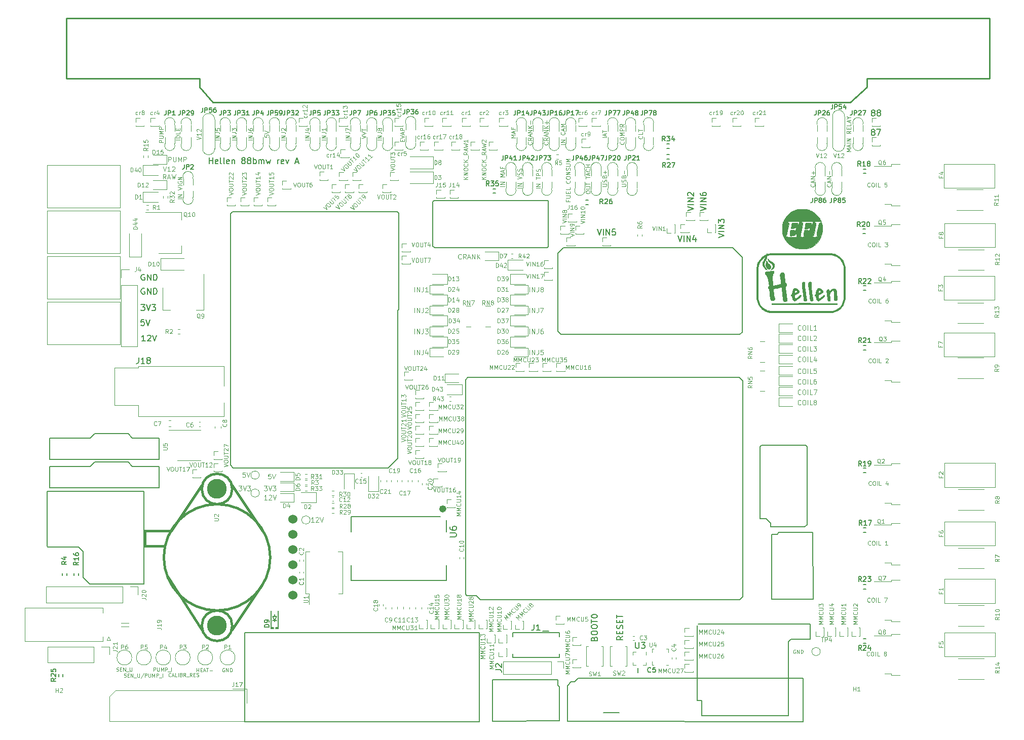
<source format=gto>
G04 #@! TF.GenerationSoftware,KiCad,Pcbnew,(5.99.0-12439-g94954386e6)*
G04 #@! TF.CreationDate,2021-09-21T03:19:00+03:00*
G04 #@! TF.ProjectId,hellen88bmw,68656c6c-656e-4383-9862-6d772e6b6963,A*
G04 #@! TF.SameCoordinates,PX3d1b110PY9269338*
G04 #@! TF.FileFunction,Legend,Top*
G04 #@! TF.FilePolarity,Positive*
%FSLAX46Y46*%
G04 Gerber Fmt 4.6, Leading zero omitted, Abs format (unit mm)*
G04 Created by KiCad (PCBNEW (5.99.0-12439-g94954386e6)) date 2021-09-21 03:19:00*
%MOMM*%
%LPD*%
G01*
G04 APERTURE LIST*
%ADD10C,0.100000*%
%ADD11C,0.150000*%
%ADD12C,0.120000*%
%ADD13C,0.170000*%
%ADD14C,0.127000*%
%ADD15C,0.203200*%
%ADD16C,0.616000*%
%ADD17C,0.249936*%
%ADD18C,0.099060*%
%ADD19C,0.200000*%
%ADD20C,0.002540*%
%ADD21C,0.381000*%
%ADD22C,3.302000*%
%ADD23C,1.524000*%
G04 APERTURE END LIST*
D10*
X18240285Y8751572D02*
X18240285Y9351572D01*
X18468857Y9351572D01*
X18526000Y9323000D01*
X18554571Y9294429D01*
X18583142Y9237286D01*
X18583142Y9151572D01*
X18554571Y9094429D01*
X18526000Y9065858D01*
X18468857Y9037286D01*
X18240285Y9037286D01*
X18840285Y9351572D02*
X18840285Y8865858D01*
X18868857Y8808715D01*
X18897428Y8780143D01*
X18954571Y8751572D01*
X19068857Y8751572D01*
X19126000Y8780143D01*
X19154571Y8808715D01*
X19183142Y8865858D01*
X19183142Y9351572D01*
X19468857Y8751572D02*
X19468857Y9351572D01*
X19668857Y8923000D01*
X19868857Y9351572D01*
X19868857Y8751572D01*
X20154571Y8751572D02*
X20154571Y9351572D01*
X20383142Y9351572D01*
X20440285Y9323000D01*
X20468857Y9294429D01*
X20497428Y9237286D01*
X20497428Y9151572D01*
X20468857Y9094429D01*
X20440285Y9065858D01*
X20383142Y9037286D01*
X20154571Y9037286D01*
X20611714Y8694429D02*
X21068857Y8694429D01*
X21211714Y8751572D02*
X21211714Y9351572D01*
X12026000Y8780143D02*
X12111714Y8751572D01*
X12254571Y8751572D01*
X12311714Y8780143D01*
X12340285Y8808715D01*
X12368857Y8865858D01*
X12368857Y8923000D01*
X12340285Y8980143D01*
X12311714Y9008715D01*
X12254571Y9037286D01*
X12140285Y9065858D01*
X12083142Y9094429D01*
X12054571Y9123000D01*
X12026000Y9180143D01*
X12026000Y9237286D01*
X12054571Y9294429D01*
X12083142Y9323000D01*
X12140285Y9351572D01*
X12283142Y9351572D01*
X12368857Y9323000D01*
X12626000Y9065858D02*
X12826000Y9065858D01*
X12911714Y8751572D02*
X12626000Y8751572D01*
X12626000Y9351572D01*
X12911714Y9351572D01*
X13168857Y8751572D02*
X13168857Y9351572D01*
X13511714Y8751572D01*
X13511714Y9351572D01*
X13654571Y8694429D02*
X14111714Y8694429D01*
X14254571Y9351572D02*
X14254571Y8865858D01*
X14283142Y8808715D01*
X14311714Y8780143D01*
X14368857Y8751572D01*
X14483142Y8751572D01*
X14540285Y8780143D01*
X14568857Y8808715D01*
X14597428Y8865858D01*
X14597428Y9351572D01*
X30068857Y9223000D02*
X30011714Y9251572D01*
X29926000Y9251572D01*
X29840285Y9223000D01*
X29783142Y9165858D01*
X29754571Y9108715D01*
X29726000Y8994429D01*
X29726000Y8908715D01*
X29754571Y8794429D01*
X29783142Y8737286D01*
X29840285Y8680143D01*
X29926000Y8651572D01*
X29983142Y8651572D01*
X30068857Y8680143D01*
X30097428Y8708715D01*
X30097428Y8908715D01*
X29983142Y8908715D01*
X30354571Y8651572D02*
X30354571Y9251572D01*
X30697428Y8651572D01*
X30697428Y9251572D01*
X30983142Y8651572D02*
X30983142Y9251572D01*
X31126000Y9251572D01*
X31211714Y9223000D01*
X31268857Y9165858D01*
X31297428Y9108715D01*
X31326000Y8994429D01*
X31326000Y8908715D01*
X31297428Y8794429D01*
X31268857Y8737286D01*
X31211714Y8680143D01*
X31126000Y8651572D01*
X30983142Y8651572D01*
X13283142Y7780143D02*
X13368857Y7751572D01*
X13511714Y7751572D01*
X13568857Y7780143D01*
X13597428Y7808715D01*
X13626000Y7865858D01*
X13626000Y7923000D01*
X13597428Y7980143D01*
X13568857Y8008715D01*
X13511714Y8037286D01*
X13397428Y8065858D01*
X13340285Y8094429D01*
X13311714Y8123000D01*
X13283142Y8180143D01*
X13283142Y8237286D01*
X13311714Y8294429D01*
X13340285Y8323000D01*
X13397428Y8351572D01*
X13540285Y8351572D01*
X13626000Y8323000D01*
X13883142Y8065858D02*
X14083142Y8065858D01*
X14168857Y7751572D02*
X13883142Y7751572D01*
X13883142Y8351572D01*
X14168857Y8351572D01*
X14426000Y7751572D02*
X14426000Y8351572D01*
X14768857Y7751572D01*
X14768857Y8351572D01*
X14911714Y7694429D02*
X15368857Y7694429D01*
X15511714Y8351572D02*
X15511714Y7865858D01*
X15540285Y7808715D01*
X15568857Y7780143D01*
X15626000Y7751572D01*
X15740285Y7751572D01*
X15797428Y7780143D01*
X15826000Y7808715D01*
X15854571Y7865858D01*
X15854571Y8351572D01*
X16568857Y8380143D02*
X16054571Y7608715D01*
X16768857Y7751572D02*
X16768857Y8351572D01*
X16997428Y8351572D01*
X17054571Y8323000D01*
X17083142Y8294429D01*
X17111714Y8237286D01*
X17111714Y8151572D01*
X17083142Y8094429D01*
X17054571Y8065858D01*
X16997428Y8037286D01*
X16768857Y8037286D01*
X17368857Y8351572D02*
X17368857Y7865858D01*
X17397428Y7808715D01*
X17426000Y7780143D01*
X17483142Y7751572D01*
X17597428Y7751572D01*
X17654571Y7780143D01*
X17683142Y7808715D01*
X17711714Y7865858D01*
X17711714Y8351572D01*
X17997428Y7751572D02*
X17997428Y8351572D01*
X18197428Y7923000D01*
X18397428Y8351572D01*
X18397428Y7751572D01*
X18683142Y7751572D02*
X18683142Y8351572D01*
X18911714Y8351572D01*
X18968857Y8323000D01*
X18997428Y8294429D01*
X19026000Y8237286D01*
X19026000Y8151572D01*
X18997428Y8094429D01*
X18968857Y8065858D01*
X18911714Y8037286D01*
X18683142Y8037286D01*
X19140285Y7694429D02*
X19597428Y7694429D01*
X19740285Y7751572D02*
X19740285Y8351572D01*
X21083142Y7908715D02*
X21054571Y7880143D01*
X20968857Y7851572D01*
X20911714Y7851572D01*
X20826000Y7880143D01*
X20768857Y7937286D01*
X20740285Y7994429D01*
X20711714Y8108715D01*
X20711714Y8194429D01*
X20740285Y8308715D01*
X20768857Y8365858D01*
X20826000Y8423000D01*
X20911714Y8451572D01*
X20968857Y8451572D01*
X21054571Y8423000D01*
X21083142Y8394429D01*
X21311714Y8023000D02*
X21597428Y8023000D01*
X21254571Y7851572D02*
X21454571Y8451572D01*
X21654571Y7851572D01*
X22140285Y7851572D02*
X21854571Y7851572D01*
X21854571Y8451572D01*
X22340285Y7851572D02*
X22340285Y8451572D01*
X22826000Y8165858D02*
X22911714Y8137286D01*
X22940285Y8108715D01*
X22968857Y8051572D01*
X22968857Y7965858D01*
X22940285Y7908715D01*
X22911714Y7880143D01*
X22854571Y7851572D01*
X22626000Y7851572D01*
X22626000Y8451572D01*
X22826000Y8451572D01*
X22883142Y8423000D01*
X22911714Y8394429D01*
X22940285Y8337286D01*
X22940285Y8280143D01*
X22911714Y8223000D01*
X22883142Y8194429D01*
X22826000Y8165858D01*
X22626000Y8165858D01*
X23568857Y7851572D02*
X23368857Y8137286D01*
X23226000Y7851572D02*
X23226000Y8451572D01*
X23454571Y8451572D01*
X23511714Y8423000D01*
X23540285Y8394429D01*
X23568857Y8337286D01*
X23568857Y8251572D01*
X23540285Y8194429D01*
X23511714Y8165858D01*
X23454571Y8137286D01*
X23226000Y8137286D01*
X23683142Y7794429D02*
X24140285Y7794429D01*
X24626000Y7851572D02*
X24426000Y8137286D01*
X24283142Y7851572D02*
X24283142Y8451572D01*
X24511714Y8451572D01*
X24568857Y8423000D01*
X24597428Y8394429D01*
X24626000Y8337286D01*
X24626000Y8251572D01*
X24597428Y8194429D01*
X24568857Y8165858D01*
X24511714Y8137286D01*
X24283142Y8137286D01*
X24883142Y8165858D02*
X25083142Y8165858D01*
X25168857Y7851572D02*
X24883142Y7851572D01*
X24883142Y8451572D01*
X25168857Y8451572D01*
X25397428Y7880143D02*
X25483142Y7851572D01*
X25626000Y7851572D01*
X25683142Y7880143D01*
X25711714Y7908715D01*
X25740285Y7965858D01*
X25740285Y8023000D01*
X25711714Y8080143D01*
X25683142Y8108715D01*
X25626000Y8137286D01*
X25511714Y8165858D01*
X25454571Y8194429D01*
X25426000Y8223000D01*
X25397428Y8280143D01*
X25397428Y8337286D01*
X25426000Y8394429D01*
X25454571Y8423000D01*
X25511714Y8451572D01*
X25654571Y8451572D01*
X25740285Y8423000D01*
X25426000Y8651572D02*
X25426000Y9251572D01*
X25426000Y8965858D02*
X25768857Y8965858D01*
X25768857Y8651572D02*
X25768857Y9251572D01*
X26054571Y8965858D02*
X26254571Y8965858D01*
X26340285Y8651572D02*
X26054571Y8651572D01*
X26054571Y9251572D01*
X26340285Y9251572D01*
X26568857Y8823000D02*
X26854571Y8823000D01*
X26511714Y8651572D02*
X26711714Y9251572D01*
X26911714Y8651572D01*
X27026000Y9251572D02*
X27368857Y9251572D01*
X27197428Y8651572D02*
X27197428Y9251572D01*
X27568857Y8880143D02*
X28026000Y8880143D01*
D11*
X16119452Y70026620D02*
X16738500Y70026620D01*
X16405166Y69645667D01*
X16548023Y69645667D01*
X16643261Y69598048D01*
X16690880Y69550429D01*
X16738500Y69455191D01*
X16738500Y69217096D01*
X16690880Y69121858D01*
X16643261Y69074239D01*
X16548023Y69026620D01*
X16262309Y69026620D01*
X16167071Y69074239D01*
X16119452Y69121858D01*
X17024214Y70026620D02*
X17357547Y69026620D01*
X17690880Y70026620D01*
X17928976Y70026620D02*
X18548023Y70026620D01*
X18214690Y69645667D01*
X18357547Y69645667D01*
X18452785Y69598048D01*
X18500404Y69550429D01*
X18548023Y69455191D01*
X18548023Y69217096D01*
X18500404Y69121858D01*
X18452785Y69074239D01*
X18357547Y69026620D01*
X18071833Y69026620D01*
X17976595Y69074239D01*
X17928976Y69121858D01*
X16643261Y67526620D02*
X16167071Y67526620D01*
X16119452Y67050429D01*
X16167071Y67098048D01*
X16262309Y67145667D01*
X16500404Y67145667D01*
X16595642Y67098048D01*
X16643261Y67050429D01*
X16690880Y66955191D01*
X16690880Y66717096D01*
X16643261Y66621858D01*
X16595642Y66574239D01*
X16500404Y66526620D01*
X16262309Y66526620D01*
X16167071Y66574239D01*
X16119452Y66621858D01*
X16976595Y67526620D02*
X17309928Y66526620D01*
X17643261Y67526620D01*
X16838500Y63916620D02*
X16267071Y63916620D01*
X16552785Y63916620D02*
X16552785Y64916620D01*
X16457547Y64773762D01*
X16362309Y64678524D01*
X16267071Y64630905D01*
X17219452Y64821381D02*
X17267071Y64869000D01*
X17362309Y64916620D01*
X17600404Y64916620D01*
X17695642Y64869000D01*
X17743261Y64821381D01*
X17790880Y64726143D01*
X17790880Y64630905D01*
X17743261Y64488048D01*
X17171833Y63916620D01*
X17790880Y63916620D01*
X18076595Y64916620D02*
X18409928Y63916620D01*
X18743261Y64916620D01*
X16702785Y75029000D02*
X16607547Y75076620D01*
X16464690Y75076620D01*
X16321833Y75029000D01*
X16226595Y74933762D01*
X16178976Y74838524D01*
X16131357Y74648048D01*
X16131357Y74505191D01*
X16178976Y74314715D01*
X16226595Y74219477D01*
X16321833Y74124239D01*
X16464690Y74076620D01*
X16559928Y74076620D01*
X16702785Y74124239D01*
X16750404Y74171858D01*
X16750404Y74505191D01*
X16559928Y74505191D01*
X17178976Y74076620D02*
X17178976Y75076620D01*
X17750404Y74076620D01*
X17750404Y75076620D01*
X18226595Y74076620D02*
X18226595Y75076620D01*
X18464690Y75076620D01*
X18607547Y75029000D01*
X18702785Y74933762D01*
X18750404Y74838524D01*
X18798023Y74648048D01*
X18798023Y74505191D01*
X18750404Y74314715D01*
X18702785Y74219477D01*
X18607547Y74124239D01*
X18464690Y74076620D01*
X18226595Y74076620D01*
X138354571Y102142048D02*
X138259333Y102189667D01*
X138211714Y102237286D01*
X138164095Y102332524D01*
X138164095Y102380143D01*
X138211714Y102475381D01*
X138259333Y102523000D01*
X138354571Y102570620D01*
X138545047Y102570620D01*
X138640285Y102523000D01*
X138687904Y102475381D01*
X138735523Y102380143D01*
X138735523Y102332524D01*
X138687904Y102237286D01*
X138640285Y102189667D01*
X138545047Y102142048D01*
X138354571Y102142048D01*
X138259333Y102094429D01*
X138211714Y102046810D01*
X138164095Y101951572D01*
X138164095Y101761096D01*
X138211714Y101665858D01*
X138259333Y101618239D01*
X138354571Y101570620D01*
X138545047Y101570620D01*
X138640285Y101618239D01*
X138687904Y101665858D01*
X138735523Y101761096D01*
X138735523Y101951572D01*
X138687904Y102046810D01*
X138640285Y102094429D01*
X138545047Y102142048D01*
X139306952Y102142048D02*
X139211714Y102189667D01*
X139164095Y102237286D01*
X139116476Y102332524D01*
X139116476Y102380143D01*
X139164095Y102475381D01*
X139211714Y102523000D01*
X139306952Y102570620D01*
X139497428Y102570620D01*
X139592666Y102523000D01*
X139640285Y102475381D01*
X139687904Y102380143D01*
X139687904Y102332524D01*
X139640285Y102237286D01*
X139592666Y102189667D01*
X139497428Y102142048D01*
X139306952Y102142048D01*
X139211714Y102094429D01*
X139164095Y102046810D01*
X139116476Y101951572D01*
X139116476Y101761096D01*
X139164095Y101665858D01*
X139211714Y101618239D01*
X139306952Y101570620D01*
X139497428Y101570620D01*
X139592666Y101618239D01*
X139640285Y101665858D01*
X139687904Y101761096D01*
X139687904Y101951572D01*
X139640285Y102046810D01*
X139592666Y102094429D01*
X139497428Y102142048D01*
D12*
X81071238Y61661096D02*
X81071238Y62461096D01*
X81452190Y61661096D02*
X81452190Y62461096D01*
X81909333Y61661096D01*
X81909333Y62461096D01*
X82518857Y62461096D02*
X82518857Y61889667D01*
X82480761Y61775381D01*
X82404571Y61699191D01*
X82290285Y61661096D01*
X82214095Y61661096D01*
X83280761Y62461096D02*
X82899809Y62461096D01*
X82861714Y62080143D01*
X82899809Y62118239D01*
X82976000Y62156334D01*
X83166476Y62156334D01*
X83242666Y62118239D01*
X83280761Y62080143D01*
X83318857Y62003953D01*
X83318857Y61813477D01*
X83280761Y61737286D01*
X83242666Y61699191D01*
X83166476Y61661096D01*
X82976000Y61661096D01*
X82899809Y61699191D01*
X82861714Y61737286D01*
X37773619Y41711096D02*
X37392666Y41711096D01*
X37354571Y41330143D01*
X37392666Y41368239D01*
X37468857Y41406334D01*
X37659333Y41406334D01*
X37735523Y41368239D01*
X37773619Y41330143D01*
X37811714Y41253953D01*
X37811714Y41063477D01*
X37773619Y40987286D01*
X37735523Y40949191D01*
X37659333Y40911096D01*
X37468857Y40911096D01*
X37392666Y40949191D01*
X37354571Y40987286D01*
X38040285Y41711096D02*
X38306952Y40911096D01*
X38573619Y41711096D01*
D10*
X93242666Y89806334D02*
X93809333Y89806334D01*
X93876000Y89839667D01*
X93909333Y89873000D01*
X93942666Y89939667D01*
X93942666Y90073000D01*
X93909333Y90139667D01*
X93876000Y90173000D01*
X93809333Y90206334D01*
X93242666Y90206334D01*
X93909333Y90506334D02*
X93942666Y90606334D01*
X93942666Y90773000D01*
X93909333Y90839667D01*
X93876000Y90873000D01*
X93809333Y90906334D01*
X93742666Y90906334D01*
X93676000Y90873000D01*
X93642666Y90839667D01*
X93609333Y90773000D01*
X93576000Y90639667D01*
X93542666Y90573000D01*
X93509333Y90539667D01*
X93442666Y90506334D01*
X93376000Y90506334D01*
X93309333Y90539667D01*
X93276000Y90573000D01*
X93242666Y90639667D01*
X93242666Y90806334D01*
X93276000Y90906334D01*
X93576000Y91439667D02*
X93609333Y91539667D01*
X93642666Y91573000D01*
X93709333Y91606334D01*
X93809333Y91606334D01*
X93876000Y91573000D01*
X93909333Y91539667D01*
X93942666Y91473000D01*
X93942666Y91206334D01*
X93242666Y91206334D01*
X93242666Y91439667D01*
X93276000Y91506334D01*
X93309333Y91539667D01*
X93376000Y91573000D01*
X93442666Y91573000D01*
X93509333Y91539667D01*
X93542666Y91506334D01*
X93576000Y91439667D01*
X93576000Y91206334D01*
X93676000Y91906334D02*
X93676000Y92439667D01*
X93942666Y92173000D02*
X93409333Y92173000D01*
X99876000Y98189667D02*
X99909333Y98156334D01*
X99942666Y98056334D01*
X99942666Y97989667D01*
X99909333Y97889667D01*
X99842666Y97823000D01*
X99776000Y97789667D01*
X99642666Y97756334D01*
X99542666Y97756334D01*
X99409333Y97789667D01*
X99342666Y97823000D01*
X99276000Y97889667D01*
X99242666Y97989667D01*
X99242666Y98056334D01*
X99276000Y98156334D01*
X99309333Y98189667D01*
X99942666Y98823000D02*
X99942666Y98489667D01*
X99242666Y98489667D01*
X99242666Y98956334D02*
X99242666Y99356334D01*
X99942666Y99156334D02*
X99242666Y99156334D01*
X128926000Y95306334D02*
X129159333Y94606334D01*
X129392666Y95306334D01*
X129992666Y94606334D02*
X129592666Y94606334D01*
X129792666Y94606334D02*
X129792666Y95306334D01*
X129726000Y95206334D01*
X129659333Y95139667D01*
X129592666Y95106334D01*
X130259333Y95239667D02*
X130292666Y95273000D01*
X130359333Y95306334D01*
X130526000Y95306334D01*
X130592666Y95273000D01*
X130626000Y95239667D01*
X130659333Y95173000D01*
X130659333Y95106334D01*
X130626000Y95006334D01*
X130226000Y94606334D01*
X130659333Y94606334D01*
X34742666Y97556334D02*
X34042666Y97556334D01*
X34742666Y97889667D02*
X34042666Y97889667D01*
X34742666Y98289667D01*
X34042666Y98289667D01*
X34042666Y98823000D02*
X34542666Y98823000D01*
X34642666Y98789667D01*
X34709333Y98723000D01*
X34742666Y98623000D01*
X34742666Y98556334D01*
X34042666Y99456334D02*
X34042666Y99323000D01*
X34076000Y99256334D01*
X34109333Y99223000D01*
X34209333Y99156334D01*
X34342666Y99123000D01*
X34609333Y99123000D01*
X34676000Y99156334D01*
X34709333Y99189667D01*
X34742666Y99256334D01*
X34742666Y99389667D01*
X34709333Y99456334D01*
X34676000Y99489667D01*
X34609333Y99523000D01*
X34442666Y99523000D01*
X34376000Y99489667D01*
X34342666Y99456334D01*
X34309333Y99389667D01*
X34309333Y99256334D01*
X34342666Y99189667D01*
X34376000Y99156334D01*
X34442666Y99123000D01*
D12*
X45030761Y33661096D02*
X44573619Y33661096D01*
X44802190Y33661096D02*
X44802190Y34461096D01*
X44726000Y34346810D01*
X44649809Y34270620D01*
X44573619Y34232524D01*
X45335523Y34384905D02*
X45373619Y34423000D01*
X45449809Y34461096D01*
X45640285Y34461096D01*
X45716476Y34423000D01*
X45754571Y34384905D01*
X45792666Y34308715D01*
X45792666Y34232524D01*
X45754571Y34118239D01*
X45297428Y33661096D01*
X45792666Y33661096D01*
X46021238Y34461096D02*
X46287904Y33661096D01*
X46554571Y34461096D01*
D10*
X76842666Y89789667D02*
X76142666Y89789667D01*
X76842666Y90123000D02*
X76142666Y90123000D01*
X76842666Y90523000D01*
X76142666Y90523000D01*
X76842666Y91389667D02*
X76142666Y91389667D01*
X76642666Y91623000D01*
X76142666Y91856334D01*
X76842666Y91856334D01*
X76642666Y92156334D02*
X76642666Y92489667D01*
X76842666Y92089667D02*
X76142666Y92323000D01*
X76842666Y92556334D01*
X76476000Y93023000D02*
X76476000Y92789667D01*
X76842666Y92789667D02*
X76142666Y92789667D01*
X76142666Y93123000D01*
D12*
X126359333Y65837286D02*
X126321238Y65799191D01*
X126206952Y65761096D01*
X126130761Y65761096D01*
X126016476Y65799191D01*
X125940285Y65875381D01*
X125902190Y65951572D01*
X125864095Y66103953D01*
X125864095Y66218239D01*
X125902190Y66370620D01*
X125940285Y66446810D01*
X126016476Y66523000D01*
X126130761Y66561096D01*
X126206952Y66561096D01*
X126321238Y66523000D01*
X126359333Y66484905D01*
X126854571Y66561096D02*
X127006952Y66561096D01*
X127083142Y66523000D01*
X127159333Y66446810D01*
X127197428Y66294429D01*
X127197428Y66027762D01*
X127159333Y65875381D01*
X127083142Y65799191D01*
X127006952Y65761096D01*
X126854571Y65761096D01*
X126778380Y65799191D01*
X126702190Y65875381D01*
X126664095Y66027762D01*
X126664095Y66294429D01*
X126702190Y66446810D01*
X126778380Y66523000D01*
X126854571Y66561096D01*
X127540285Y65761096D02*
X127540285Y66561096D01*
X128302190Y65761096D02*
X127921238Y65761096D01*
X127921238Y66561096D01*
X128987904Y65761096D02*
X128530761Y65761096D01*
X128759333Y65761096D02*
X128759333Y66561096D01*
X128683142Y66446810D01*
X128606952Y66370620D01*
X128530761Y66332524D01*
D10*
X125468857Y12323000D02*
X125411714Y12351572D01*
X125326000Y12351572D01*
X125240285Y12323000D01*
X125183142Y12265858D01*
X125154571Y12208715D01*
X125126000Y12094429D01*
X125126000Y12008715D01*
X125154571Y11894429D01*
X125183142Y11837286D01*
X125240285Y11780143D01*
X125326000Y11751572D01*
X125383142Y11751572D01*
X125468857Y11780143D01*
X125497428Y11808715D01*
X125497428Y12008715D01*
X125383142Y12008715D01*
X125754571Y11751572D02*
X125754571Y12351572D01*
X126097428Y11751572D01*
X126097428Y12351572D01*
X126383142Y11751572D02*
X126383142Y12351572D01*
X126526000Y12351572D01*
X126611714Y12323000D01*
X126668857Y12265858D01*
X126697428Y12208715D01*
X126726000Y12094429D01*
X126726000Y12008715D01*
X126697428Y11894429D01*
X126668857Y11837286D01*
X126611714Y11780143D01*
X126526000Y11751572D01*
X126383142Y11751572D01*
D12*
X61821238Y65161096D02*
X61821238Y65961096D01*
X62202190Y65161096D02*
X62202190Y65961096D01*
X62659333Y65161096D01*
X62659333Y65961096D01*
X63268857Y65961096D02*
X63268857Y65389667D01*
X63230761Y65275381D01*
X63154571Y65199191D01*
X63040285Y65161096D01*
X62964095Y65161096D01*
X63573619Y65961096D02*
X64068857Y65961096D01*
X63802190Y65656334D01*
X63916476Y65656334D01*
X63992666Y65618239D01*
X64030761Y65580143D01*
X64068857Y65503953D01*
X64068857Y65313477D01*
X64030761Y65237286D01*
X63992666Y65199191D01*
X63916476Y65161096D01*
X63687904Y65161096D01*
X63611714Y65199191D01*
X63573619Y65237286D01*
D10*
X138126000Y60373000D02*
X138092666Y60339667D01*
X137992666Y60306334D01*
X137926000Y60306334D01*
X137826000Y60339667D01*
X137759333Y60406334D01*
X137726000Y60473000D01*
X137692666Y60606334D01*
X137692666Y60706334D01*
X137726000Y60839667D01*
X137759333Y60906334D01*
X137826000Y60973000D01*
X137926000Y61006334D01*
X137992666Y61006334D01*
X138092666Y60973000D01*
X138126000Y60939667D01*
X138559333Y61006334D02*
X138692666Y61006334D01*
X138759333Y60973000D01*
X138826000Y60906334D01*
X138859333Y60773000D01*
X138859333Y60539667D01*
X138826000Y60406334D01*
X138759333Y60339667D01*
X138692666Y60306334D01*
X138559333Y60306334D01*
X138492666Y60339667D01*
X138426000Y60406334D01*
X138392666Y60539667D01*
X138392666Y60773000D01*
X138426000Y60906334D01*
X138492666Y60973000D01*
X138559333Y61006334D01*
X139159333Y60306334D02*
X139159333Y61006334D01*
X139826000Y60306334D02*
X139492666Y60306334D01*
X139492666Y61006334D01*
X140559333Y60939667D02*
X140592666Y60973000D01*
X140659333Y61006334D01*
X140826000Y61006334D01*
X140892666Y60973000D01*
X140926000Y60939667D01*
X140959333Y60873000D01*
X140959333Y60806334D01*
X140926000Y60706334D01*
X140526000Y60306334D01*
X140959333Y60306334D01*
X138026000Y79773000D02*
X137992666Y79739667D01*
X137892666Y79706334D01*
X137826000Y79706334D01*
X137726000Y79739667D01*
X137659333Y79806334D01*
X137626000Y79873000D01*
X137592666Y80006334D01*
X137592666Y80106334D01*
X137626000Y80239667D01*
X137659333Y80306334D01*
X137726000Y80373000D01*
X137826000Y80406334D01*
X137892666Y80406334D01*
X137992666Y80373000D01*
X138026000Y80339667D01*
X138459333Y80406334D02*
X138592666Y80406334D01*
X138659333Y80373000D01*
X138726000Y80306334D01*
X138759333Y80173000D01*
X138759333Y79939667D01*
X138726000Y79806334D01*
X138659333Y79739667D01*
X138592666Y79706334D01*
X138459333Y79706334D01*
X138392666Y79739667D01*
X138326000Y79806334D01*
X138292666Y79939667D01*
X138292666Y80173000D01*
X138326000Y80306334D01*
X138392666Y80373000D01*
X138459333Y80406334D01*
X139059333Y79706334D02*
X139059333Y80406334D01*
X139726000Y79706334D02*
X139392666Y79706334D01*
X139392666Y80406334D01*
X140426000Y80406334D02*
X140859333Y80406334D01*
X140626000Y80139667D01*
X140726000Y80139667D01*
X140792666Y80106334D01*
X140826000Y80073000D01*
X140859333Y80006334D01*
X140859333Y79839667D01*
X140826000Y79773000D01*
X140792666Y79739667D01*
X140726000Y79706334D01*
X140526000Y79706334D01*
X140459333Y79739667D01*
X140426000Y79773000D01*
X96442666Y89806334D02*
X97009333Y89806334D01*
X97076000Y89839667D01*
X97109333Y89873000D01*
X97142666Y89939667D01*
X97142666Y90073000D01*
X97109333Y90139667D01*
X97076000Y90173000D01*
X97009333Y90206334D01*
X96442666Y90206334D01*
X97109333Y90506334D02*
X97142666Y90606334D01*
X97142666Y90773000D01*
X97109333Y90839667D01*
X97076000Y90873000D01*
X97009333Y90906334D01*
X96942666Y90906334D01*
X96876000Y90873000D01*
X96842666Y90839667D01*
X96809333Y90773000D01*
X96776000Y90639667D01*
X96742666Y90573000D01*
X96709333Y90539667D01*
X96642666Y90506334D01*
X96576000Y90506334D01*
X96509333Y90539667D01*
X96476000Y90573000D01*
X96442666Y90639667D01*
X96442666Y90806334D01*
X96476000Y90906334D01*
X96776000Y91439667D02*
X96809333Y91539667D01*
X96842666Y91573000D01*
X96909333Y91606334D01*
X97009333Y91606334D01*
X97076000Y91573000D01*
X97109333Y91539667D01*
X97142666Y91473000D01*
X97142666Y91206334D01*
X96442666Y91206334D01*
X96442666Y91439667D01*
X96476000Y91506334D01*
X96509333Y91539667D01*
X96576000Y91573000D01*
X96642666Y91573000D01*
X96709333Y91539667D01*
X96742666Y91506334D01*
X96776000Y91439667D01*
X96776000Y91206334D01*
X96876000Y91906334D02*
X96876000Y92439667D01*
X131826000Y95306334D02*
X132059333Y94606334D01*
X132292666Y95306334D01*
X132892666Y94606334D02*
X132492666Y94606334D01*
X132692666Y94606334D02*
X132692666Y95306334D01*
X132626000Y95206334D01*
X132559333Y95139667D01*
X132492666Y95106334D01*
X133159333Y95239667D02*
X133192666Y95273000D01*
X133259333Y95306334D01*
X133426000Y95306334D01*
X133492666Y95273000D01*
X133526000Y95239667D01*
X133559333Y95173000D01*
X133559333Y95106334D01*
X133526000Y95006334D01*
X133126000Y94606334D01*
X133559333Y94606334D01*
X19842666Y97123000D02*
X19142666Y97123000D01*
X19142666Y97389667D01*
X19176000Y97456334D01*
X19209333Y97489667D01*
X19276000Y97523000D01*
X19376000Y97523000D01*
X19442666Y97489667D01*
X19476000Y97456334D01*
X19509333Y97389667D01*
X19509333Y97123000D01*
X19142666Y97823000D02*
X19709333Y97823000D01*
X19776000Y97856334D01*
X19809333Y97889667D01*
X19842666Y97956334D01*
X19842666Y98089667D01*
X19809333Y98156334D01*
X19776000Y98189667D01*
X19709333Y98223000D01*
X19142666Y98223000D01*
X19842666Y98556334D02*
X19142666Y98556334D01*
X19642666Y98789667D01*
X19142666Y99023000D01*
X19842666Y99023000D01*
X19842666Y99356334D02*
X19142666Y99356334D01*
X19142666Y99623000D01*
X19176000Y99689667D01*
X19209333Y99723000D01*
X19276000Y99756334D01*
X19376000Y99756334D01*
X19442666Y99723000D01*
X19476000Y99689667D01*
X19509333Y99623000D01*
X19509333Y99356334D01*
D11*
X96628380Y14570620D02*
X96152190Y14237286D01*
X96628380Y13999191D02*
X95628380Y13999191D01*
X95628380Y14380143D01*
X95676000Y14475381D01*
X95723619Y14523000D01*
X95818857Y14570620D01*
X95961714Y14570620D01*
X96056952Y14523000D01*
X96104571Y14475381D01*
X96152190Y14380143D01*
X96152190Y13999191D01*
X96104571Y14999191D02*
X96104571Y15332524D01*
X96628380Y15475381D02*
X96628380Y14999191D01*
X95628380Y14999191D01*
X95628380Y15475381D01*
X96580761Y15856334D02*
X96628380Y15999191D01*
X96628380Y16237286D01*
X96580761Y16332524D01*
X96533142Y16380143D01*
X96437904Y16427762D01*
X96342666Y16427762D01*
X96247428Y16380143D01*
X96199809Y16332524D01*
X96152190Y16237286D01*
X96104571Y16046810D01*
X96056952Y15951572D01*
X96009333Y15903953D01*
X95914095Y15856334D01*
X95818857Y15856334D01*
X95723619Y15903953D01*
X95676000Y15951572D01*
X95628380Y16046810D01*
X95628380Y16284905D01*
X95676000Y16427762D01*
X96104571Y16856334D02*
X96104571Y17189667D01*
X96628380Y17332524D02*
X96628380Y16856334D01*
X95628380Y16856334D01*
X95628380Y17332524D01*
X95628380Y17618239D02*
X95628380Y18189667D01*
X96628380Y17903953D02*
X95628380Y17903953D01*
D12*
X36685523Y39711096D02*
X37180761Y39711096D01*
X36914095Y39406334D01*
X37028380Y39406334D01*
X37104571Y39368239D01*
X37142666Y39330143D01*
X37180761Y39253953D01*
X37180761Y39063477D01*
X37142666Y38987286D01*
X37104571Y38949191D01*
X37028380Y38911096D01*
X36799809Y38911096D01*
X36723619Y38949191D01*
X36685523Y38987286D01*
X37409333Y39711096D02*
X37676000Y38911096D01*
X37942666Y39711096D01*
X38133142Y39711096D02*
X38628380Y39711096D01*
X38361714Y39406334D01*
X38476000Y39406334D01*
X38552190Y39368239D01*
X38590285Y39330143D01*
X38628380Y39253953D01*
X38628380Y39063477D01*
X38590285Y38987286D01*
X38552190Y38949191D01*
X38476000Y38911096D01*
X38247428Y38911096D01*
X38171238Y38949191D01*
X38133142Y38987286D01*
D10*
X138126000Y70373000D02*
X138092666Y70339667D01*
X137992666Y70306334D01*
X137926000Y70306334D01*
X137826000Y70339667D01*
X137759333Y70406334D01*
X137726000Y70473000D01*
X137692666Y70606334D01*
X137692666Y70706334D01*
X137726000Y70839667D01*
X137759333Y70906334D01*
X137826000Y70973000D01*
X137926000Y71006334D01*
X137992666Y71006334D01*
X138092666Y70973000D01*
X138126000Y70939667D01*
X138559333Y71006334D02*
X138692666Y71006334D01*
X138759333Y70973000D01*
X138826000Y70906334D01*
X138859333Y70773000D01*
X138859333Y70539667D01*
X138826000Y70406334D01*
X138759333Y70339667D01*
X138692666Y70306334D01*
X138559333Y70306334D01*
X138492666Y70339667D01*
X138426000Y70406334D01*
X138392666Y70539667D01*
X138392666Y70773000D01*
X138426000Y70906334D01*
X138492666Y70973000D01*
X138559333Y71006334D01*
X139159333Y70306334D02*
X139159333Y71006334D01*
X139826000Y70306334D02*
X139492666Y70306334D01*
X139492666Y71006334D01*
X140892666Y71006334D02*
X140759333Y71006334D01*
X140692666Y70973000D01*
X140659333Y70939667D01*
X140592666Y70839667D01*
X140559333Y70706334D01*
X140559333Y70439667D01*
X140592666Y70373000D01*
X140626000Y70339667D01*
X140692666Y70306334D01*
X140826000Y70306334D01*
X140892666Y70339667D01*
X140926000Y70373000D01*
X140959333Y70439667D01*
X140959333Y70606334D01*
X140926000Y70673000D01*
X140892666Y70706334D01*
X140826000Y70739667D01*
X140692666Y70739667D01*
X140626000Y70706334D01*
X140592666Y70673000D01*
X140559333Y70606334D01*
D12*
X20690285Y93911096D02*
X20690285Y94711096D01*
X20995047Y94711096D01*
X21071238Y94673000D01*
X21109333Y94634905D01*
X21147428Y94558715D01*
X21147428Y94444429D01*
X21109333Y94368239D01*
X21071238Y94330143D01*
X20995047Y94292048D01*
X20690285Y94292048D01*
X21490285Y94711096D02*
X21490285Y94063477D01*
X21528380Y93987286D01*
X21566476Y93949191D01*
X21642666Y93911096D01*
X21795047Y93911096D01*
X21871238Y93949191D01*
X21909333Y93987286D01*
X21947428Y94063477D01*
X21947428Y94711096D01*
X22328380Y93911096D02*
X22328380Y94711096D01*
X22595047Y94139667D01*
X22861714Y94711096D01*
X22861714Y93911096D01*
X23242666Y93911096D02*
X23242666Y94711096D01*
X23547428Y94711096D01*
X23623619Y94673000D01*
X23661714Y94634905D01*
X23699809Y94558715D01*
X23699809Y94444429D01*
X23661714Y94368239D01*
X23623619Y94330143D01*
X23547428Y94292048D01*
X23242666Y94292048D01*
X61821238Y68661096D02*
X61821238Y69461096D01*
X62202190Y68661096D02*
X62202190Y69461096D01*
X62659333Y68661096D01*
X62659333Y69461096D01*
X63268857Y69461096D02*
X63268857Y68889667D01*
X63230761Y68775381D01*
X63154571Y68699191D01*
X63040285Y68661096D01*
X62964095Y68661096D01*
X63611714Y69384905D02*
X63649809Y69423000D01*
X63726000Y69461096D01*
X63916476Y69461096D01*
X63992666Y69423000D01*
X64030761Y69384905D01*
X64068857Y69308715D01*
X64068857Y69232524D01*
X64030761Y69118239D01*
X63573619Y68661096D01*
X64068857Y68661096D01*
D10*
X93942666Y97956334D02*
X93242666Y97956334D01*
X93742666Y98256334D02*
X93742666Y98589667D01*
X93942666Y98189667D02*
X93242666Y98423000D01*
X93942666Y98656334D01*
X93242666Y98789667D02*
X93242666Y99189667D01*
X93942666Y98989667D02*
X93242666Y98989667D01*
D11*
X91854571Y14189667D02*
X91902190Y14332524D01*
X91949809Y14380143D01*
X92045047Y14427762D01*
X92187904Y14427762D01*
X92283142Y14380143D01*
X92330761Y14332524D01*
X92378380Y14237286D01*
X92378380Y13856334D01*
X91378380Y13856334D01*
X91378380Y14189667D01*
X91426000Y14284905D01*
X91473619Y14332524D01*
X91568857Y14380143D01*
X91664095Y14380143D01*
X91759333Y14332524D01*
X91806952Y14284905D01*
X91854571Y14189667D01*
X91854571Y13856334D01*
X91378380Y15046810D02*
X91378380Y15237286D01*
X91426000Y15332524D01*
X91521238Y15427762D01*
X91711714Y15475381D01*
X92045047Y15475381D01*
X92235523Y15427762D01*
X92330761Y15332524D01*
X92378380Y15237286D01*
X92378380Y15046810D01*
X92330761Y14951572D01*
X92235523Y14856334D01*
X92045047Y14808715D01*
X91711714Y14808715D01*
X91521238Y14856334D01*
X91426000Y14951572D01*
X91378380Y15046810D01*
X91378380Y16094429D02*
X91378380Y16284905D01*
X91426000Y16380143D01*
X91521238Y16475381D01*
X91711714Y16523000D01*
X92045047Y16523000D01*
X92235523Y16475381D01*
X92330761Y16380143D01*
X92378380Y16284905D01*
X92378380Y16094429D01*
X92330761Y15999191D01*
X92235523Y15903953D01*
X92045047Y15856334D01*
X91711714Y15856334D01*
X91521238Y15903953D01*
X91426000Y15999191D01*
X91378380Y16094429D01*
X91378380Y16808715D02*
X91378380Y17380143D01*
X92378380Y17094429D02*
X91378380Y17094429D01*
X91378380Y17903953D02*
X91378380Y17999191D01*
X91426000Y18094429D01*
X91473619Y18142048D01*
X91568857Y18189667D01*
X91759333Y18237286D01*
X91997428Y18237286D01*
X92187904Y18189667D01*
X92283142Y18142048D01*
X92330761Y18094429D01*
X92378380Y17999191D01*
X92378380Y17903953D01*
X92330761Y17808715D01*
X92283142Y17761096D01*
X92187904Y17713477D01*
X91997428Y17665858D01*
X91759333Y17665858D01*
X91568857Y17713477D01*
X91473619Y17761096D01*
X91426000Y17808715D01*
X91378380Y17903953D01*
D10*
X90442666Y88773000D02*
X90442666Y88906334D01*
X90476000Y88973000D01*
X90542666Y89039667D01*
X90676000Y89073000D01*
X90909333Y89073000D01*
X91042666Y89039667D01*
X91109333Y88973000D01*
X91142666Y88906334D01*
X91142666Y88773000D01*
X91109333Y88706334D01*
X91042666Y88639667D01*
X90909333Y88606334D01*
X90676000Y88606334D01*
X90542666Y88639667D01*
X90476000Y88706334D01*
X90442666Y88773000D01*
X90442666Y89373000D02*
X91009333Y89373000D01*
X91076000Y89406334D01*
X91109333Y89439667D01*
X91142666Y89506334D01*
X91142666Y89639667D01*
X91109333Y89706334D01*
X91076000Y89739667D01*
X91009333Y89773000D01*
X90442666Y89773000D01*
X90442666Y90006334D02*
X90442666Y90406334D01*
X91142666Y90206334D02*
X90442666Y90206334D01*
X90442666Y91073000D02*
X90442666Y91473000D01*
X91142666Y91273000D02*
X90442666Y91273000D01*
X90942666Y91673000D02*
X90942666Y92006334D01*
X91142666Y91606334D02*
X90442666Y91839667D01*
X91142666Y92073000D01*
X91076000Y92706334D02*
X91109333Y92673000D01*
X91142666Y92573000D01*
X91142666Y92506334D01*
X91109333Y92406334D01*
X91042666Y92339667D01*
X90976000Y92306334D01*
X90842666Y92273000D01*
X90742666Y92273000D01*
X90609333Y92306334D01*
X90542666Y92339667D01*
X90476000Y92406334D01*
X90442666Y92506334D01*
X90442666Y92573000D01*
X90476000Y92673000D01*
X90509333Y92706334D01*
X91142666Y93006334D02*
X90442666Y93006334D01*
X90776000Y93006334D02*
X90776000Y93406334D01*
X91142666Y93406334D02*
X90442666Y93406334D01*
D11*
X16702785Y72729000D02*
X16607547Y72776620D01*
X16464690Y72776620D01*
X16321833Y72729000D01*
X16226595Y72633762D01*
X16178976Y72538524D01*
X16131357Y72348048D01*
X16131357Y72205191D01*
X16178976Y72014715D01*
X16226595Y71919477D01*
X16321833Y71824239D01*
X16464690Y71776620D01*
X16559928Y71776620D01*
X16702785Y71824239D01*
X16750404Y71871858D01*
X16750404Y72205191D01*
X16559928Y72205191D01*
X17178976Y71776620D02*
X17178976Y72776620D01*
X17750404Y71776620D01*
X17750404Y72776620D01*
X18226595Y71776620D02*
X18226595Y72776620D01*
X18464690Y72776620D01*
X18607547Y72729000D01*
X18702785Y72633762D01*
X18750404Y72538524D01*
X18798023Y72348048D01*
X18798023Y72205191D01*
X18750404Y72014715D01*
X18702785Y71919477D01*
X18607547Y71824239D01*
X18464690Y71776620D01*
X18226595Y71776620D01*
D10*
X56342666Y97556334D02*
X55642666Y97556334D01*
X56342666Y97889667D02*
X55642666Y97889667D01*
X56342666Y98289667D01*
X55642666Y98289667D01*
X55642666Y98823000D02*
X56142666Y98823000D01*
X56242666Y98789667D01*
X56309333Y98723000D01*
X56342666Y98623000D01*
X56342666Y98556334D01*
X55942666Y99256334D02*
X55909333Y99189667D01*
X55876000Y99156334D01*
X55809333Y99123000D01*
X55776000Y99123000D01*
X55709333Y99156334D01*
X55676000Y99189667D01*
X55642666Y99256334D01*
X55642666Y99389667D01*
X55676000Y99456334D01*
X55709333Y99489667D01*
X55776000Y99523000D01*
X55809333Y99523000D01*
X55876000Y99489667D01*
X55909333Y99456334D01*
X55942666Y99389667D01*
X55942666Y99256334D01*
X55976000Y99189667D01*
X56009333Y99156334D01*
X56076000Y99123000D01*
X56209333Y99123000D01*
X56276000Y99156334D01*
X56309333Y99189667D01*
X56342666Y99256334D01*
X56342666Y99389667D01*
X56309333Y99456334D01*
X56276000Y99489667D01*
X56209333Y99523000D01*
X56076000Y99523000D01*
X56009333Y99489667D01*
X55976000Y99456334D01*
X55942666Y99389667D01*
X25442666Y97623000D02*
X26142666Y97856334D01*
X25442666Y98089667D01*
X26142666Y98689667D02*
X26142666Y98289667D01*
X26142666Y98489667D02*
X25442666Y98489667D01*
X25542666Y98423000D01*
X25609333Y98356334D01*
X25642666Y98289667D01*
X25509333Y98956334D02*
X25476000Y98989667D01*
X25442666Y99056334D01*
X25442666Y99223000D01*
X25476000Y99289667D01*
X25509333Y99323000D01*
X25576000Y99356334D01*
X25642666Y99356334D01*
X25742666Y99323000D01*
X26142666Y98923000D01*
X26142666Y99356334D01*
X31992666Y97556334D02*
X31292666Y97556334D01*
X31992666Y97889667D02*
X31292666Y97889667D01*
X31992666Y98289667D01*
X31292666Y98289667D01*
X31292666Y98823000D02*
X31792666Y98823000D01*
X31892666Y98789667D01*
X31959333Y98723000D01*
X31992666Y98623000D01*
X31992666Y98556334D01*
X31292666Y99089667D02*
X31292666Y99523000D01*
X31559333Y99289667D01*
X31559333Y99389667D01*
X31592666Y99456334D01*
X31626000Y99489667D01*
X31692666Y99523000D01*
X31859333Y99523000D01*
X31926000Y99489667D01*
X31959333Y99456334D01*
X31992666Y99389667D01*
X31992666Y99189667D01*
X31959333Y99123000D01*
X31926000Y99089667D01*
X78642666Y97939667D02*
X77942666Y97939667D01*
X78442666Y98173000D01*
X77942666Y98406334D01*
X78642666Y98406334D01*
X78442666Y98706334D02*
X78442666Y99039667D01*
X78642666Y98639667D02*
X77942666Y98873000D01*
X78642666Y99106334D01*
X78276000Y99573000D02*
X78276000Y99339667D01*
X78642666Y99339667D02*
X77942666Y99339667D01*
X77942666Y99673000D01*
X52992666Y97823000D02*
X53692666Y98056334D01*
X52992666Y98289667D01*
X52992666Y98423000D02*
X53692666Y98656334D01*
X52992666Y98889667D01*
X52992666Y99023000D02*
X52992666Y99423000D01*
X53692666Y99223000D02*
X52992666Y99223000D01*
X86942666Y96839667D02*
X86242666Y96839667D01*
X86942666Y97173000D02*
X86242666Y97173000D01*
X86942666Y97573000D01*
X86242666Y97573000D01*
X86876000Y98839667D02*
X86909333Y98806334D01*
X86942666Y98706334D01*
X86942666Y98639667D01*
X86909333Y98539667D01*
X86842666Y98473000D01*
X86776000Y98439667D01*
X86642666Y98406334D01*
X86542666Y98406334D01*
X86409333Y98439667D01*
X86342666Y98473000D01*
X86276000Y98539667D01*
X86242666Y98639667D01*
X86242666Y98706334D01*
X86276000Y98806334D01*
X86309333Y98839667D01*
X86742666Y99106334D02*
X86742666Y99439667D01*
X86942666Y99039667D02*
X86242666Y99273000D01*
X86942666Y99506334D01*
X86942666Y99739667D02*
X86242666Y99739667D01*
X86742666Y99973000D01*
X86242666Y100206334D01*
X86942666Y100206334D01*
X79742666Y89523000D02*
X79042666Y89523000D01*
X79742666Y89856334D02*
X79042666Y89856334D01*
X79742666Y90256334D01*
X79042666Y90256334D01*
X79042666Y91023000D02*
X79742666Y91256334D01*
X79042666Y91489667D01*
X79709333Y91689667D02*
X79742666Y91789667D01*
X79742666Y91956334D01*
X79709333Y92023000D01*
X79676000Y92056334D01*
X79609333Y92089667D01*
X79542666Y92089667D01*
X79476000Y92056334D01*
X79442666Y92023000D01*
X79409333Y91956334D01*
X79376000Y91823000D01*
X79342666Y91756334D01*
X79309333Y91723000D01*
X79242666Y91689667D01*
X79176000Y91689667D01*
X79109333Y91723000D01*
X79076000Y91756334D01*
X79042666Y91823000D01*
X79042666Y91989667D01*
X79076000Y92089667D01*
X79709333Y92356334D02*
X79742666Y92456334D01*
X79742666Y92623000D01*
X79709333Y92689667D01*
X79676000Y92723000D01*
X79609333Y92756334D01*
X79542666Y92756334D01*
X79476000Y92723000D01*
X79442666Y92689667D01*
X79409333Y92623000D01*
X79376000Y92489667D01*
X79342666Y92423000D01*
X79309333Y92389667D01*
X79242666Y92356334D01*
X79176000Y92356334D01*
X79109333Y92389667D01*
X79076000Y92423000D01*
X79042666Y92489667D01*
X79042666Y92656334D01*
X79076000Y92756334D01*
D11*
X27521238Y93570620D02*
X27521238Y94570620D01*
X27521238Y94094429D02*
X28092666Y94094429D01*
X28092666Y93570620D02*
X28092666Y94570620D01*
X28949809Y93618239D02*
X28854571Y93570620D01*
X28664095Y93570620D01*
X28568857Y93618239D01*
X28521238Y93713477D01*
X28521238Y94094429D01*
X28568857Y94189667D01*
X28664095Y94237286D01*
X28854571Y94237286D01*
X28949809Y94189667D01*
X28997428Y94094429D01*
X28997428Y93999191D01*
X28521238Y93903953D01*
X29568857Y93570620D02*
X29473619Y93618239D01*
X29426000Y93713477D01*
X29426000Y94570620D01*
X30092666Y93570620D02*
X29997428Y93618239D01*
X29949809Y93713477D01*
X29949809Y94570620D01*
X30854571Y93618239D02*
X30759333Y93570620D01*
X30568857Y93570620D01*
X30473619Y93618239D01*
X30426000Y93713477D01*
X30426000Y94094429D01*
X30473619Y94189667D01*
X30568857Y94237286D01*
X30759333Y94237286D01*
X30854571Y94189667D01*
X30902190Y94094429D01*
X30902190Y93999191D01*
X30426000Y93903953D01*
X31330761Y94237286D02*
X31330761Y93570620D01*
X31330761Y94142048D02*
X31378380Y94189667D01*
X31473619Y94237286D01*
X31616476Y94237286D01*
X31711714Y94189667D01*
X31759333Y94094429D01*
X31759333Y93570620D01*
X33140285Y94142048D02*
X33045047Y94189667D01*
X32997428Y94237286D01*
X32949809Y94332524D01*
X32949809Y94380143D01*
X32997428Y94475381D01*
X33045047Y94523000D01*
X33140285Y94570620D01*
X33330761Y94570620D01*
X33426000Y94523000D01*
X33473619Y94475381D01*
X33521238Y94380143D01*
X33521238Y94332524D01*
X33473619Y94237286D01*
X33426000Y94189667D01*
X33330761Y94142048D01*
X33140285Y94142048D01*
X33045047Y94094429D01*
X32997428Y94046810D01*
X32949809Y93951572D01*
X32949809Y93761096D01*
X32997428Y93665858D01*
X33045047Y93618239D01*
X33140285Y93570620D01*
X33330761Y93570620D01*
X33426000Y93618239D01*
X33473619Y93665858D01*
X33521238Y93761096D01*
X33521238Y93951572D01*
X33473619Y94046810D01*
X33426000Y94094429D01*
X33330761Y94142048D01*
X34092666Y94142048D02*
X33997428Y94189667D01*
X33949809Y94237286D01*
X33902190Y94332524D01*
X33902190Y94380143D01*
X33949809Y94475381D01*
X33997428Y94523000D01*
X34092666Y94570620D01*
X34283142Y94570620D01*
X34378380Y94523000D01*
X34426000Y94475381D01*
X34473619Y94380143D01*
X34473619Y94332524D01*
X34426000Y94237286D01*
X34378380Y94189667D01*
X34283142Y94142048D01*
X34092666Y94142048D01*
X33997428Y94094429D01*
X33949809Y94046810D01*
X33902190Y93951572D01*
X33902190Y93761096D01*
X33949809Y93665858D01*
X33997428Y93618239D01*
X34092666Y93570620D01*
X34283142Y93570620D01*
X34378380Y93618239D01*
X34426000Y93665858D01*
X34473619Y93761096D01*
X34473619Y93951572D01*
X34426000Y94046810D01*
X34378380Y94094429D01*
X34283142Y94142048D01*
X34902190Y93570620D02*
X34902190Y94570620D01*
X34902190Y94189667D02*
X34997428Y94237286D01*
X35187904Y94237286D01*
X35283142Y94189667D01*
X35330761Y94142048D01*
X35378380Y94046810D01*
X35378380Y93761096D01*
X35330761Y93665858D01*
X35283142Y93618239D01*
X35187904Y93570620D01*
X34997428Y93570620D01*
X34902190Y93618239D01*
X35806952Y93570620D02*
X35806952Y94237286D01*
X35806952Y94142048D02*
X35854571Y94189667D01*
X35949809Y94237286D01*
X36092666Y94237286D01*
X36187904Y94189667D01*
X36235523Y94094429D01*
X36235523Y93570620D01*
X36235523Y94094429D02*
X36283142Y94189667D01*
X36378380Y94237286D01*
X36521238Y94237286D01*
X36616476Y94189667D01*
X36664095Y94094429D01*
X36664095Y93570620D01*
X37045047Y94237286D02*
X37235523Y93570620D01*
X37426000Y94046810D01*
X37616476Y93570620D01*
X37806952Y94237286D01*
X38949809Y93570620D02*
X38949809Y94237286D01*
X38949809Y94046810D02*
X38997428Y94142048D01*
X39045047Y94189667D01*
X39140285Y94237286D01*
X39235523Y94237286D01*
X39949809Y93618239D02*
X39854571Y93570620D01*
X39664095Y93570620D01*
X39568857Y93618239D01*
X39521238Y93713477D01*
X39521238Y94094429D01*
X39568857Y94189667D01*
X39664095Y94237286D01*
X39854571Y94237286D01*
X39949809Y94189667D01*
X39997428Y94094429D01*
X39997428Y93999191D01*
X39521238Y93903953D01*
X40330761Y94237286D02*
X40568857Y93570620D01*
X40806952Y94237286D01*
X41902190Y93856334D02*
X42378380Y93856334D01*
X41806952Y93570620D02*
X42140285Y94570620D01*
X42473619Y93570620D01*
D12*
X126359333Y60587286D02*
X126321238Y60549191D01*
X126206952Y60511096D01*
X126130761Y60511096D01*
X126016476Y60549191D01*
X125940285Y60625381D01*
X125902190Y60701572D01*
X125864095Y60853953D01*
X125864095Y60968239D01*
X125902190Y61120620D01*
X125940285Y61196810D01*
X126016476Y61273000D01*
X126130761Y61311096D01*
X126206952Y61311096D01*
X126321238Y61273000D01*
X126359333Y61234905D01*
X126854571Y61311096D02*
X127006952Y61311096D01*
X127083142Y61273000D01*
X127159333Y61196810D01*
X127197428Y61044429D01*
X127197428Y60777762D01*
X127159333Y60625381D01*
X127083142Y60549191D01*
X127006952Y60511096D01*
X126854571Y60511096D01*
X126778380Y60549191D01*
X126702190Y60625381D01*
X126664095Y60777762D01*
X126664095Y61044429D01*
X126702190Y61196810D01*
X126778380Y61273000D01*
X126854571Y61311096D01*
X127540285Y60511096D02*
X127540285Y61311096D01*
X128302190Y60511096D02*
X127921238Y60511096D01*
X127921238Y61311096D01*
X128911714Y61044429D02*
X128911714Y60511096D01*
X128721238Y61349191D02*
X128530761Y60777762D01*
X129026000Y60777762D01*
D10*
X138026000Y29873000D02*
X137992666Y29839667D01*
X137892666Y29806334D01*
X137826000Y29806334D01*
X137726000Y29839667D01*
X137659333Y29906334D01*
X137626000Y29973000D01*
X137592666Y30106334D01*
X137592666Y30206334D01*
X137626000Y30339667D01*
X137659333Y30406334D01*
X137726000Y30473000D01*
X137826000Y30506334D01*
X137892666Y30506334D01*
X137992666Y30473000D01*
X138026000Y30439667D01*
X138459333Y30506334D02*
X138592666Y30506334D01*
X138659333Y30473000D01*
X138726000Y30406334D01*
X138759333Y30273000D01*
X138759333Y30039667D01*
X138726000Y29906334D01*
X138659333Y29839667D01*
X138592666Y29806334D01*
X138459333Y29806334D01*
X138392666Y29839667D01*
X138326000Y29906334D01*
X138292666Y30039667D01*
X138292666Y30273000D01*
X138326000Y30406334D01*
X138392666Y30473000D01*
X138459333Y30506334D01*
X139059333Y29806334D02*
X139059333Y30506334D01*
X139726000Y29806334D02*
X139392666Y29806334D01*
X139392666Y30506334D01*
X140859333Y29806334D02*
X140459333Y29806334D01*
X140659333Y29806334D02*
X140659333Y30506334D01*
X140592666Y30406334D01*
X140526000Y30339667D01*
X140459333Y30306334D01*
X36792666Y98389667D02*
X36792666Y98056334D01*
X37126000Y98023000D01*
X37092666Y98056334D01*
X37059333Y98123000D01*
X37059333Y98289667D01*
X37092666Y98356334D01*
X37126000Y98389667D01*
X37192666Y98423000D01*
X37359333Y98423000D01*
X37426000Y98389667D01*
X37459333Y98356334D01*
X37492666Y98289667D01*
X37492666Y98123000D01*
X37459333Y98056334D01*
X37426000Y98023000D01*
X36792666Y98623000D02*
X37492666Y98856334D01*
X36792666Y99089667D01*
D12*
X126359333Y64087286D02*
X126321238Y64049191D01*
X126206952Y64011096D01*
X126130761Y64011096D01*
X126016476Y64049191D01*
X125940285Y64125381D01*
X125902190Y64201572D01*
X125864095Y64353953D01*
X125864095Y64468239D01*
X125902190Y64620620D01*
X125940285Y64696810D01*
X126016476Y64773000D01*
X126130761Y64811096D01*
X126206952Y64811096D01*
X126321238Y64773000D01*
X126359333Y64734905D01*
X126854571Y64811096D02*
X127006952Y64811096D01*
X127083142Y64773000D01*
X127159333Y64696810D01*
X127197428Y64544429D01*
X127197428Y64277762D01*
X127159333Y64125381D01*
X127083142Y64049191D01*
X127006952Y64011096D01*
X126854571Y64011096D01*
X126778380Y64049191D01*
X126702190Y64125381D01*
X126664095Y64277762D01*
X126664095Y64544429D01*
X126702190Y64696810D01*
X126778380Y64773000D01*
X126854571Y64811096D01*
X127540285Y64011096D02*
X127540285Y64811096D01*
X128302190Y64011096D02*
X127921238Y64011096D01*
X127921238Y64811096D01*
X128530761Y64734905D02*
X128568857Y64773000D01*
X128645047Y64811096D01*
X128835523Y64811096D01*
X128911714Y64773000D01*
X128949809Y64734905D01*
X128987904Y64658715D01*
X128987904Y64582524D01*
X128949809Y64468239D01*
X128492666Y64011096D01*
X128987904Y64011096D01*
X19797428Y93105096D02*
X20064095Y92305096D01*
X20330761Y93105096D01*
X21016476Y92305096D02*
X20559333Y92305096D01*
X20787904Y92305096D02*
X20787904Y93105096D01*
X20711714Y92990810D01*
X20635523Y92914620D01*
X20559333Y92876524D01*
X21321238Y93028905D02*
X21359333Y93067000D01*
X21435523Y93105096D01*
X21626000Y93105096D01*
X21702190Y93067000D01*
X21740285Y93028905D01*
X21778380Y92952715D01*
X21778380Y92876524D01*
X21740285Y92762239D01*
X21283142Y92305096D01*
X21778380Y92305096D01*
X20273619Y91017096D02*
X20006952Y91398048D01*
X19816476Y91017096D02*
X19816476Y91817096D01*
X20121238Y91817096D01*
X20197428Y91779000D01*
X20235523Y91740905D01*
X20273619Y91664715D01*
X20273619Y91550429D01*
X20235523Y91474239D01*
X20197428Y91436143D01*
X20121238Y91398048D01*
X19816476Y91398048D01*
X20578380Y91245667D02*
X20959333Y91245667D01*
X20502190Y91017096D02*
X20768857Y91817096D01*
X21035523Y91017096D01*
X21226000Y91817096D02*
X21416476Y91017096D01*
X21568857Y91588524D01*
X21721238Y91017096D01*
X21911714Y91817096D01*
X61821238Y72161096D02*
X61821238Y72961096D01*
X62202190Y72161096D02*
X62202190Y72961096D01*
X62659333Y72161096D01*
X62659333Y72961096D01*
X63268857Y72961096D02*
X63268857Y72389667D01*
X63230761Y72275381D01*
X63154571Y72199191D01*
X63040285Y72161096D01*
X62964095Y72161096D01*
X64068857Y72161096D02*
X63611714Y72161096D01*
X63840285Y72161096D02*
X63840285Y72961096D01*
X63764095Y72846810D01*
X63687904Y72770620D01*
X63611714Y72732524D01*
X32435523Y39711096D02*
X32930761Y39711096D01*
X32664095Y39406334D01*
X32778380Y39406334D01*
X32854571Y39368239D01*
X32892666Y39330143D01*
X32930761Y39253953D01*
X32930761Y39063477D01*
X32892666Y38987286D01*
X32854571Y38949191D01*
X32778380Y38911096D01*
X32549809Y38911096D01*
X32473619Y38949191D01*
X32435523Y38987286D01*
X33159333Y39711096D02*
X33426000Y38911096D01*
X33692666Y39711096D01*
X33883142Y39711096D02*
X34378380Y39711096D01*
X34111714Y39406334D01*
X34226000Y39406334D01*
X34302190Y39368239D01*
X34340285Y39330143D01*
X34378380Y39253953D01*
X34378380Y39063477D01*
X34340285Y38987286D01*
X34302190Y38949191D01*
X34226000Y38911096D01*
X33997428Y38911096D01*
X33921238Y38949191D01*
X33883142Y38987286D01*
X126359333Y56837286D02*
X126321238Y56799191D01*
X126206952Y56761096D01*
X126130761Y56761096D01*
X126016476Y56799191D01*
X125940285Y56875381D01*
X125902190Y56951572D01*
X125864095Y57103953D01*
X125864095Y57218239D01*
X125902190Y57370620D01*
X125940285Y57446810D01*
X126016476Y57523000D01*
X126130761Y57561096D01*
X126206952Y57561096D01*
X126321238Y57523000D01*
X126359333Y57484905D01*
X126854571Y57561096D02*
X127006952Y57561096D01*
X127083142Y57523000D01*
X127159333Y57446810D01*
X127197428Y57294429D01*
X127197428Y57027762D01*
X127159333Y56875381D01*
X127083142Y56799191D01*
X127006952Y56761096D01*
X126854571Y56761096D01*
X126778380Y56799191D01*
X126702190Y56875381D01*
X126664095Y57027762D01*
X126664095Y57294429D01*
X126702190Y57446810D01*
X126778380Y57523000D01*
X126854571Y57561096D01*
X127540285Y56761096D02*
X127540285Y57561096D01*
X128302190Y56761096D02*
X127921238Y56761096D01*
X127921238Y57561096D01*
X128911714Y57561096D02*
X128759333Y57561096D01*
X128683142Y57523000D01*
X128645047Y57484905D01*
X128568857Y57370620D01*
X128530761Y57218239D01*
X128530761Y56913477D01*
X128568857Y56837286D01*
X128606952Y56799191D01*
X128683142Y56761096D01*
X128835523Y56761096D01*
X128911714Y56799191D01*
X128949809Y56837286D01*
X128987904Y56913477D01*
X128987904Y57103953D01*
X128949809Y57180143D01*
X128911714Y57218239D01*
X128835523Y57256334D01*
X128683142Y57256334D01*
X128606952Y57218239D01*
X128568857Y57180143D01*
X128530761Y57103953D01*
D10*
X137826000Y11373000D02*
X137792666Y11339667D01*
X137692666Y11306334D01*
X137626000Y11306334D01*
X137526000Y11339667D01*
X137459333Y11406334D01*
X137426000Y11473000D01*
X137392666Y11606334D01*
X137392666Y11706334D01*
X137426000Y11839667D01*
X137459333Y11906334D01*
X137526000Y11973000D01*
X137626000Y12006334D01*
X137692666Y12006334D01*
X137792666Y11973000D01*
X137826000Y11939667D01*
X138259333Y12006334D02*
X138392666Y12006334D01*
X138459333Y11973000D01*
X138526000Y11906334D01*
X138559333Y11773000D01*
X138559333Y11539667D01*
X138526000Y11406334D01*
X138459333Y11339667D01*
X138392666Y11306334D01*
X138259333Y11306334D01*
X138192666Y11339667D01*
X138126000Y11406334D01*
X138092666Y11539667D01*
X138092666Y11773000D01*
X138126000Y11906334D01*
X138192666Y11973000D01*
X138259333Y12006334D01*
X138859333Y11306334D02*
X138859333Y12006334D01*
X139526000Y11306334D02*
X139192666Y11306334D01*
X139192666Y12006334D01*
X140392666Y11706334D02*
X140326000Y11739667D01*
X140292666Y11773000D01*
X140259333Y11839667D01*
X140259333Y11873000D01*
X140292666Y11939667D01*
X140326000Y11973000D01*
X140392666Y12006334D01*
X140526000Y12006334D01*
X140592666Y11973000D01*
X140626000Y11939667D01*
X140659333Y11873000D01*
X140659333Y11839667D01*
X140626000Y11773000D01*
X140592666Y11739667D01*
X140526000Y11706334D01*
X140392666Y11706334D01*
X140326000Y11673000D01*
X140292666Y11639667D01*
X140259333Y11573000D01*
X140259333Y11439667D01*
X140292666Y11373000D01*
X140326000Y11339667D01*
X140392666Y11306334D01*
X140526000Y11306334D01*
X140592666Y11339667D01*
X140626000Y11373000D01*
X140659333Y11439667D01*
X140659333Y11573000D01*
X140626000Y11639667D01*
X140592666Y11673000D01*
X140526000Y11706334D01*
X40242666Y97556334D02*
X39542666Y97556334D01*
X40242666Y97889667D02*
X39542666Y97889667D01*
X40242666Y98289667D01*
X39542666Y98289667D01*
X39542666Y98823000D02*
X40042666Y98823000D01*
X40142666Y98789667D01*
X40209333Y98723000D01*
X40242666Y98623000D01*
X40242666Y98556334D01*
X39609333Y99123000D02*
X39576000Y99156334D01*
X39542666Y99223000D01*
X39542666Y99389667D01*
X39576000Y99456334D01*
X39609333Y99489667D01*
X39676000Y99523000D01*
X39742666Y99523000D01*
X39842666Y99489667D01*
X40242666Y99089667D01*
X40242666Y99523000D01*
X29242666Y97556334D02*
X28542666Y97556334D01*
X29242666Y97889667D02*
X28542666Y97889667D01*
X29242666Y98289667D01*
X28542666Y98289667D01*
X28542666Y98823000D02*
X29042666Y98823000D01*
X29142666Y98789667D01*
X29209333Y98723000D01*
X29242666Y98623000D01*
X29242666Y98556334D01*
X28542666Y99489667D02*
X28542666Y99156334D01*
X28876000Y99123000D01*
X28842666Y99156334D01*
X28809333Y99223000D01*
X28809333Y99389667D01*
X28842666Y99456334D01*
X28876000Y99489667D01*
X28942666Y99523000D01*
X29109333Y99523000D01*
X29176000Y99489667D01*
X29209333Y99456334D01*
X29242666Y99389667D01*
X29242666Y99223000D01*
X29209333Y99156334D01*
X29176000Y99123000D01*
X84076000Y97189667D02*
X84109333Y97156334D01*
X84142666Y97056334D01*
X84142666Y96989667D01*
X84109333Y96889667D01*
X84042666Y96823000D01*
X83976000Y96789667D01*
X83842666Y96756334D01*
X83742666Y96756334D01*
X83609333Y96789667D01*
X83542666Y96823000D01*
X83476000Y96889667D01*
X83442666Y96989667D01*
X83442666Y97056334D01*
X83476000Y97156334D01*
X83509333Y97189667D01*
X84142666Y97889667D02*
X83809333Y97656334D01*
X84142666Y97489667D02*
X83442666Y97489667D01*
X83442666Y97756334D01*
X83476000Y97823000D01*
X83509333Y97856334D01*
X83576000Y97889667D01*
X83676000Y97889667D01*
X83742666Y97856334D01*
X83776000Y97823000D01*
X83809333Y97756334D01*
X83809333Y97489667D01*
X83942666Y98156334D02*
X83942666Y98489667D01*
X84142666Y98089667D02*
X83442666Y98323000D01*
X84142666Y98556334D01*
X84142666Y98789667D02*
X83442666Y98789667D01*
X84142666Y99189667D01*
X83442666Y99189667D01*
X84142666Y99523000D02*
X83442666Y99523000D01*
X84142666Y99923000D02*
X83742666Y99623000D01*
X83442666Y99923000D02*
X83842666Y99523000D01*
X83876000Y100223000D02*
X83876000Y100756334D01*
X84142666Y100489667D02*
X83609333Y100489667D01*
X137926000Y20373000D02*
X137892666Y20339667D01*
X137792666Y20306334D01*
X137726000Y20306334D01*
X137626000Y20339667D01*
X137559333Y20406334D01*
X137526000Y20473000D01*
X137492666Y20606334D01*
X137492666Y20706334D01*
X137526000Y20839667D01*
X137559333Y20906334D01*
X137626000Y20973000D01*
X137726000Y21006334D01*
X137792666Y21006334D01*
X137892666Y20973000D01*
X137926000Y20939667D01*
X138359333Y21006334D02*
X138492666Y21006334D01*
X138559333Y20973000D01*
X138626000Y20906334D01*
X138659333Y20773000D01*
X138659333Y20539667D01*
X138626000Y20406334D01*
X138559333Y20339667D01*
X138492666Y20306334D01*
X138359333Y20306334D01*
X138292666Y20339667D01*
X138226000Y20406334D01*
X138192666Y20539667D01*
X138192666Y20773000D01*
X138226000Y20906334D01*
X138292666Y20973000D01*
X138359333Y21006334D01*
X138959333Y20306334D02*
X138959333Y21006334D01*
X139626000Y20306334D02*
X139292666Y20306334D01*
X139292666Y21006334D01*
X140326000Y21006334D02*
X140792666Y21006334D01*
X140492666Y20306334D01*
X128626000Y90139667D02*
X128659333Y90106334D01*
X128692666Y90006334D01*
X128692666Y89939667D01*
X128659333Y89839667D01*
X128592666Y89773000D01*
X128526000Y89739667D01*
X128392666Y89706334D01*
X128292666Y89706334D01*
X128159333Y89739667D01*
X128092666Y89773000D01*
X128026000Y89839667D01*
X127992666Y89939667D01*
X127992666Y90006334D01*
X128026000Y90106334D01*
X128059333Y90139667D01*
X128492666Y90406334D02*
X128492666Y90739667D01*
X128692666Y90339667D02*
X127992666Y90573000D01*
X128692666Y90806334D01*
X128692666Y91039667D02*
X127992666Y91039667D01*
X128692666Y91439667D01*
X127992666Y91439667D01*
X128426000Y91773000D02*
X128426000Y92306334D01*
X128692666Y92039667D02*
X128159333Y92039667D01*
X138126000Y39873000D02*
X138092666Y39839667D01*
X137992666Y39806334D01*
X137926000Y39806334D01*
X137826000Y39839667D01*
X137759333Y39906334D01*
X137726000Y39973000D01*
X137692666Y40106334D01*
X137692666Y40206334D01*
X137726000Y40339667D01*
X137759333Y40406334D01*
X137826000Y40473000D01*
X137926000Y40506334D01*
X137992666Y40506334D01*
X138092666Y40473000D01*
X138126000Y40439667D01*
X138559333Y40506334D02*
X138692666Y40506334D01*
X138759333Y40473000D01*
X138826000Y40406334D01*
X138859333Y40273000D01*
X138859333Y40039667D01*
X138826000Y39906334D01*
X138759333Y39839667D01*
X138692666Y39806334D01*
X138559333Y39806334D01*
X138492666Y39839667D01*
X138426000Y39906334D01*
X138392666Y40039667D01*
X138392666Y40273000D01*
X138426000Y40406334D01*
X138492666Y40473000D01*
X138559333Y40506334D01*
X139159333Y39806334D02*
X139159333Y40506334D01*
X139826000Y39806334D02*
X139492666Y39806334D01*
X139492666Y40506334D01*
X140892666Y40273000D02*
X140892666Y39806334D01*
X140726000Y40539667D02*
X140559333Y40039667D01*
X140992666Y40039667D01*
X96776000Y97273000D02*
X96809333Y97239667D01*
X96842666Y97139667D01*
X96842666Y97073000D01*
X96809333Y96973000D01*
X96742666Y96906334D01*
X96676000Y96873000D01*
X96542666Y96839667D01*
X96442666Y96839667D01*
X96309333Y96873000D01*
X96242666Y96906334D01*
X96176000Y96973000D01*
X96142666Y97073000D01*
X96142666Y97139667D01*
X96176000Y97239667D01*
X96209333Y97273000D01*
X96142666Y97706334D02*
X96142666Y97839667D01*
X96176000Y97906334D01*
X96242666Y97973000D01*
X96376000Y98006334D01*
X96609333Y98006334D01*
X96742666Y97973000D01*
X96809333Y97906334D01*
X96842666Y97839667D01*
X96842666Y97706334D01*
X96809333Y97639667D01*
X96742666Y97573000D01*
X96609333Y97539667D01*
X96376000Y97539667D01*
X96242666Y97573000D01*
X96176000Y97639667D01*
X96142666Y97706334D01*
X96842666Y98306334D02*
X96142666Y98306334D01*
X96642666Y98539667D01*
X96142666Y98773000D01*
X96842666Y98773000D01*
X96842666Y99106334D02*
X96142666Y99106334D01*
X96142666Y99373000D01*
X96176000Y99439667D01*
X96209333Y99473000D01*
X96276000Y99506334D01*
X96376000Y99506334D01*
X96442666Y99473000D01*
X96476000Y99439667D01*
X96509333Y99373000D01*
X96509333Y99106334D01*
X96842666Y100206334D02*
X96509333Y99973000D01*
X96842666Y99806334D02*
X96142666Y99806334D01*
X96142666Y100073000D01*
X96176000Y100139667D01*
X96209333Y100173000D01*
X96276000Y100206334D01*
X96376000Y100206334D01*
X96442666Y100173000D01*
X96476000Y100139667D01*
X96509333Y100073000D01*
X96509333Y99806334D01*
D12*
X69611714Y77737286D02*
X69573619Y77699191D01*
X69459333Y77661096D01*
X69383142Y77661096D01*
X69268857Y77699191D01*
X69192666Y77775381D01*
X69154571Y77851572D01*
X69116476Y78003953D01*
X69116476Y78118239D01*
X69154571Y78270620D01*
X69192666Y78346810D01*
X69268857Y78423000D01*
X69383142Y78461096D01*
X69459333Y78461096D01*
X69573619Y78423000D01*
X69611714Y78384905D01*
X70411714Y77661096D02*
X70145047Y78042048D01*
X69954571Y77661096D02*
X69954571Y78461096D01*
X70259333Y78461096D01*
X70335523Y78423000D01*
X70373619Y78384905D01*
X70411714Y78308715D01*
X70411714Y78194429D01*
X70373619Y78118239D01*
X70335523Y78080143D01*
X70259333Y78042048D01*
X69954571Y78042048D01*
X70716476Y77889667D02*
X71097428Y77889667D01*
X70640285Y77661096D02*
X70906952Y78461096D01*
X71173619Y77661096D01*
X71440285Y77661096D02*
X71440285Y78461096D01*
X71897428Y77661096D01*
X71897428Y78461096D01*
X72278380Y77661096D02*
X72278380Y78461096D01*
X72735523Y77661096D02*
X72392666Y78118239D01*
X72735523Y78461096D02*
X72278380Y78003953D01*
X81071238Y68661096D02*
X81071238Y69461096D01*
X81452190Y68661096D02*
X81452190Y69461096D01*
X81909333Y68661096D01*
X81909333Y69461096D01*
X82518857Y69461096D02*
X82518857Y68889667D01*
X82480761Y68775381D01*
X82404571Y68699191D01*
X82290285Y68661096D01*
X82214095Y68661096D01*
X82823619Y69461096D02*
X83356952Y69461096D01*
X83014095Y68661096D01*
D10*
X137926000Y89773000D02*
X137892666Y89739667D01*
X137792666Y89706334D01*
X137726000Y89706334D01*
X137626000Y89739667D01*
X137559333Y89806334D01*
X137526000Y89873000D01*
X137492666Y90006334D01*
X137492666Y90106334D01*
X137526000Y90239667D01*
X137559333Y90306334D01*
X137626000Y90373000D01*
X137726000Y90406334D01*
X137792666Y90406334D01*
X137892666Y90373000D01*
X137926000Y90339667D01*
X138359333Y90406334D02*
X138492666Y90406334D01*
X138559333Y90373000D01*
X138626000Y90306334D01*
X138659333Y90173000D01*
X138659333Y89939667D01*
X138626000Y89806334D01*
X138559333Y89739667D01*
X138492666Y89706334D01*
X138359333Y89706334D01*
X138292666Y89739667D01*
X138226000Y89806334D01*
X138192666Y89939667D01*
X138192666Y90173000D01*
X138226000Y90306334D01*
X138292666Y90373000D01*
X138359333Y90406334D01*
X138959333Y89706334D02*
X138959333Y90406334D01*
X139626000Y89706334D02*
X139292666Y89706334D01*
X139292666Y90406334D01*
X140726000Y90406334D02*
X140392666Y90406334D01*
X140359333Y90073000D01*
X140392666Y90106334D01*
X140459333Y90139667D01*
X140626000Y90139667D01*
X140692666Y90106334D01*
X140726000Y90073000D01*
X140759333Y90006334D01*
X140759333Y89839667D01*
X140726000Y89773000D01*
X140692666Y89739667D01*
X140626000Y89706334D01*
X140459333Y89706334D01*
X140392666Y89739667D01*
X140359333Y89773000D01*
D12*
X81071238Y72161096D02*
X81071238Y72961096D01*
X81452190Y72161096D02*
X81452190Y72961096D01*
X81909333Y72161096D01*
X81909333Y72961096D01*
X82518857Y72961096D02*
X82518857Y72389667D01*
X82480761Y72275381D01*
X82404571Y72199191D01*
X82290285Y72161096D01*
X82214095Y72161096D01*
X83014095Y72618239D02*
X82937904Y72656334D01*
X82899809Y72694429D01*
X82861714Y72770620D01*
X82861714Y72808715D01*
X82899809Y72884905D01*
X82937904Y72923000D01*
X83014095Y72961096D01*
X83166476Y72961096D01*
X83242666Y72923000D01*
X83280761Y72884905D01*
X83318857Y72808715D01*
X83318857Y72770620D01*
X83280761Y72694429D01*
X83242666Y72656334D01*
X83166476Y72618239D01*
X83014095Y72618239D01*
X82937904Y72580143D01*
X82899809Y72542048D01*
X82861714Y72465858D01*
X82861714Y72313477D01*
X82899809Y72237286D01*
X82937904Y72199191D01*
X83014095Y72161096D01*
X83166476Y72161096D01*
X83242666Y72199191D01*
X83280761Y72237286D01*
X83318857Y72313477D01*
X83318857Y72465858D01*
X83280761Y72542048D01*
X83242666Y72580143D01*
X83166476Y72618239D01*
X126359333Y58587286D02*
X126321238Y58549191D01*
X126206952Y58511096D01*
X126130761Y58511096D01*
X126016476Y58549191D01*
X125940285Y58625381D01*
X125902190Y58701572D01*
X125864095Y58853953D01*
X125864095Y58968239D01*
X125902190Y59120620D01*
X125940285Y59196810D01*
X126016476Y59273000D01*
X126130761Y59311096D01*
X126206952Y59311096D01*
X126321238Y59273000D01*
X126359333Y59234905D01*
X126854571Y59311096D02*
X127006952Y59311096D01*
X127083142Y59273000D01*
X127159333Y59196810D01*
X127197428Y59044429D01*
X127197428Y58777762D01*
X127159333Y58625381D01*
X127083142Y58549191D01*
X127006952Y58511096D01*
X126854571Y58511096D01*
X126778380Y58549191D01*
X126702190Y58625381D01*
X126664095Y58777762D01*
X126664095Y59044429D01*
X126702190Y59196810D01*
X126778380Y59273000D01*
X126854571Y59311096D01*
X127540285Y58511096D02*
X127540285Y59311096D01*
X128302190Y58511096D02*
X127921238Y58511096D01*
X127921238Y59311096D01*
X128949809Y59311096D02*
X128568857Y59311096D01*
X128530761Y58930143D01*
X128568857Y58968239D01*
X128645047Y59006334D01*
X128835523Y59006334D01*
X128911714Y58968239D01*
X128949809Y58930143D01*
X128987904Y58853953D01*
X128987904Y58663477D01*
X128949809Y58587286D01*
X128911714Y58549191D01*
X128835523Y58511096D01*
X128645047Y58511096D01*
X128568857Y58549191D01*
X128530761Y58587286D01*
D10*
X134742666Y95639667D02*
X134042666Y95639667D01*
X134542666Y95873000D01*
X134042666Y96106334D01*
X134742666Y96106334D01*
X134542666Y96406334D02*
X134542666Y96739667D01*
X134742666Y96339667D02*
X134042666Y96573000D01*
X134742666Y96806334D01*
X134742666Y97039667D02*
X134042666Y97039667D01*
X134742666Y97373000D02*
X134042666Y97373000D01*
X134742666Y97773000D01*
X134042666Y97773000D01*
X134742666Y99039667D02*
X134409333Y98806334D01*
X134742666Y98639667D02*
X134042666Y98639667D01*
X134042666Y98906334D01*
X134076000Y98973000D01*
X134109333Y99006334D01*
X134176000Y99039667D01*
X134276000Y99039667D01*
X134342666Y99006334D01*
X134376000Y98973000D01*
X134409333Y98906334D01*
X134409333Y98639667D01*
X134376000Y99339667D02*
X134376000Y99573000D01*
X134742666Y99673000D02*
X134742666Y99339667D01*
X134042666Y99339667D01*
X134042666Y99673000D01*
X134742666Y100306334D02*
X134742666Y99973000D01*
X134042666Y99973000D01*
X134542666Y100506334D02*
X134542666Y100839667D01*
X134742666Y100439667D02*
X134042666Y100673000D01*
X134742666Y100906334D01*
X134409333Y101273000D02*
X134742666Y101273000D01*
X134042666Y101039667D02*
X134409333Y101273000D01*
X134042666Y101506334D01*
D12*
X126359333Y53337286D02*
X126321238Y53299191D01*
X126206952Y53261096D01*
X126130761Y53261096D01*
X126016476Y53299191D01*
X125940285Y53375381D01*
X125902190Y53451572D01*
X125864095Y53603953D01*
X125864095Y53718239D01*
X125902190Y53870620D01*
X125940285Y53946810D01*
X126016476Y54023000D01*
X126130761Y54061096D01*
X126206952Y54061096D01*
X126321238Y54023000D01*
X126359333Y53984905D01*
X126854571Y54061096D02*
X127006952Y54061096D01*
X127083142Y54023000D01*
X127159333Y53946810D01*
X127197428Y53794429D01*
X127197428Y53527762D01*
X127159333Y53375381D01*
X127083142Y53299191D01*
X127006952Y53261096D01*
X126854571Y53261096D01*
X126778380Y53299191D01*
X126702190Y53375381D01*
X126664095Y53527762D01*
X126664095Y53794429D01*
X126702190Y53946810D01*
X126778380Y54023000D01*
X126854571Y54061096D01*
X127540285Y53261096D02*
X127540285Y54061096D01*
X128302190Y53261096D02*
X127921238Y53261096D01*
X127921238Y54061096D01*
X128683142Y53718239D02*
X128606952Y53756334D01*
X128568857Y53794429D01*
X128530761Y53870620D01*
X128530761Y53908715D01*
X128568857Y53984905D01*
X128606952Y54023000D01*
X128683142Y54061096D01*
X128835523Y54061096D01*
X128911714Y54023000D01*
X128949809Y53984905D01*
X128987904Y53908715D01*
X128987904Y53870620D01*
X128949809Y53794429D01*
X128911714Y53756334D01*
X128835523Y53718239D01*
X128683142Y53718239D01*
X128606952Y53680143D01*
X128568857Y53642048D01*
X128530761Y53565858D01*
X128530761Y53413477D01*
X128568857Y53337286D01*
X128606952Y53299191D01*
X128683142Y53261096D01*
X128835523Y53261096D01*
X128911714Y53299191D01*
X128949809Y53337286D01*
X128987904Y53413477D01*
X128987904Y53565858D01*
X128949809Y53642048D01*
X128911714Y53680143D01*
X128835523Y53718239D01*
D10*
X87476000Y87506334D02*
X87476000Y87273000D01*
X87842666Y87273000D02*
X87142666Y87273000D01*
X87142666Y87606334D01*
X87142666Y87873000D02*
X87709333Y87873000D01*
X87776000Y87906334D01*
X87809333Y87939667D01*
X87842666Y88006334D01*
X87842666Y88139667D01*
X87809333Y88206334D01*
X87776000Y88239667D01*
X87709333Y88273000D01*
X87142666Y88273000D01*
X87476000Y88606334D02*
X87476000Y88839667D01*
X87842666Y88939667D02*
X87842666Y88606334D01*
X87142666Y88606334D01*
X87142666Y88939667D01*
X87842666Y89573000D02*
X87842666Y89239667D01*
X87142666Y89239667D01*
X87776000Y90739667D02*
X87809333Y90706334D01*
X87842666Y90606334D01*
X87842666Y90539667D01*
X87809333Y90439667D01*
X87742666Y90373000D01*
X87676000Y90339667D01*
X87542666Y90306334D01*
X87442666Y90306334D01*
X87309333Y90339667D01*
X87242666Y90373000D01*
X87176000Y90439667D01*
X87142666Y90539667D01*
X87142666Y90606334D01*
X87176000Y90706334D01*
X87209333Y90739667D01*
X87142666Y91173000D02*
X87142666Y91306334D01*
X87176000Y91373000D01*
X87242666Y91439667D01*
X87376000Y91473000D01*
X87609333Y91473000D01*
X87742666Y91439667D01*
X87809333Y91373000D01*
X87842666Y91306334D01*
X87842666Y91173000D01*
X87809333Y91106334D01*
X87742666Y91039667D01*
X87609333Y91006334D01*
X87376000Y91006334D01*
X87242666Y91039667D01*
X87176000Y91106334D01*
X87142666Y91173000D01*
X87842666Y91773000D02*
X87142666Y91773000D01*
X87842666Y92173000D01*
X87142666Y92173000D01*
X87809333Y92473000D02*
X87842666Y92573000D01*
X87842666Y92739667D01*
X87809333Y92806334D01*
X87776000Y92839667D01*
X87709333Y92873000D01*
X87642666Y92873000D01*
X87576000Y92839667D01*
X87542666Y92806334D01*
X87509333Y92739667D01*
X87476000Y92606334D01*
X87442666Y92539667D01*
X87409333Y92506334D01*
X87342666Y92473000D01*
X87276000Y92473000D01*
X87209333Y92506334D01*
X87176000Y92539667D01*
X87142666Y92606334D01*
X87142666Y92773000D01*
X87176000Y92873000D01*
X87142666Y93173000D02*
X87709333Y93173000D01*
X87776000Y93206334D01*
X87809333Y93239667D01*
X87842666Y93306334D01*
X87842666Y93439667D01*
X87809333Y93506334D01*
X87776000Y93539667D01*
X87709333Y93573000D01*
X87142666Y93573000D01*
X87842666Y93906334D02*
X87142666Y93906334D01*
X87642666Y94139667D01*
X87142666Y94373000D01*
X87842666Y94373000D01*
X81376000Y97189667D02*
X81409333Y97156334D01*
X81442666Y97056334D01*
X81442666Y96989667D01*
X81409333Y96889667D01*
X81342666Y96823000D01*
X81276000Y96789667D01*
X81142666Y96756334D01*
X81042666Y96756334D01*
X80909333Y96789667D01*
X80842666Y96823000D01*
X80776000Y96889667D01*
X80742666Y96989667D01*
X80742666Y97056334D01*
X80776000Y97156334D01*
X80809333Y97189667D01*
X81442666Y97889667D02*
X81109333Y97656334D01*
X81442666Y97489667D02*
X80742666Y97489667D01*
X80742666Y97756334D01*
X80776000Y97823000D01*
X80809333Y97856334D01*
X80876000Y97889667D01*
X80976000Y97889667D01*
X81042666Y97856334D01*
X81076000Y97823000D01*
X81109333Y97756334D01*
X81109333Y97489667D01*
X81242666Y98156334D02*
X81242666Y98489667D01*
X81442666Y98089667D02*
X80742666Y98323000D01*
X81442666Y98556334D01*
X81442666Y98789667D02*
X80742666Y98789667D01*
X81442666Y99189667D01*
X80742666Y99189667D01*
X81442666Y99523000D02*
X80742666Y99523000D01*
X81442666Y99923000D02*
X81042666Y99623000D01*
X80742666Y99923000D02*
X81142666Y99523000D01*
X81176000Y100223000D02*
X81176000Y100756334D01*
D12*
X61821238Y61661096D02*
X61821238Y62461096D01*
X62202190Y61661096D02*
X62202190Y62461096D01*
X62659333Y61661096D01*
X62659333Y62461096D01*
X63268857Y62461096D02*
X63268857Y61889667D01*
X63230761Y61775381D01*
X63154571Y61699191D01*
X63040285Y61661096D01*
X62964095Y61661096D01*
X63992666Y62194429D02*
X63992666Y61661096D01*
X63802190Y62499191D02*
X63611714Y61927762D01*
X64106952Y61927762D01*
D10*
X22642666Y97573000D02*
X21942666Y97573000D01*
X22642666Y97906334D02*
X21942666Y97906334D01*
X21942666Y98073000D01*
X21976000Y98173000D01*
X22042666Y98239667D01*
X22109333Y98273000D01*
X22242666Y98306334D01*
X22342666Y98306334D01*
X22476000Y98273000D01*
X22542666Y98239667D01*
X22609333Y98173000D01*
X22642666Y98073000D01*
X22642666Y97906334D01*
X22642666Y98939667D02*
X22642666Y98606334D01*
X21942666Y98606334D01*
X22276000Y99173000D02*
X22276000Y99406334D01*
X22642666Y99506334D02*
X22642666Y99173000D01*
X21942666Y99173000D01*
X21942666Y99506334D01*
X50992666Y97556334D02*
X50292666Y97556334D01*
X50992666Y97889667D02*
X50292666Y97889667D01*
X50992666Y98289667D01*
X50292666Y98289667D01*
X50292666Y98823000D02*
X50792666Y98823000D01*
X50892666Y98789667D01*
X50959333Y98723000D01*
X50992666Y98623000D01*
X50992666Y98556334D01*
X50292666Y99089667D02*
X50292666Y99556334D01*
X50992666Y99256334D01*
D11*
X138354571Y98892048D02*
X138259333Y98939667D01*
X138211714Y98987286D01*
X138164095Y99082524D01*
X138164095Y99130143D01*
X138211714Y99225381D01*
X138259333Y99273000D01*
X138354571Y99320620D01*
X138545047Y99320620D01*
X138640285Y99273000D01*
X138687904Y99225381D01*
X138735523Y99130143D01*
X138735523Y99082524D01*
X138687904Y98987286D01*
X138640285Y98939667D01*
X138545047Y98892048D01*
X138354571Y98892048D01*
X138259333Y98844429D01*
X138211714Y98796810D01*
X138164095Y98701572D01*
X138164095Y98511096D01*
X138211714Y98415858D01*
X138259333Y98368239D01*
X138354571Y98320620D01*
X138545047Y98320620D01*
X138640285Y98368239D01*
X138687904Y98415858D01*
X138735523Y98511096D01*
X138735523Y98701572D01*
X138687904Y98796810D01*
X138640285Y98844429D01*
X138545047Y98892048D01*
X139068857Y99320620D02*
X139735523Y99320620D01*
X139306952Y98320620D01*
D12*
X81071238Y65161096D02*
X81071238Y65961096D01*
X81452190Y65161096D02*
X81452190Y65961096D01*
X81909333Y65161096D01*
X81909333Y65961096D01*
X82518857Y65961096D02*
X82518857Y65389667D01*
X82480761Y65275381D01*
X82404571Y65199191D01*
X82290285Y65161096D01*
X82214095Y65161096D01*
X83242666Y65961096D02*
X83090285Y65961096D01*
X83014095Y65923000D01*
X82976000Y65884905D01*
X82899809Y65770620D01*
X82861714Y65618239D01*
X82861714Y65313477D01*
X82899809Y65237286D01*
X82937904Y65199191D01*
X83014095Y65161096D01*
X83166476Y65161096D01*
X83242666Y65199191D01*
X83280761Y65237286D01*
X83318857Y65313477D01*
X83318857Y65503953D01*
X83280761Y65580143D01*
X83242666Y65618239D01*
X83166476Y65656334D01*
X83014095Y65656334D01*
X82937904Y65618239D01*
X82899809Y65580143D01*
X82861714Y65503953D01*
D10*
X44242666Y97556334D02*
X43542666Y97556334D01*
X44242666Y97889667D02*
X43542666Y97889667D01*
X44242666Y98289667D01*
X43542666Y98289667D01*
X43542666Y98823000D02*
X44042666Y98823000D01*
X44142666Y98789667D01*
X44209333Y98723000D01*
X44242666Y98623000D01*
X44242666Y98556334D01*
X43776000Y99456334D02*
X44242666Y99456334D01*
X43509333Y99289667D02*
X44009333Y99123000D01*
X44009333Y99556334D01*
X82842666Y89489667D02*
X82142666Y89489667D01*
X82842666Y89823000D02*
X82142666Y89823000D01*
X82842666Y90223000D01*
X82142666Y90223000D01*
X82142666Y90989667D02*
X82142666Y91389667D01*
X82842666Y91189667D02*
X82142666Y91189667D01*
X82842666Y91623000D02*
X82142666Y91623000D01*
X82142666Y91889667D01*
X82176000Y91956334D01*
X82209333Y91989667D01*
X82276000Y92023000D01*
X82376000Y92023000D01*
X82442666Y91989667D01*
X82476000Y91956334D01*
X82509333Y91889667D01*
X82509333Y91623000D01*
X82809333Y92289667D02*
X82842666Y92389667D01*
X82842666Y92556334D01*
X82809333Y92623000D01*
X82776000Y92656334D01*
X82709333Y92689667D01*
X82642666Y92689667D01*
X82576000Y92656334D01*
X82542666Y92623000D01*
X82509333Y92556334D01*
X82476000Y92423000D01*
X82442666Y92356334D01*
X82409333Y92323000D01*
X82342666Y92289667D01*
X82276000Y92289667D01*
X82209333Y92323000D01*
X82176000Y92356334D01*
X82142666Y92423000D01*
X82142666Y92589667D01*
X82176000Y92689667D01*
X46992666Y97556334D02*
X46292666Y97556334D01*
X46992666Y97889667D02*
X46292666Y97889667D01*
X46992666Y98289667D01*
X46292666Y98289667D01*
X46292666Y98823000D02*
X46792666Y98823000D01*
X46892666Y98789667D01*
X46959333Y98723000D01*
X46992666Y98623000D01*
X46992666Y98556334D01*
X46992666Y99523000D02*
X46992666Y99123000D01*
X46992666Y99323000D02*
X46292666Y99323000D01*
X46392666Y99256334D01*
X46459333Y99189667D01*
X46492666Y99123000D01*
X59776000Y97323000D02*
X59776000Y97556334D01*
X60142666Y97656334D02*
X60142666Y97323000D01*
X59442666Y97323000D01*
X59442666Y97656334D01*
X59442666Y97856334D02*
X60142666Y98089667D01*
X59442666Y98323000D01*
X59942666Y98523000D02*
X59942666Y98856334D01*
X60142666Y98456334D02*
X59442666Y98689667D01*
X60142666Y98923000D01*
X60142666Y99156334D02*
X59442666Y99156334D01*
X59442666Y99423000D01*
X59476000Y99489667D01*
X59509333Y99523000D01*
X59576000Y99556334D01*
X59676000Y99556334D01*
X59742666Y99523000D01*
X59776000Y99489667D01*
X59809333Y99423000D01*
X59809333Y99156334D01*
X131376000Y90139667D02*
X131409333Y90106334D01*
X131442666Y90006334D01*
X131442666Y89939667D01*
X131409333Y89839667D01*
X131342666Y89773000D01*
X131276000Y89739667D01*
X131142666Y89706334D01*
X131042666Y89706334D01*
X130909333Y89739667D01*
X130842666Y89773000D01*
X130776000Y89839667D01*
X130742666Y89939667D01*
X130742666Y90006334D01*
X130776000Y90106334D01*
X130809333Y90139667D01*
X131242666Y90406334D02*
X131242666Y90739667D01*
X131442666Y90339667D02*
X130742666Y90573000D01*
X131442666Y90806334D01*
X131442666Y91039667D02*
X130742666Y91039667D01*
X131442666Y91439667D01*
X130742666Y91439667D01*
X131176000Y91773000D02*
X131176000Y92306334D01*
D12*
X126359333Y62337286D02*
X126321238Y62299191D01*
X126206952Y62261096D01*
X126130761Y62261096D01*
X126016476Y62299191D01*
X125940285Y62375381D01*
X125902190Y62451572D01*
X125864095Y62603953D01*
X125864095Y62718239D01*
X125902190Y62870620D01*
X125940285Y62946810D01*
X126016476Y63023000D01*
X126130761Y63061096D01*
X126206952Y63061096D01*
X126321238Y63023000D01*
X126359333Y62984905D01*
X126854571Y63061096D02*
X127006952Y63061096D01*
X127083142Y63023000D01*
X127159333Y62946810D01*
X127197428Y62794429D01*
X127197428Y62527762D01*
X127159333Y62375381D01*
X127083142Y62299191D01*
X127006952Y62261096D01*
X126854571Y62261096D01*
X126778380Y62299191D01*
X126702190Y62375381D01*
X126664095Y62527762D01*
X126664095Y62794429D01*
X126702190Y62946810D01*
X126778380Y63023000D01*
X126854571Y63061096D01*
X127540285Y62261096D02*
X127540285Y63061096D01*
X128302190Y62261096D02*
X127921238Y62261096D01*
X127921238Y63061096D01*
X128492666Y63061096D02*
X128987904Y63061096D01*
X128721238Y62756334D01*
X128835523Y62756334D01*
X128911714Y62718239D01*
X128949809Y62680143D01*
X128987904Y62603953D01*
X128987904Y62413477D01*
X128949809Y62337286D01*
X128911714Y62299191D01*
X128835523Y62261096D01*
X128606952Y62261096D01*
X128530761Y62299191D01*
X128492666Y62337286D01*
D10*
X22942666Y87711334D02*
X22242666Y87711334D01*
X22942666Y88044667D02*
X22242666Y88044667D01*
X22942666Y88444667D01*
X22242666Y88444667D01*
X22242666Y89211334D02*
X22942666Y89444667D01*
X22242666Y89678000D01*
X22942666Y89911334D02*
X22242666Y89911334D01*
X22276000Y90611334D02*
X22242666Y90544667D01*
X22242666Y90444667D01*
X22276000Y90344667D01*
X22342666Y90278000D01*
X22409333Y90244667D01*
X22542666Y90211334D01*
X22642666Y90211334D01*
X22776000Y90244667D01*
X22842666Y90278000D01*
X22909333Y90344667D01*
X22942666Y90444667D01*
X22942666Y90511334D01*
X22909333Y90611334D01*
X22876000Y90644667D01*
X22642666Y90644667D01*
X22642666Y90511334D01*
X22942666Y90944667D02*
X22242666Y90944667D01*
X22942666Y91344667D01*
X22242666Y91344667D01*
D12*
X126359333Y55087286D02*
X126321238Y55049191D01*
X126206952Y55011096D01*
X126130761Y55011096D01*
X126016476Y55049191D01*
X125940285Y55125381D01*
X125902190Y55201572D01*
X125864095Y55353953D01*
X125864095Y55468239D01*
X125902190Y55620620D01*
X125940285Y55696810D01*
X126016476Y55773000D01*
X126130761Y55811096D01*
X126206952Y55811096D01*
X126321238Y55773000D01*
X126359333Y55734905D01*
X126854571Y55811096D02*
X127006952Y55811096D01*
X127083142Y55773000D01*
X127159333Y55696810D01*
X127197428Y55544429D01*
X127197428Y55277762D01*
X127159333Y55125381D01*
X127083142Y55049191D01*
X127006952Y55011096D01*
X126854571Y55011096D01*
X126778380Y55049191D01*
X126702190Y55125381D01*
X126664095Y55277762D01*
X126664095Y55544429D01*
X126702190Y55696810D01*
X126778380Y55773000D01*
X126854571Y55811096D01*
X127540285Y55011096D02*
X127540285Y55811096D01*
X128302190Y55011096D02*
X127921238Y55011096D01*
X127921238Y55811096D01*
X128492666Y55811096D02*
X129026000Y55811096D01*
X128683142Y55011096D01*
X33523619Y41961096D02*
X33142666Y41961096D01*
X33104571Y41580143D01*
X33142666Y41618239D01*
X33218857Y41656334D01*
X33409333Y41656334D01*
X33485523Y41618239D01*
X33523619Y41580143D01*
X33561714Y41503953D01*
X33561714Y41313477D01*
X33523619Y41237286D01*
X33485523Y41199191D01*
X33409333Y41161096D01*
X33218857Y41161096D01*
X33142666Y41199191D01*
X33104571Y41237286D01*
X33790285Y41961096D02*
X34056952Y41161096D01*
X34323619Y41961096D01*
X37180761Y37411096D02*
X36723619Y37411096D01*
X36952190Y37411096D02*
X36952190Y38211096D01*
X36876000Y38096810D01*
X36799809Y38020620D01*
X36723619Y37982524D01*
X37485523Y38134905D02*
X37523619Y38173000D01*
X37599809Y38211096D01*
X37790285Y38211096D01*
X37866476Y38173000D01*
X37904571Y38134905D01*
X37942666Y38058715D01*
X37942666Y37982524D01*
X37904571Y37868239D01*
X37447428Y37411096D01*
X37942666Y37411096D01*
X38171238Y38211096D02*
X38437904Y37411096D01*
X38704571Y38211096D01*
D13*
G04 #@! TO.C,D9*
X37550874Y16097478D02*
X36750874Y16097478D01*
X36750874Y16287954D01*
X36788970Y16402240D01*
X36865160Y16478430D01*
X36941350Y16516525D01*
X37093731Y16554621D01*
X37208017Y16554621D01*
X37360398Y16516525D01*
X37436589Y16478430D01*
X37512779Y16402240D01*
X37550874Y16287954D01*
X37550874Y16097478D01*
X37550874Y16935573D02*
X37550874Y17087954D01*
X37512779Y17164144D01*
X37474684Y17202240D01*
X37360398Y17278430D01*
X37208017Y17316525D01*
X36903255Y17316525D01*
X36827065Y17278430D01*
X36788970Y17240335D01*
X36750874Y17164144D01*
X36750874Y17011763D01*
X36788970Y16935573D01*
X36827065Y16897478D01*
X36903255Y16859382D01*
X37093731Y16859382D01*
X37169922Y16897478D01*
X37208017Y16935573D01*
X37246112Y17011763D01*
X37246112Y17164144D01*
X37208017Y17240335D01*
X37169922Y17278430D01*
X37093731Y17316525D01*
D11*
G04 #@! TO.C,U6*
X67706567Y31213529D02*
X68613380Y31213529D01*
X68720064Y31266871D01*
X68773406Y31320213D01*
X68826748Y31426897D01*
X68826748Y31640265D01*
X68773406Y31746949D01*
X68720064Y31800291D01*
X68613380Y31853633D01*
X67706567Y31853633D01*
X67706567Y32867130D02*
X67706567Y32653762D01*
X67759909Y32547078D01*
X67813251Y32493736D01*
X67973277Y32387052D01*
X68186645Y32333710D01*
X68613380Y32333710D01*
X68720064Y32387052D01*
X68773406Y32440394D01*
X68826748Y32547078D01*
X68826748Y32760446D01*
X68773406Y32867130D01*
X68720064Y32920472D01*
X68613380Y32973814D01*
X68346670Y32973814D01*
X68239987Y32920472D01*
X68186645Y32867130D01*
X68133303Y32760446D01*
X68133303Y32547078D01*
X68186645Y32440394D01*
X68239987Y32387052D01*
X68346670Y32333710D01*
D14*
G04 #@! TO.C,JP1*
X20291000Y102440286D02*
X20291000Y101896000D01*
X20254714Y101787143D01*
X20182142Y101714572D01*
X20073285Y101678286D01*
X20000714Y101678286D01*
X20653857Y101678286D02*
X20653857Y102440286D01*
X20944142Y102440286D01*
X21016714Y102404000D01*
X21053000Y102367715D01*
X21089285Y102295143D01*
X21089285Y102186286D01*
X21053000Y102113715D01*
X21016714Y102077429D01*
X20944142Y102041143D01*
X20653857Y102041143D01*
X21815000Y101678286D02*
X21379571Y101678286D01*
X21597285Y101678286D02*
X21597285Y102440286D01*
X21524714Y102331429D01*
X21452142Y102258858D01*
X21379571Y102222572D01*
G04 #@! TO.C,JP3*
X29541000Y102440286D02*
X29541000Y101896000D01*
X29504714Y101787143D01*
X29432142Y101714572D01*
X29323285Y101678286D01*
X29250714Y101678286D01*
X29903857Y101678286D02*
X29903857Y102440286D01*
X30194142Y102440286D01*
X30266714Y102404000D01*
X30303000Y102367715D01*
X30339285Y102295143D01*
X30339285Y102186286D01*
X30303000Y102113715D01*
X30266714Y102077429D01*
X30194142Y102041143D01*
X29903857Y102041143D01*
X30593285Y102440286D02*
X31065000Y102440286D01*
X30811000Y102150000D01*
X30919857Y102150000D01*
X30992428Y102113715D01*
X31028714Y102077429D01*
X31065000Y102004858D01*
X31065000Y101823429D01*
X31028714Y101750858D01*
X30992428Y101714572D01*
X30919857Y101678286D01*
X30702142Y101678286D01*
X30629571Y101714572D01*
X30593285Y101750858D01*
G04 #@! TO.C,JP4*
X35041000Y102440286D02*
X35041000Y101896000D01*
X35004714Y101787143D01*
X34932142Y101714572D01*
X34823285Y101678286D01*
X34750714Y101678286D01*
X35403857Y101678286D02*
X35403857Y102440286D01*
X35694142Y102440286D01*
X35766714Y102404000D01*
X35803000Y102367715D01*
X35839285Y102295143D01*
X35839285Y102186286D01*
X35803000Y102113715D01*
X35766714Y102077429D01*
X35694142Y102041143D01*
X35403857Y102041143D01*
X36492428Y102186286D02*
X36492428Y101678286D01*
X36311000Y102476572D02*
X36129571Y101932286D01*
X36601285Y101932286D01*
G04 #@! TO.C,JP5*
X44541000Y102440286D02*
X44541000Y101896000D01*
X44504714Y101787143D01*
X44432142Y101714572D01*
X44323285Y101678286D01*
X44250714Y101678286D01*
X44903857Y101678286D02*
X44903857Y102440286D01*
X45194142Y102440286D01*
X45266714Y102404000D01*
X45303000Y102367715D01*
X45339285Y102295143D01*
X45339285Y102186286D01*
X45303000Y102113715D01*
X45266714Y102077429D01*
X45194142Y102041143D01*
X44903857Y102041143D01*
X46028714Y102440286D02*
X45665857Y102440286D01*
X45629571Y102077429D01*
X45665857Y102113715D01*
X45738428Y102150000D01*
X45919857Y102150000D01*
X45992428Y102113715D01*
X46028714Y102077429D01*
X46065000Y102004858D01*
X46065000Y101823429D01*
X46028714Y101750858D01*
X45992428Y101714572D01*
X45919857Y101678286D01*
X45738428Y101678286D01*
X45665857Y101714572D01*
X45629571Y101750858D01*
G04 #@! TO.C,JP7*
X51291000Y102440286D02*
X51291000Y101896000D01*
X51254714Y101787143D01*
X51182142Y101714572D01*
X51073285Y101678286D01*
X51000714Y101678286D01*
X51653857Y101678286D02*
X51653857Y102440286D01*
X51944142Y102440286D01*
X52016714Y102404000D01*
X52053000Y102367715D01*
X52089285Y102295143D01*
X52089285Y102186286D01*
X52053000Y102113715D01*
X52016714Y102077429D01*
X51944142Y102041143D01*
X51653857Y102041143D01*
X52343285Y102440286D02*
X52851285Y102440286D01*
X52524714Y101678286D01*
G04 #@! TO.C,JP16*
X84178142Y102440286D02*
X84178142Y101896000D01*
X84141857Y101787143D01*
X84069285Y101714572D01*
X83960428Y101678286D01*
X83887857Y101678286D01*
X84541000Y101678286D02*
X84541000Y102440286D01*
X84831285Y102440286D01*
X84903857Y102404000D01*
X84940142Y102367715D01*
X84976428Y102295143D01*
X84976428Y102186286D01*
X84940142Y102113715D01*
X84903857Y102077429D01*
X84831285Y102041143D01*
X84541000Y102041143D01*
X85702142Y101678286D02*
X85266714Y101678286D01*
X85484428Y101678286D02*
X85484428Y102440286D01*
X85411857Y102331429D01*
X85339285Y102258858D01*
X85266714Y102222572D01*
X86355285Y102440286D02*
X86210142Y102440286D01*
X86137571Y102404000D01*
X86101285Y102367715D01*
X86028714Y102258858D01*
X85992428Y102113715D01*
X85992428Y101823429D01*
X86028714Y101750858D01*
X86065000Y101714572D01*
X86137571Y101678286D01*
X86282714Y101678286D01*
X86355285Y101714572D01*
X86391571Y101750858D01*
X86427857Y101823429D01*
X86427857Y102004858D01*
X86391571Y102077429D01*
X86355285Y102113715D01*
X86282714Y102150000D01*
X86137571Y102150000D01*
X86065000Y102113715D01*
X86028714Y102077429D01*
X85992428Y102004858D01*
G04 #@! TO.C,JP17*
X86928142Y102440286D02*
X86928142Y101896000D01*
X86891857Y101787143D01*
X86819285Y101714572D01*
X86710428Y101678286D01*
X86637857Y101678286D01*
X87291000Y101678286D02*
X87291000Y102440286D01*
X87581285Y102440286D01*
X87653857Y102404000D01*
X87690142Y102367715D01*
X87726428Y102295143D01*
X87726428Y102186286D01*
X87690142Y102113715D01*
X87653857Y102077429D01*
X87581285Y102041143D01*
X87291000Y102041143D01*
X88452142Y101678286D02*
X88016714Y101678286D01*
X88234428Y101678286D02*
X88234428Y102440286D01*
X88161857Y102331429D01*
X88089285Y102258858D01*
X88016714Y102222572D01*
X88706142Y102440286D02*
X89214142Y102440286D01*
X88887571Y101678286D01*
G04 #@! TO.C,JP20*
X93928142Y94940286D02*
X93928142Y94396000D01*
X93891857Y94287143D01*
X93819285Y94214572D01*
X93710428Y94178286D01*
X93637857Y94178286D01*
X94291000Y94178286D02*
X94291000Y94940286D01*
X94581285Y94940286D01*
X94653857Y94904000D01*
X94690142Y94867715D01*
X94726428Y94795143D01*
X94726428Y94686286D01*
X94690142Y94613715D01*
X94653857Y94577429D01*
X94581285Y94541143D01*
X94291000Y94541143D01*
X95016714Y94867715D02*
X95053000Y94904000D01*
X95125571Y94940286D01*
X95307000Y94940286D01*
X95379571Y94904000D01*
X95415857Y94867715D01*
X95452142Y94795143D01*
X95452142Y94722572D01*
X95415857Y94613715D01*
X94980428Y94178286D01*
X95452142Y94178286D01*
X95923857Y94940286D02*
X95996428Y94940286D01*
X96069000Y94904000D01*
X96105285Y94867715D01*
X96141571Y94795143D01*
X96177857Y94650000D01*
X96177857Y94468572D01*
X96141571Y94323429D01*
X96105285Y94250858D01*
X96069000Y94214572D01*
X95996428Y94178286D01*
X95923857Y94178286D01*
X95851285Y94214572D01*
X95815000Y94250858D01*
X95778714Y94323429D01*
X95742428Y94468572D01*
X95742428Y94650000D01*
X95778714Y94795143D01*
X95815000Y94867715D01*
X95851285Y94904000D01*
X95923857Y94940286D01*
G04 #@! TO.C,JP21*
X97178142Y94940286D02*
X97178142Y94396000D01*
X97141857Y94287143D01*
X97069285Y94214572D01*
X96960428Y94178286D01*
X96887857Y94178286D01*
X97541000Y94178286D02*
X97541000Y94940286D01*
X97831285Y94940286D01*
X97903857Y94904000D01*
X97940142Y94867715D01*
X97976428Y94795143D01*
X97976428Y94686286D01*
X97940142Y94613715D01*
X97903857Y94577429D01*
X97831285Y94541143D01*
X97541000Y94541143D01*
X98266714Y94867715D02*
X98303000Y94904000D01*
X98375571Y94940286D01*
X98557000Y94940286D01*
X98629571Y94904000D01*
X98665857Y94867715D01*
X98702142Y94795143D01*
X98702142Y94722572D01*
X98665857Y94613715D01*
X98230428Y94178286D01*
X98702142Y94178286D01*
X99427857Y94178286D02*
X98992428Y94178286D01*
X99210142Y94178286D02*
X99210142Y94940286D01*
X99137571Y94831429D01*
X99065000Y94758858D01*
X98992428Y94722572D01*
G04 #@! TO.C,JP26*
X128928142Y102440286D02*
X128928142Y101896000D01*
X128891857Y101787143D01*
X128819285Y101714572D01*
X128710428Y101678286D01*
X128637857Y101678286D01*
X129291000Y101678286D02*
X129291000Y102440286D01*
X129581285Y102440286D01*
X129653857Y102404000D01*
X129690142Y102367715D01*
X129726428Y102295143D01*
X129726428Y102186286D01*
X129690142Y102113715D01*
X129653857Y102077429D01*
X129581285Y102041143D01*
X129291000Y102041143D01*
X130016714Y102367715D02*
X130053000Y102404000D01*
X130125571Y102440286D01*
X130307000Y102440286D01*
X130379571Y102404000D01*
X130415857Y102367715D01*
X130452142Y102295143D01*
X130452142Y102222572D01*
X130415857Y102113715D01*
X129980428Y101678286D01*
X130452142Y101678286D01*
X131105285Y102440286D02*
X130960142Y102440286D01*
X130887571Y102404000D01*
X130851285Y102367715D01*
X130778714Y102258858D01*
X130742428Y102113715D01*
X130742428Y101823429D01*
X130778714Y101750858D01*
X130815000Y101714572D01*
X130887571Y101678286D01*
X131032714Y101678286D01*
X131105285Y101714572D01*
X131141571Y101750858D01*
X131177857Y101823429D01*
X131177857Y102004858D01*
X131141571Y102077429D01*
X131105285Y102113715D01*
X131032714Y102150000D01*
X130887571Y102150000D01*
X130815000Y102113715D01*
X130778714Y102077429D01*
X130742428Y102004858D01*
G04 #@! TO.C,JP27*
X134928142Y102440286D02*
X134928142Y101896000D01*
X134891857Y101787143D01*
X134819285Y101714572D01*
X134710428Y101678286D01*
X134637857Y101678286D01*
X135291000Y101678286D02*
X135291000Y102440286D01*
X135581285Y102440286D01*
X135653857Y102404000D01*
X135690142Y102367715D01*
X135726428Y102295143D01*
X135726428Y102186286D01*
X135690142Y102113715D01*
X135653857Y102077429D01*
X135581285Y102041143D01*
X135291000Y102041143D01*
X136016714Y102367715D02*
X136053000Y102404000D01*
X136125571Y102440286D01*
X136307000Y102440286D01*
X136379571Y102404000D01*
X136415857Y102367715D01*
X136452142Y102295143D01*
X136452142Y102222572D01*
X136415857Y102113715D01*
X135980428Y101678286D01*
X136452142Y101678286D01*
X136706142Y102440286D02*
X137214142Y102440286D01*
X136887571Y101678286D01*
G04 #@! TO.C,JP29*
X22678142Y102440286D02*
X22678142Y101896000D01*
X22641857Y101787143D01*
X22569285Y101714572D01*
X22460428Y101678286D01*
X22387857Y101678286D01*
X23041000Y101678286D02*
X23041000Y102440286D01*
X23331285Y102440286D01*
X23403857Y102404000D01*
X23440142Y102367715D01*
X23476428Y102295143D01*
X23476428Y102186286D01*
X23440142Y102113715D01*
X23403857Y102077429D01*
X23331285Y102041143D01*
X23041000Y102041143D01*
X23766714Y102367715D02*
X23803000Y102404000D01*
X23875571Y102440286D01*
X24057000Y102440286D01*
X24129571Y102404000D01*
X24165857Y102367715D01*
X24202142Y102295143D01*
X24202142Y102222572D01*
X24165857Y102113715D01*
X23730428Y101678286D01*
X24202142Y101678286D01*
X24565000Y101678286D02*
X24710142Y101678286D01*
X24782714Y101714572D01*
X24819000Y101750858D01*
X24891571Y101859715D01*
X24927857Y102004858D01*
X24927857Y102295143D01*
X24891571Y102367715D01*
X24855285Y102404000D01*
X24782714Y102440286D01*
X24637571Y102440286D01*
X24565000Y102404000D01*
X24528714Y102367715D01*
X24492428Y102295143D01*
X24492428Y102113715D01*
X24528714Y102041143D01*
X24565000Y102004858D01*
X24637571Y101968572D01*
X24782714Y101968572D01*
X24855285Y102004858D01*
X24891571Y102041143D01*
X24927857Y102113715D01*
G04 #@! TO.C,JP31*
X31928142Y102440286D02*
X31928142Y101896000D01*
X31891857Y101787143D01*
X31819285Y101714572D01*
X31710428Y101678286D01*
X31637857Y101678286D01*
X32291000Y101678286D02*
X32291000Y102440286D01*
X32581285Y102440286D01*
X32653857Y102404000D01*
X32690142Y102367715D01*
X32726428Y102295143D01*
X32726428Y102186286D01*
X32690142Y102113715D01*
X32653857Y102077429D01*
X32581285Y102041143D01*
X32291000Y102041143D01*
X32980428Y102440286D02*
X33452142Y102440286D01*
X33198142Y102150000D01*
X33307000Y102150000D01*
X33379571Y102113715D01*
X33415857Y102077429D01*
X33452142Y102004858D01*
X33452142Y101823429D01*
X33415857Y101750858D01*
X33379571Y101714572D01*
X33307000Y101678286D01*
X33089285Y101678286D01*
X33016714Y101714572D01*
X32980428Y101750858D01*
X34177857Y101678286D02*
X33742428Y101678286D01*
X33960142Y101678286D02*
X33960142Y102440286D01*
X33887571Y102331429D01*
X33815000Y102258858D01*
X33742428Y102222572D01*
G04 #@! TO.C,JP32*
X40178142Y102440286D02*
X40178142Y101896000D01*
X40141857Y101787143D01*
X40069285Y101714572D01*
X39960428Y101678286D01*
X39887857Y101678286D01*
X40541000Y101678286D02*
X40541000Y102440286D01*
X40831285Y102440286D01*
X40903857Y102404000D01*
X40940142Y102367715D01*
X40976428Y102295143D01*
X40976428Y102186286D01*
X40940142Y102113715D01*
X40903857Y102077429D01*
X40831285Y102041143D01*
X40541000Y102041143D01*
X41230428Y102440286D02*
X41702142Y102440286D01*
X41448142Y102150000D01*
X41557000Y102150000D01*
X41629571Y102113715D01*
X41665857Y102077429D01*
X41702142Y102004858D01*
X41702142Y101823429D01*
X41665857Y101750858D01*
X41629571Y101714572D01*
X41557000Y101678286D01*
X41339285Y101678286D01*
X41266714Y101714572D01*
X41230428Y101750858D01*
X41992428Y102367715D02*
X42028714Y102404000D01*
X42101285Y102440286D01*
X42282714Y102440286D01*
X42355285Y102404000D01*
X42391571Y102367715D01*
X42427857Y102295143D01*
X42427857Y102222572D01*
X42391571Y102113715D01*
X41956142Y101678286D01*
X42427857Y101678286D01*
G04 #@! TO.C,JP33*
X46928142Y102440286D02*
X46928142Y101896000D01*
X46891857Y101787143D01*
X46819285Y101714572D01*
X46710428Y101678286D01*
X46637857Y101678286D01*
X47291000Y101678286D02*
X47291000Y102440286D01*
X47581285Y102440286D01*
X47653857Y102404000D01*
X47690142Y102367715D01*
X47726428Y102295143D01*
X47726428Y102186286D01*
X47690142Y102113715D01*
X47653857Y102077429D01*
X47581285Y102041143D01*
X47291000Y102041143D01*
X47980428Y102440286D02*
X48452142Y102440286D01*
X48198142Y102150000D01*
X48307000Y102150000D01*
X48379571Y102113715D01*
X48415857Y102077429D01*
X48452142Y102004858D01*
X48452142Y101823429D01*
X48415857Y101750858D01*
X48379571Y101714572D01*
X48307000Y101678286D01*
X48089285Y101678286D01*
X48016714Y101714572D01*
X47980428Y101750858D01*
X48706142Y102440286D02*
X49177857Y102440286D01*
X48923857Y102150000D01*
X49032714Y102150000D01*
X49105285Y102113715D01*
X49141571Y102077429D01*
X49177857Y102004858D01*
X49177857Y101823429D01*
X49141571Y101750858D01*
X49105285Y101714572D01*
X49032714Y101678286D01*
X48815000Y101678286D01*
X48742428Y101714572D01*
X48706142Y101750858D01*
G04 #@! TO.C,JP35*
X56328142Y102440286D02*
X56328142Y101896000D01*
X56291857Y101787143D01*
X56219285Y101714572D01*
X56110428Y101678286D01*
X56037857Y101678286D01*
X56691000Y101678286D02*
X56691000Y102440286D01*
X56981285Y102440286D01*
X57053857Y102404000D01*
X57090142Y102367715D01*
X57126428Y102295143D01*
X57126428Y102186286D01*
X57090142Y102113715D01*
X57053857Y102077429D01*
X56981285Y102041143D01*
X56691000Y102041143D01*
X57380428Y102440286D02*
X57852142Y102440286D01*
X57598142Y102150000D01*
X57707000Y102150000D01*
X57779571Y102113715D01*
X57815857Y102077429D01*
X57852142Y102004858D01*
X57852142Y101823429D01*
X57815857Y101750858D01*
X57779571Y101714572D01*
X57707000Y101678286D01*
X57489285Y101678286D01*
X57416714Y101714572D01*
X57380428Y101750858D01*
X58541571Y102440286D02*
X58178714Y102440286D01*
X58142428Y102077429D01*
X58178714Y102113715D01*
X58251285Y102150000D01*
X58432714Y102150000D01*
X58505285Y102113715D01*
X58541571Y102077429D01*
X58577857Y102004858D01*
X58577857Y101823429D01*
X58541571Y101750858D01*
X58505285Y101714572D01*
X58432714Y101678286D01*
X58251285Y101678286D01*
X58178714Y101714572D01*
X58142428Y101750858D01*
G04 #@! TO.C,JP41*
X76628142Y94940286D02*
X76628142Y94396000D01*
X76591857Y94287143D01*
X76519285Y94214572D01*
X76410428Y94178286D01*
X76337857Y94178286D01*
X76991000Y94178286D02*
X76991000Y94940286D01*
X77281285Y94940286D01*
X77353857Y94904000D01*
X77390142Y94867715D01*
X77426428Y94795143D01*
X77426428Y94686286D01*
X77390142Y94613715D01*
X77353857Y94577429D01*
X77281285Y94541143D01*
X76991000Y94541143D01*
X78079571Y94686286D02*
X78079571Y94178286D01*
X77898142Y94976572D02*
X77716714Y94432286D01*
X78188428Y94432286D01*
X78877857Y94178286D02*
X78442428Y94178286D01*
X78660142Y94178286D02*
X78660142Y94940286D01*
X78587571Y94831429D01*
X78515000Y94758858D01*
X78442428Y94722572D01*
G04 #@! TO.C,JP42*
X79528142Y94940286D02*
X79528142Y94396000D01*
X79491857Y94287143D01*
X79419285Y94214572D01*
X79310428Y94178286D01*
X79237857Y94178286D01*
X79891000Y94178286D02*
X79891000Y94940286D01*
X80181285Y94940286D01*
X80253857Y94904000D01*
X80290142Y94867715D01*
X80326428Y94795143D01*
X80326428Y94686286D01*
X80290142Y94613715D01*
X80253857Y94577429D01*
X80181285Y94541143D01*
X79891000Y94541143D01*
X80979571Y94686286D02*
X80979571Y94178286D01*
X80798142Y94976572D02*
X80616714Y94432286D01*
X81088428Y94432286D01*
X81342428Y94867715D02*
X81378714Y94904000D01*
X81451285Y94940286D01*
X81632714Y94940286D01*
X81705285Y94904000D01*
X81741571Y94867715D01*
X81777857Y94795143D01*
X81777857Y94722572D01*
X81741571Y94613715D01*
X81306142Y94178286D01*
X81777857Y94178286D01*
G04 #@! TO.C,JP43*
X81428142Y102440286D02*
X81428142Y101896000D01*
X81391857Y101787143D01*
X81319285Y101714572D01*
X81210428Y101678286D01*
X81137857Y101678286D01*
X81791000Y101678286D02*
X81791000Y102440286D01*
X82081285Y102440286D01*
X82153857Y102404000D01*
X82190142Y102367715D01*
X82226428Y102295143D01*
X82226428Y102186286D01*
X82190142Y102113715D01*
X82153857Y102077429D01*
X82081285Y102041143D01*
X81791000Y102041143D01*
X82879571Y102186286D02*
X82879571Y101678286D01*
X82698142Y102476572D02*
X82516714Y101932286D01*
X82988428Y101932286D01*
X83206142Y102440286D02*
X83677857Y102440286D01*
X83423857Y102150000D01*
X83532714Y102150000D01*
X83605285Y102113715D01*
X83641571Y102077429D01*
X83677857Y102004858D01*
X83677857Y101823429D01*
X83641571Y101750858D01*
X83605285Y101714572D01*
X83532714Y101678286D01*
X83315000Y101678286D01*
X83242428Y101714572D01*
X83206142Y101750858D01*
G04 #@! TO.C,JP46*
X88428142Y94940286D02*
X88428142Y94396000D01*
X88391857Y94287143D01*
X88319285Y94214572D01*
X88210428Y94178286D01*
X88137857Y94178286D01*
X88791000Y94178286D02*
X88791000Y94940286D01*
X89081285Y94940286D01*
X89153857Y94904000D01*
X89190142Y94867715D01*
X89226428Y94795143D01*
X89226428Y94686286D01*
X89190142Y94613715D01*
X89153857Y94577429D01*
X89081285Y94541143D01*
X88791000Y94541143D01*
X89879571Y94686286D02*
X89879571Y94178286D01*
X89698142Y94976572D02*
X89516714Y94432286D01*
X89988428Y94432286D01*
X90605285Y94940286D02*
X90460142Y94940286D01*
X90387571Y94904000D01*
X90351285Y94867715D01*
X90278714Y94758858D01*
X90242428Y94613715D01*
X90242428Y94323429D01*
X90278714Y94250858D01*
X90315000Y94214572D01*
X90387571Y94178286D01*
X90532714Y94178286D01*
X90605285Y94214572D01*
X90641571Y94250858D01*
X90677857Y94323429D01*
X90677857Y94504858D01*
X90641571Y94577429D01*
X90605285Y94613715D01*
X90532714Y94650000D01*
X90387571Y94650000D01*
X90315000Y94613715D01*
X90278714Y94577429D01*
X90242428Y94504858D01*
G04 #@! TO.C,JP47*
X91178142Y94940286D02*
X91178142Y94396000D01*
X91141857Y94287143D01*
X91069285Y94214572D01*
X90960428Y94178286D01*
X90887857Y94178286D01*
X91541000Y94178286D02*
X91541000Y94940286D01*
X91831285Y94940286D01*
X91903857Y94904000D01*
X91940142Y94867715D01*
X91976428Y94795143D01*
X91976428Y94686286D01*
X91940142Y94613715D01*
X91903857Y94577429D01*
X91831285Y94541143D01*
X91541000Y94541143D01*
X92629571Y94686286D02*
X92629571Y94178286D01*
X92448142Y94976572D02*
X92266714Y94432286D01*
X92738428Y94432286D01*
X92956142Y94940286D02*
X93464142Y94940286D01*
X93137571Y94178286D01*
G04 #@! TO.C,JP54*
X131678142Y103490286D02*
X131678142Y102946000D01*
X131641857Y102837143D01*
X131569285Y102764572D01*
X131460428Y102728286D01*
X131387857Y102728286D01*
X132041000Y102728286D02*
X132041000Y103490286D01*
X132331285Y103490286D01*
X132403857Y103454000D01*
X132440142Y103417715D01*
X132476428Y103345143D01*
X132476428Y103236286D01*
X132440142Y103163715D01*
X132403857Y103127429D01*
X132331285Y103091143D01*
X132041000Y103091143D01*
X133165857Y103490286D02*
X132803000Y103490286D01*
X132766714Y103127429D01*
X132803000Y103163715D01*
X132875571Y103200000D01*
X133057000Y103200000D01*
X133129571Y103163715D01*
X133165857Y103127429D01*
X133202142Y103054858D01*
X133202142Y102873429D01*
X133165857Y102800858D01*
X133129571Y102764572D01*
X133057000Y102728286D01*
X132875571Y102728286D01*
X132803000Y102764572D01*
X132766714Y102800858D01*
X133855285Y103236286D02*
X133855285Y102728286D01*
X133673857Y103526572D02*
X133492428Y102982286D01*
X133964142Y102982286D01*
G04 #@! TO.C,JP56*
X26428142Y102940286D02*
X26428142Y102396000D01*
X26391857Y102287143D01*
X26319285Y102214572D01*
X26210428Y102178286D01*
X26137857Y102178286D01*
X26791000Y102178286D02*
X26791000Y102940286D01*
X27081285Y102940286D01*
X27153857Y102904000D01*
X27190142Y102867715D01*
X27226428Y102795143D01*
X27226428Y102686286D01*
X27190142Y102613715D01*
X27153857Y102577429D01*
X27081285Y102541143D01*
X26791000Y102541143D01*
X27915857Y102940286D02*
X27553000Y102940286D01*
X27516714Y102577429D01*
X27553000Y102613715D01*
X27625571Y102650000D01*
X27807000Y102650000D01*
X27879571Y102613715D01*
X27915857Y102577429D01*
X27952142Y102504858D01*
X27952142Y102323429D01*
X27915857Y102250858D01*
X27879571Y102214572D01*
X27807000Y102178286D01*
X27625571Y102178286D01*
X27553000Y102214572D01*
X27516714Y102250858D01*
X28605285Y102940286D02*
X28460142Y102940286D01*
X28387571Y102904000D01*
X28351285Y102867715D01*
X28278714Y102758858D01*
X28242428Y102613715D01*
X28242428Y102323429D01*
X28278714Y102250858D01*
X28315000Y102214572D01*
X28387571Y102178286D01*
X28532714Y102178286D01*
X28605285Y102214572D01*
X28641571Y102250858D01*
X28677857Y102323429D01*
X28677857Y102504858D01*
X28641571Y102577429D01*
X28605285Y102613715D01*
X28532714Y102650000D01*
X28387571Y102650000D01*
X28315000Y102613715D01*
X28278714Y102577429D01*
X28242428Y102504858D01*
G04 #@! TO.C,JP73*
X82328142Y94940286D02*
X82328142Y94396000D01*
X82291857Y94287143D01*
X82219285Y94214572D01*
X82110428Y94178286D01*
X82037857Y94178286D01*
X82691000Y94178286D02*
X82691000Y94940286D01*
X82981285Y94940286D01*
X83053857Y94904000D01*
X83090142Y94867715D01*
X83126428Y94795143D01*
X83126428Y94686286D01*
X83090142Y94613715D01*
X83053857Y94577429D01*
X82981285Y94541143D01*
X82691000Y94541143D01*
X83380428Y94940286D02*
X83888428Y94940286D01*
X83561857Y94178286D01*
X84106142Y94940286D02*
X84577857Y94940286D01*
X84323857Y94650000D01*
X84432714Y94650000D01*
X84505285Y94613715D01*
X84541571Y94577429D01*
X84577857Y94504858D01*
X84577857Y94323429D01*
X84541571Y94250858D01*
X84505285Y94214572D01*
X84432714Y94178286D01*
X84215000Y94178286D01*
X84142428Y94214572D01*
X84106142Y94250858D01*
G04 #@! TO.C,JP77*
X93928142Y102440286D02*
X93928142Y101896000D01*
X93891857Y101787143D01*
X93819285Y101714572D01*
X93710428Y101678286D01*
X93637857Y101678286D01*
X94291000Y101678286D02*
X94291000Y102440286D01*
X94581285Y102440286D01*
X94653857Y102404000D01*
X94690142Y102367715D01*
X94726428Y102295143D01*
X94726428Y102186286D01*
X94690142Y102113715D01*
X94653857Y102077429D01*
X94581285Y102041143D01*
X94291000Y102041143D01*
X94980428Y102440286D02*
X95488428Y102440286D01*
X95161857Y101678286D01*
X95706142Y102440286D02*
X96214142Y102440286D01*
X95887571Y101678286D01*
G04 #@! TO.C,JP78*
X99928142Y102440286D02*
X99928142Y101896000D01*
X99891857Y101787143D01*
X99819285Y101714572D01*
X99710428Y101678286D01*
X99637857Y101678286D01*
X100291000Y101678286D02*
X100291000Y102440286D01*
X100581285Y102440286D01*
X100653857Y102404000D01*
X100690142Y102367715D01*
X100726428Y102295143D01*
X100726428Y102186286D01*
X100690142Y102113715D01*
X100653857Y102077429D01*
X100581285Y102041143D01*
X100291000Y102041143D01*
X100980428Y102440286D02*
X101488428Y102440286D01*
X101161857Y101678286D01*
X101887571Y102113715D02*
X101815000Y102150000D01*
X101778714Y102186286D01*
X101742428Y102258858D01*
X101742428Y102295143D01*
X101778714Y102367715D01*
X101815000Y102404000D01*
X101887571Y102440286D01*
X102032714Y102440286D01*
X102105285Y102404000D01*
X102141571Y102367715D01*
X102177857Y102295143D01*
X102177857Y102258858D01*
X102141571Y102186286D01*
X102105285Y102150000D01*
X102032714Y102113715D01*
X101887571Y102113715D01*
X101815000Y102077429D01*
X101778714Y102041143D01*
X101742428Y101968572D01*
X101742428Y101823429D01*
X101778714Y101750858D01*
X101815000Y101714572D01*
X101887571Y101678286D01*
X102032714Y101678286D01*
X102105285Y101714572D01*
X102141571Y101750858D01*
X102177857Y101823429D01*
X102177857Y101968572D01*
X102141571Y102041143D01*
X102105285Y102077429D01*
X102032714Y102113715D01*
G04 #@! TO.C,JP85*
X131528142Y87840286D02*
X131528142Y87296000D01*
X131491857Y87187143D01*
X131419285Y87114572D01*
X131310428Y87078286D01*
X131237857Y87078286D01*
X131891000Y87078286D02*
X131891000Y87840286D01*
X132181285Y87840286D01*
X132253857Y87804000D01*
X132290142Y87767715D01*
X132326428Y87695143D01*
X132326428Y87586286D01*
X132290142Y87513715D01*
X132253857Y87477429D01*
X132181285Y87441143D01*
X131891000Y87441143D01*
X132761857Y87513715D02*
X132689285Y87550000D01*
X132653000Y87586286D01*
X132616714Y87658858D01*
X132616714Y87695143D01*
X132653000Y87767715D01*
X132689285Y87804000D01*
X132761857Y87840286D01*
X132907000Y87840286D01*
X132979571Y87804000D01*
X133015857Y87767715D01*
X133052142Y87695143D01*
X133052142Y87658858D01*
X133015857Y87586286D01*
X132979571Y87550000D01*
X132907000Y87513715D01*
X132761857Y87513715D01*
X132689285Y87477429D01*
X132653000Y87441143D01*
X132616714Y87368572D01*
X132616714Y87223429D01*
X132653000Y87150858D01*
X132689285Y87114572D01*
X132761857Y87078286D01*
X132907000Y87078286D01*
X132979571Y87114572D01*
X133015857Y87150858D01*
X133052142Y87223429D01*
X133052142Y87368572D01*
X133015857Y87441143D01*
X132979571Y87477429D01*
X132907000Y87513715D01*
X133741571Y87840286D02*
X133378714Y87840286D01*
X133342428Y87477429D01*
X133378714Y87513715D01*
X133451285Y87550000D01*
X133632714Y87550000D01*
X133705285Y87513715D01*
X133741571Y87477429D01*
X133777857Y87404858D01*
X133777857Y87223429D01*
X133741571Y87150858D01*
X133705285Y87114572D01*
X133632714Y87078286D01*
X133451285Y87078286D01*
X133378714Y87114572D01*
X133342428Y87150858D01*
G04 #@! TO.C,JP86*
X128328142Y87840286D02*
X128328142Y87296000D01*
X128291857Y87187143D01*
X128219285Y87114572D01*
X128110428Y87078286D01*
X128037857Y87078286D01*
X128691000Y87078286D02*
X128691000Y87840286D01*
X128981285Y87840286D01*
X129053857Y87804000D01*
X129090142Y87767715D01*
X129126428Y87695143D01*
X129126428Y87586286D01*
X129090142Y87513715D01*
X129053857Y87477429D01*
X128981285Y87441143D01*
X128691000Y87441143D01*
X129561857Y87513715D02*
X129489285Y87550000D01*
X129453000Y87586286D01*
X129416714Y87658858D01*
X129416714Y87695143D01*
X129453000Y87767715D01*
X129489285Y87804000D01*
X129561857Y87840286D01*
X129707000Y87840286D01*
X129779571Y87804000D01*
X129815857Y87767715D01*
X129852142Y87695143D01*
X129852142Y87658858D01*
X129815857Y87586286D01*
X129779571Y87550000D01*
X129707000Y87513715D01*
X129561857Y87513715D01*
X129489285Y87477429D01*
X129453000Y87441143D01*
X129416714Y87368572D01*
X129416714Y87223429D01*
X129453000Y87150858D01*
X129489285Y87114572D01*
X129561857Y87078286D01*
X129707000Y87078286D01*
X129779571Y87114572D01*
X129815857Y87150858D01*
X129852142Y87223429D01*
X129852142Y87368572D01*
X129815857Y87441143D01*
X129779571Y87477429D01*
X129707000Y87513715D01*
X130505285Y87840286D02*
X130360142Y87840286D01*
X130287571Y87804000D01*
X130251285Y87767715D01*
X130178714Y87658858D01*
X130142428Y87513715D01*
X130142428Y87223429D01*
X130178714Y87150858D01*
X130215000Y87114572D01*
X130287571Y87078286D01*
X130432714Y87078286D01*
X130505285Y87114572D01*
X130541571Y87150858D01*
X130577857Y87223429D01*
X130577857Y87404858D01*
X130541571Y87477429D01*
X130505285Y87513715D01*
X130432714Y87550000D01*
X130287571Y87550000D01*
X130215000Y87513715D01*
X130178714Y87477429D01*
X130142428Y87404858D01*
G04 #@! TO.C,JP59*
X37428142Y102440286D02*
X37428142Y101896000D01*
X37391857Y101787143D01*
X37319285Y101714572D01*
X37210428Y101678286D01*
X37137857Y101678286D01*
X37791000Y101678286D02*
X37791000Y102440286D01*
X38081285Y102440286D01*
X38153857Y102404000D01*
X38190142Y102367715D01*
X38226428Y102295143D01*
X38226428Y102186286D01*
X38190142Y102113715D01*
X38153857Y102077429D01*
X38081285Y102041143D01*
X37791000Y102041143D01*
X38915857Y102440286D02*
X38553000Y102440286D01*
X38516714Y102077429D01*
X38553000Y102113715D01*
X38625571Y102150000D01*
X38807000Y102150000D01*
X38879571Y102113715D01*
X38915857Y102077429D01*
X38952142Y102004858D01*
X38952142Y101823429D01*
X38915857Y101750858D01*
X38879571Y101714572D01*
X38807000Y101678286D01*
X38625571Y101678286D01*
X38553000Y101714572D01*
X38516714Y101750858D01*
X39315000Y101678286D02*
X39460142Y101678286D01*
X39532714Y101714572D01*
X39569000Y101750858D01*
X39641571Y101859715D01*
X39677857Y102004858D01*
X39677857Y102295143D01*
X39641571Y102367715D01*
X39605285Y102404000D01*
X39532714Y102440286D01*
X39387571Y102440286D01*
X39315000Y102404000D01*
X39278714Y102367715D01*
X39242428Y102295143D01*
X39242428Y102113715D01*
X39278714Y102041143D01*
X39315000Y102004858D01*
X39387571Y101968572D01*
X39532714Y101968572D01*
X39605285Y102004858D01*
X39641571Y102041143D01*
X39677857Y102113715D01*
D12*
G04 #@! TO.C,Q1*
X139684333Y33389667D02*
X139617666Y33423000D01*
X139551000Y33489667D01*
X139451000Y33589667D01*
X139384333Y33623000D01*
X139317666Y33623000D01*
X139351000Y33456334D02*
X139284333Y33489667D01*
X139217666Y33556334D01*
X139184333Y33689667D01*
X139184333Y33923000D01*
X139217666Y34056334D01*
X139284333Y34123000D01*
X139351000Y34156334D01*
X139484333Y34156334D01*
X139551000Y34123000D01*
X139617666Y34056334D01*
X139651000Y33923000D01*
X139651000Y33689667D01*
X139617666Y33556334D01*
X139551000Y33489667D01*
X139484333Y33456334D01*
X139351000Y33456334D01*
X140317666Y33456334D02*
X139917666Y33456334D01*
X140117666Y33456334D02*
X140117666Y34156334D01*
X140051000Y34056334D01*
X139984333Y33989667D01*
X139917666Y33956334D01*
G04 #@! TO.C,Q6*
X139859333Y93389667D02*
X139792666Y93423000D01*
X139726000Y93489667D01*
X139626000Y93589667D01*
X139559333Y93623000D01*
X139492666Y93623000D01*
X139526000Y93456334D02*
X139459333Y93489667D01*
X139392666Y93556334D01*
X139359333Y93689667D01*
X139359333Y93923000D01*
X139392666Y94056334D01*
X139459333Y94123000D01*
X139526000Y94156334D01*
X139659333Y94156334D01*
X139726000Y94123000D01*
X139792666Y94056334D01*
X139826000Y93923000D01*
X139826000Y93689667D01*
X139792666Y93556334D01*
X139726000Y93489667D01*
X139659333Y93456334D01*
X139526000Y93456334D01*
X140426000Y94156334D02*
X140292666Y94156334D01*
X140226000Y94123000D01*
X140192666Y94089667D01*
X140126000Y93989667D01*
X140092666Y93856334D01*
X140092666Y93589667D01*
X140126000Y93523000D01*
X140159333Y93489667D01*
X140226000Y93456334D01*
X140359333Y93456334D01*
X140426000Y93489667D01*
X140459333Y93523000D01*
X140492666Y93589667D01*
X140492666Y93756334D01*
X140459333Y93823000D01*
X140426000Y93856334D01*
X140359333Y93889667D01*
X140226000Y93889667D01*
X140159333Y93856334D01*
X140126000Y93823000D01*
X140092666Y93756334D01*
G04 #@! TO.C,Q2*
X139684333Y43449667D02*
X139617666Y43483000D01*
X139551000Y43549667D01*
X139451000Y43649667D01*
X139384333Y43683000D01*
X139317666Y43683000D01*
X139351000Y43516334D02*
X139284333Y43549667D01*
X139217666Y43616334D01*
X139184333Y43749667D01*
X139184333Y43983000D01*
X139217666Y44116334D01*
X139284333Y44183000D01*
X139351000Y44216334D01*
X139484333Y44216334D01*
X139551000Y44183000D01*
X139617666Y44116334D01*
X139651000Y43983000D01*
X139651000Y43749667D01*
X139617666Y43616334D01*
X139551000Y43549667D01*
X139484333Y43516334D01*
X139351000Y43516334D01*
X139917666Y44149667D02*
X139951000Y44183000D01*
X140017666Y44216334D01*
X140184333Y44216334D01*
X140251000Y44183000D01*
X140284333Y44149667D01*
X140317666Y44083000D01*
X140317666Y44016334D01*
X140284333Y43916334D01*
X139884333Y43516334D01*
X140317666Y43516334D01*
G04 #@! TO.C,Q5*
X139859333Y83389667D02*
X139792666Y83423000D01*
X139726000Y83489667D01*
X139626000Y83589667D01*
X139559333Y83623000D01*
X139492666Y83623000D01*
X139526000Y83456334D02*
X139459333Y83489667D01*
X139392666Y83556334D01*
X139359333Y83689667D01*
X139359333Y83923000D01*
X139392666Y84056334D01*
X139459333Y84123000D01*
X139526000Y84156334D01*
X139659333Y84156334D01*
X139726000Y84123000D01*
X139792666Y84056334D01*
X139826000Y83923000D01*
X139826000Y83689667D01*
X139792666Y83556334D01*
X139726000Y83489667D01*
X139659333Y83456334D01*
X139526000Y83456334D01*
X140459333Y84156334D02*
X140126000Y84156334D01*
X140092666Y83823000D01*
X140126000Y83856334D01*
X140192666Y83889667D01*
X140359333Y83889667D01*
X140426000Y83856334D01*
X140459333Y83823000D01*
X140492666Y83756334D01*
X140492666Y83589667D01*
X140459333Y83523000D01*
X140426000Y83489667D01*
X140359333Y83456334D01*
X140192666Y83456334D01*
X140126000Y83489667D01*
X140092666Y83523000D01*
G04 #@! TO.C,Q3*
X139974333Y63889667D02*
X139907666Y63923000D01*
X139841000Y63989667D01*
X139741000Y64089667D01*
X139674333Y64123000D01*
X139607666Y64123000D01*
X139641000Y63956334D02*
X139574333Y63989667D01*
X139507666Y64056334D01*
X139474333Y64189667D01*
X139474333Y64423000D01*
X139507666Y64556334D01*
X139574333Y64623000D01*
X139641000Y64656334D01*
X139774333Y64656334D01*
X139841000Y64623000D01*
X139907666Y64556334D01*
X139941000Y64423000D01*
X139941000Y64189667D01*
X139907666Y64056334D01*
X139841000Y63989667D01*
X139774333Y63956334D01*
X139641000Y63956334D01*
X140174333Y64656334D02*
X140607666Y64656334D01*
X140374333Y64389667D01*
X140474333Y64389667D01*
X140541000Y64356334D01*
X140574333Y64323000D01*
X140607666Y64256334D01*
X140607666Y64089667D01*
X140574333Y64023000D01*
X140541000Y63989667D01*
X140474333Y63956334D01*
X140274333Y63956334D01*
X140207666Y63989667D01*
X140174333Y64023000D01*
G04 #@! TO.C,Q4*
X139859333Y73889667D02*
X139792666Y73923000D01*
X139726000Y73989667D01*
X139626000Y74089667D01*
X139559333Y74123000D01*
X139492666Y74123000D01*
X139526000Y73956334D02*
X139459333Y73989667D01*
X139392666Y74056334D01*
X139359333Y74189667D01*
X139359333Y74423000D01*
X139392666Y74556334D01*
X139459333Y74623000D01*
X139526000Y74656334D01*
X139659333Y74656334D01*
X139726000Y74623000D01*
X139792666Y74556334D01*
X139826000Y74423000D01*
X139826000Y74189667D01*
X139792666Y74056334D01*
X139726000Y73989667D01*
X139659333Y73956334D01*
X139526000Y73956334D01*
X140426000Y74423000D02*
X140426000Y73956334D01*
X140259333Y74689667D02*
X140092666Y74189667D01*
X140526000Y74189667D01*
G04 #@! TO.C,C1*
X43176000Y23656334D02*
X43209333Y23623000D01*
X43242666Y23523000D01*
X43242666Y23456334D01*
X43209333Y23356334D01*
X43142666Y23289667D01*
X43076000Y23256334D01*
X42942666Y23223000D01*
X42842666Y23223000D01*
X42709333Y23256334D01*
X42642666Y23289667D01*
X42576000Y23356334D01*
X42542666Y23456334D01*
X42542666Y23523000D01*
X42576000Y23623000D01*
X42609333Y23656334D01*
X43242666Y24323000D02*
X43242666Y23923000D01*
X43242666Y24123000D02*
X42542666Y24123000D01*
X42642666Y24056334D01*
X42709333Y23989667D01*
X42742666Y23923000D01*
G04 #@! TO.C,C2*
X43176000Y28676334D02*
X43209333Y28643000D01*
X43242666Y28543000D01*
X43242666Y28476334D01*
X43209333Y28376334D01*
X43142666Y28309667D01*
X43076000Y28276334D01*
X42942666Y28243000D01*
X42842666Y28243000D01*
X42709333Y28276334D01*
X42642666Y28309667D01*
X42576000Y28376334D01*
X42542666Y28476334D01*
X42542666Y28543000D01*
X42576000Y28643000D01*
X42609333Y28676334D01*
X42609333Y28943000D02*
X42576000Y28976334D01*
X42542666Y29043000D01*
X42542666Y29209667D01*
X42576000Y29276334D01*
X42609333Y29309667D01*
X42676000Y29343000D01*
X42742666Y29343000D01*
X42842666Y29309667D01*
X43242666Y28909667D01*
X43242666Y29343000D01*
G04 #@! TO.C,J4*
X15324666Y76287334D02*
X15324666Y75787334D01*
X15291333Y75687334D01*
X15224666Y75620667D01*
X15124666Y75587334D01*
X15058000Y75587334D01*
X15958000Y76054000D02*
X15958000Y75587334D01*
X15791333Y76320667D02*
X15624666Y75820667D01*
X16058000Y75820667D01*
G04 #@! TO.C,U1*
X43292666Y20239667D02*
X43859333Y20239667D01*
X43926000Y20273000D01*
X43959333Y20306334D01*
X43992666Y20373000D01*
X43992666Y20506334D01*
X43959333Y20573000D01*
X43926000Y20606334D01*
X43859333Y20639667D01*
X43292666Y20639667D01*
X43992666Y21339667D02*
X43992666Y20939667D01*
X43992666Y21139667D02*
X43292666Y21139667D01*
X43392666Y21073000D01*
X43459333Y21006334D01*
X43492666Y20939667D01*
G04 #@! TO.C,H1*
X135142666Y5456334D02*
X135142666Y6156334D01*
X135142666Y5823000D02*
X135542666Y5823000D01*
X135542666Y5456334D02*
X135542666Y6156334D01*
X136242666Y5456334D02*
X135842666Y5456334D01*
X136042666Y5456334D02*
X136042666Y6156334D01*
X135976000Y6056334D01*
X135909333Y5989667D01*
X135842666Y5956334D01*
G04 #@! TO.C,H2*
X1892666Y5206334D02*
X1892666Y5906334D01*
X1892666Y5573000D02*
X2292666Y5573000D01*
X2292666Y5206334D02*
X2292666Y5906334D01*
X2592666Y5839667D02*
X2626000Y5873000D01*
X2692666Y5906334D01*
X2859333Y5906334D01*
X2926000Y5873000D01*
X2959333Y5839667D01*
X2992666Y5773000D01*
X2992666Y5706334D01*
X2959333Y5606334D01*
X2559333Y5206334D01*
X2992666Y5206334D01*
G04 #@! TO.C,R1*
X18559333Y85956334D02*
X18326000Y86289667D01*
X18159333Y85956334D02*
X18159333Y86656334D01*
X18426000Y86656334D01*
X18492666Y86623000D01*
X18526000Y86589667D01*
X18559333Y86523000D01*
X18559333Y86423000D01*
X18526000Y86356334D01*
X18492666Y86323000D01*
X18426000Y86289667D01*
X18159333Y86289667D01*
X19226000Y85956334D02*
X18826000Y85956334D01*
X19026000Y85956334D02*
X19026000Y86656334D01*
X18959333Y86556334D01*
X18892666Y86489667D01*
X18826000Y86456334D01*
G04 #@! TO.C,F3*
X149676000Y72589667D02*
X149676000Y72356334D01*
X150042666Y72356334D02*
X149342666Y72356334D01*
X149342666Y72689667D01*
X149342666Y72889667D02*
X149342666Y73323000D01*
X149609333Y73089667D01*
X149609333Y73189667D01*
X149642666Y73256334D01*
X149676000Y73289667D01*
X149742666Y73323000D01*
X149909333Y73323000D01*
X149976000Y73289667D01*
X150009333Y73256334D01*
X150042666Y73189667D01*
X150042666Y72989667D01*
X150009333Y72923000D01*
X149976000Y72889667D01*
G04 #@! TO.C,D14*
X67476000Y70506334D02*
X67476000Y71206334D01*
X67642666Y71206334D01*
X67742666Y71173000D01*
X67809333Y71106334D01*
X67842666Y71039667D01*
X67876000Y70906334D01*
X67876000Y70806334D01*
X67842666Y70673000D01*
X67809333Y70606334D01*
X67742666Y70539667D01*
X67642666Y70506334D01*
X67476000Y70506334D01*
X68542666Y70506334D02*
X68142666Y70506334D01*
X68342666Y70506334D02*
X68342666Y71206334D01*
X68276000Y71106334D01*
X68209333Y71039667D01*
X68142666Y71006334D01*
X69142666Y70973000D02*
X69142666Y70506334D01*
X68976000Y71239667D02*
X68809333Y70739667D01*
X69242666Y70739667D01*
G04 #@! TO.C,R10*
X159542666Y17773000D02*
X159209333Y17539667D01*
X159542666Y17373000D02*
X158842666Y17373000D01*
X158842666Y17639667D01*
X158876000Y17706334D01*
X158909333Y17739667D01*
X158976000Y17773000D01*
X159076000Y17773000D01*
X159142666Y17739667D01*
X159176000Y17706334D01*
X159209333Y17639667D01*
X159209333Y17373000D01*
X159542666Y18439667D02*
X159542666Y18039667D01*
X159542666Y18239667D02*
X158842666Y18239667D01*
X158942666Y18173000D01*
X159009333Y18106334D01*
X159042666Y18039667D01*
X158842666Y18873000D02*
X158842666Y18939667D01*
X158876000Y19006334D01*
X158909333Y19039667D01*
X158976000Y19073000D01*
X159109333Y19106334D01*
X159276000Y19106334D01*
X159409333Y19073000D01*
X159476000Y19039667D01*
X159509333Y19006334D01*
X159542666Y18939667D01*
X159542666Y18873000D01*
X159509333Y18806334D01*
X159476000Y18773000D01*
X159409333Y18739667D01*
X159276000Y18706334D01*
X159109333Y18706334D01*
X158976000Y18739667D01*
X158909333Y18773000D01*
X158876000Y18806334D01*
X158842666Y18873000D01*
G04 #@! TO.C,VIN16*
X80492666Y77156334D02*
X80726000Y76456334D01*
X80959333Y77156334D01*
X81192666Y76456334D02*
X81192666Y77156334D01*
X81526000Y76456334D02*
X81526000Y77156334D01*
X81926000Y76456334D01*
X81926000Y77156334D01*
X82626000Y76456334D02*
X82226000Y76456334D01*
X82426000Y76456334D02*
X82426000Y77156334D01*
X82359333Y77056334D01*
X82292666Y76989667D01*
X82226000Y76956334D01*
X83226000Y77156334D02*
X83092666Y77156334D01*
X83026000Y77123000D01*
X82992666Y77089667D01*
X82926000Y76989667D01*
X82892666Y76856334D01*
X82892666Y76589667D01*
X82926000Y76523000D01*
X82959333Y76489667D01*
X83026000Y76456334D01*
X83159333Y76456334D01*
X83226000Y76489667D01*
X83259333Y76523000D01*
X83292666Y76589667D01*
X83292666Y76756334D01*
X83259333Y76823000D01*
X83226000Y76856334D01*
X83159333Y76889667D01*
X83026000Y76889667D01*
X82959333Y76856334D01*
X82926000Y76823000D01*
X82892666Y76756334D01*
G04 #@! TO.C,D25*
X67476000Y65256334D02*
X67476000Y65956334D01*
X67642666Y65956334D01*
X67742666Y65923000D01*
X67809333Y65856334D01*
X67842666Y65789667D01*
X67876000Y65656334D01*
X67876000Y65556334D01*
X67842666Y65423000D01*
X67809333Y65356334D01*
X67742666Y65289667D01*
X67642666Y65256334D01*
X67476000Y65256334D01*
X68142666Y65889667D02*
X68176000Y65923000D01*
X68242666Y65956334D01*
X68409333Y65956334D01*
X68476000Y65923000D01*
X68509333Y65889667D01*
X68542666Y65823000D01*
X68542666Y65756334D01*
X68509333Y65656334D01*
X68109333Y65256334D01*
X68542666Y65256334D01*
X69176000Y65956334D02*
X68842666Y65956334D01*
X68809333Y65623000D01*
X68842666Y65656334D01*
X68909333Y65689667D01*
X69076000Y65689667D01*
X69142666Y65656334D01*
X69176000Y65623000D01*
X69209333Y65556334D01*
X69209333Y65389667D01*
X69176000Y65323000D01*
X69142666Y65289667D01*
X69076000Y65256334D01*
X68909333Y65256334D01*
X68842666Y65289667D01*
X68809333Y65323000D01*
G04 #@! TO.C,D10*
X17376000Y76506334D02*
X17376000Y77206334D01*
X17542666Y77206334D01*
X17642666Y77173000D01*
X17709333Y77106334D01*
X17742666Y77039667D01*
X17776000Y76906334D01*
X17776000Y76806334D01*
X17742666Y76673000D01*
X17709333Y76606334D01*
X17642666Y76539667D01*
X17542666Y76506334D01*
X17376000Y76506334D01*
X18442666Y76506334D02*
X18042666Y76506334D01*
X18242666Y76506334D02*
X18242666Y77206334D01*
X18176000Y77106334D01*
X18109333Y77039667D01*
X18042666Y77006334D01*
X18876000Y77206334D02*
X18942666Y77206334D01*
X19009333Y77173000D01*
X19042666Y77139667D01*
X19076000Y77073000D01*
X19109333Y76939667D01*
X19109333Y76773000D01*
X19076000Y76639667D01*
X19042666Y76573000D01*
X19009333Y76539667D01*
X18942666Y76506334D01*
X18876000Y76506334D01*
X18809333Y76539667D01*
X18776000Y76573000D01*
X18742666Y76639667D01*
X18709333Y76773000D01*
X18709333Y76939667D01*
X18742666Y77073000D01*
X18776000Y77139667D01*
X18809333Y77173000D01*
X18876000Y77206334D01*
D11*
G04 #@! TO.C,J2*
X75378380Y8989667D02*
X76092666Y8989667D01*
X76235523Y8942048D01*
X76330761Y8846810D01*
X76378380Y8703953D01*
X76378380Y8608715D01*
X75473619Y9418239D02*
X75426000Y9465858D01*
X75378380Y9561096D01*
X75378380Y9799191D01*
X75426000Y9894429D01*
X75473619Y9942048D01*
X75568857Y9989667D01*
X75664095Y9989667D01*
X75806952Y9942048D01*
X76378380Y9370620D01*
X76378380Y9989667D01*
D12*
G04 #@! TO.C,TP4*
X129792666Y14406334D02*
X130192666Y14406334D01*
X129992666Y13706334D02*
X129992666Y14406334D01*
X130426000Y13706334D02*
X130426000Y14406334D01*
X130692666Y14406334D01*
X130759333Y14373000D01*
X130792666Y14339667D01*
X130826000Y14273000D01*
X130826000Y14173000D01*
X130792666Y14106334D01*
X130759333Y14073000D01*
X130692666Y14039667D01*
X130426000Y14039667D01*
X131426000Y14173000D02*
X131426000Y13706334D01*
X131259333Y14439667D02*
X131092666Y13939667D01*
X131526000Y13939667D01*
G04 #@! TO.C,VOUT1*
X45059333Y93406334D02*
X45292666Y92706334D01*
X45526000Y93406334D01*
X45892666Y93406334D02*
X46026000Y93406334D01*
X46092666Y93373000D01*
X46159333Y93306334D01*
X46192666Y93173000D01*
X46192666Y92939667D01*
X46159333Y92806334D01*
X46092666Y92739667D01*
X46026000Y92706334D01*
X45892666Y92706334D01*
X45826000Y92739667D01*
X45759333Y92806334D01*
X45726000Y92939667D01*
X45726000Y93173000D01*
X45759333Y93306334D01*
X45826000Y93373000D01*
X45892666Y93406334D01*
X46492666Y93406334D02*
X46492666Y92839667D01*
X46526000Y92773000D01*
X46559333Y92739667D01*
X46626000Y92706334D01*
X46759333Y92706334D01*
X46826000Y92739667D01*
X46859333Y92773000D01*
X46892666Y92839667D01*
X46892666Y93406334D01*
X47126000Y93406334D02*
X47526000Y93406334D01*
X47326000Y92706334D02*
X47326000Y93406334D01*
X48126000Y92706334D02*
X47726000Y92706334D01*
X47926000Y92706334D02*
X47926000Y93406334D01*
X47859333Y93306334D01*
X47792666Y93239667D01*
X47726000Y93206334D01*
G04 #@! TO.C,D27*
X75726000Y68756334D02*
X75726000Y69456334D01*
X75892666Y69456334D01*
X75992666Y69423000D01*
X76059333Y69356334D01*
X76092666Y69289667D01*
X76126000Y69156334D01*
X76126000Y69056334D01*
X76092666Y68923000D01*
X76059333Y68856334D01*
X75992666Y68789667D01*
X75892666Y68756334D01*
X75726000Y68756334D01*
X76392666Y69389667D02*
X76426000Y69423000D01*
X76492666Y69456334D01*
X76659333Y69456334D01*
X76726000Y69423000D01*
X76759333Y69389667D01*
X76792666Y69323000D01*
X76792666Y69256334D01*
X76759333Y69156334D01*
X76359333Y68756334D01*
X76792666Y68756334D01*
X77026000Y69456334D02*
X77492666Y69456334D01*
X77192666Y68756334D01*
D11*
G04 #@! TO.C,VIN5*
X92354571Y82630620D02*
X92687904Y81630620D01*
X93021238Y82630620D01*
X93354571Y81630620D02*
X93354571Y82630620D01*
X93830761Y81630620D02*
X93830761Y82630620D01*
X94402190Y81630620D01*
X94402190Y82630620D01*
X95354571Y82630620D02*
X94878380Y82630620D01*
X94830761Y82154429D01*
X94878380Y82202048D01*
X94973619Y82249667D01*
X95211714Y82249667D01*
X95306952Y82202048D01*
X95354571Y82154429D01*
X95402190Y82059191D01*
X95402190Y81821096D01*
X95354571Y81725858D01*
X95306952Y81678239D01*
X95211714Y81630620D01*
X94973619Y81630620D01*
X94878380Y81678239D01*
X94830761Y81725858D01*
D12*
G04 #@! TO.C,VOUT27*
X29942666Y42923000D02*
X30642666Y43156334D01*
X29942666Y43389667D01*
X29942666Y43756334D02*
X29942666Y43889667D01*
X29976000Y43956334D01*
X30042666Y44023000D01*
X30176000Y44056334D01*
X30409333Y44056334D01*
X30542666Y44023000D01*
X30609333Y43956334D01*
X30642666Y43889667D01*
X30642666Y43756334D01*
X30609333Y43689667D01*
X30542666Y43623000D01*
X30409333Y43589667D01*
X30176000Y43589667D01*
X30042666Y43623000D01*
X29976000Y43689667D01*
X29942666Y43756334D01*
X29942666Y44356334D02*
X30509333Y44356334D01*
X30576000Y44389667D01*
X30609333Y44423000D01*
X30642666Y44489667D01*
X30642666Y44623000D01*
X30609333Y44689667D01*
X30576000Y44723000D01*
X30509333Y44756334D01*
X29942666Y44756334D01*
X29942666Y44989667D02*
X29942666Y45389667D01*
X30642666Y45189667D02*
X29942666Y45189667D01*
X30009333Y45589667D02*
X29976000Y45623000D01*
X29942666Y45689667D01*
X29942666Y45856334D01*
X29976000Y45923000D01*
X30009333Y45956334D01*
X30076000Y45989667D01*
X30142666Y45989667D01*
X30242666Y45956334D01*
X30642666Y45556334D01*
X30642666Y45989667D01*
X29942666Y46223000D02*
X29942666Y46689667D01*
X30642666Y46389667D01*
G04 #@! TO.C,MMCU14*
X69542666Y34756334D02*
X68842666Y34756334D01*
X69342666Y34989667D01*
X68842666Y35223000D01*
X69542666Y35223000D01*
X69542666Y35556334D02*
X68842666Y35556334D01*
X69342666Y35789667D01*
X68842666Y36023000D01*
X69542666Y36023000D01*
X69476000Y36756334D02*
X69509333Y36723000D01*
X69542666Y36623000D01*
X69542666Y36556334D01*
X69509333Y36456334D01*
X69442666Y36389667D01*
X69376000Y36356334D01*
X69242666Y36323000D01*
X69142666Y36323000D01*
X69009333Y36356334D01*
X68942666Y36389667D01*
X68876000Y36456334D01*
X68842666Y36556334D01*
X68842666Y36623000D01*
X68876000Y36723000D01*
X68909333Y36756334D01*
X68842666Y37056334D02*
X69409333Y37056334D01*
X69476000Y37089667D01*
X69509333Y37123000D01*
X69542666Y37189667D01*
X69542666Y37323000D01*
X69509333Y37389667D01*
X69476000Y37423000D01*
X69409333Y37456334D01*
X68842666Y37456334D01*
X69542666Y38156334D02*
X69542666Y37756334D01*
X69542666Y37956334D02*
X68842666Y37956334D01*
X68942666Y37889667D01*
X69009333Y37823000D01*
X69042666Y37756334D01*
X69076000Y38756334D02*
X69542666Y38756334D01*
X68809333Y38589667D02*
X69309333Y38423000D01*
X69309333Y38856334D01*
G04 #@! TO.C,R6*
X99792666Y83256334D02*
X99459333Y83023000D01*
X99792666Y82856334D02*
X99092666Y82856334D01*
X99092666Y83123000D01*
X99126000Y83189667D01*
X99159333Y83223000D01*
X99226000Y83256334D01*
X99326000Y83256334D01*
X99392666Y83223000D01*
X99426000Y83189667D01*
X99459333Y83123000D01*
X99459333Y82856334D01*
X99092666Y83856334D02*
X99092666Y83723000D01*
X99126000Y83656334D01*
X99159333Y83623000D01*
X99259333Y83556334D01*
X99392666Y83523000D01*
X99659333Y83523000D01*
X99726000Y83556334D01*
X99759333Y83589667D01*
X99792666Y83656334D01*
X99792666Y83789667D01*
X99759333Y83856334D01*
X99726000Y83889667D01*
X99659333Y83923000D01*
X99492666Y83923000D01*
X99426000Y83889667D01*
X99392666Y83856334D01*
X99359333Y83789667D01*
X99359333Y83656334D01*
X99392666Y83589667D01*
X99426000Y83556334D01*
X99492666Y83523000D01*
G04 #@! TO.C,MMCU4*
X131842667Y16639667D02*
X131142667Y16639667D01*
X131642667Y16873000D01*
X131142667Y17106334D01*
X131842667Y17106334D01*
X131842667Y17439667D02*
X131142667Y17439667D01*
X131642667Y17673000D01*
X131142667Y17906334D01*
X131842667Y17906334D01*
X131776001Y18639667D02*
X131809334Y18606334D01*
X131842667Y18506334D01*
X131842667Y18439667D01*
X131809334Y18339667D01*
X131742667Y18273000D01*
X131676001Y18239667D01*
X131542667Y18206334D01*
X131442667Y18206334D01*
X131309334Y18239667D01*
X131242667Y18273000D01*
X131176001Y18339667D01*
X131142667Y18439667D01*
X131142667Y18506334D01*
X131176001Y18606334D01*
X131209334Y18639667D01*
X131142667Y18939667D02*
X131709334Y18939667D01*
X131776001Y18973000D01*
X131809334Y19006334D01*
X131842667Y19073000D01*
X131842667Y19206334D01*
X131809334Y19273000D01*
X131776001Y19306334D01*
X131709334Y19339667D01*
X131142667Y19339667D01*
X131376001Y19973000D02*
X131842667Y19973000D01*
X131109334Y19806334D02*
X131609334Y19639667D01*
X131609334Y20073000D01*
G04 #@! TO.C,MMCU31*
X58159333Y15656334D02*
X58159333Y16356334D01*
X58392666Y15856334D01*
X58626000Y16356334D01*
X58626000Y15656334D01*
X58959333Y15656334D02*
X58959333Y16356334D01*
X59192666Y15856334D01*
X59426000Y16356334D01*
X59426000Y15656334D01*
X60159333Y15723000D02*
X60126000Y15689667D01*
X60026000Y15656334D01*
X59959333Y15656334D01*
X59859333Y15689667D01*
X59792666Y15756334D01*
X59759333Y15823000D01*
X59726000Y15956334D01*
X59726000Y16056334D01*
X59759333Y16189667D01*
X59792666Y16256334D01*
X59859333Y16323000D01*
X59959333Y16356334D01*
X60026000Y16356334D01*
X60126000Y16323000D01*
X60159333Y16289667D01*
X60459333Y16356334D02*
X60459333Y15789667D01*
X60492666Y15723000D01*
X60526000Y15689667D01*
X60592666Y15656334D01*
X60726000Y15656334D01*
X60792666Y15689667D01*
X60826000Y15723000D01*
X60859333Y15789667D01*
X60859333Y16356334D01*
X61126000Y16356334D02*
X61559333Y16356334D01*
X61326000Y16089667D01*
X61426000Y16089667D01*
X61492666Y16056334D01*
X61526000Y16023000D01*
X61559333Y15956334D01*
X61559333Y15789667D01*
X61526000Y15723000D01*
X61492666Y15689667D01*
X61426000Y15656334D01*
X61226000Y15656334D01*
X61159333Y15689667D01*
X61126000Y15723000D01*
X62226000Y15656334D02*
X61826000Y15656334D01*
X62026000Y15656334D02*
X62026000Y16356334D01*
X61959333Y16256334D01*
X61892666Y16189667D01*
X61826000Y16156334D01*
G04 #@! TO.C,C13*
X60976000Y17073000D02*
X60942666Y17039667D01*
X60842666Y17006334D01*
X60776000Y17006334D01*
X60676000Y17039667D01*
X60609333Y17106334D01*
X60576000Y17173000D01*
X60542666Y17306334D01*
X60542666Y17406334D01*
X60576000Y17539667D01*
X60609333Y17606334D01*
X60676000Y17673000D01*
X60776000Y17706334D01*
X60842666Y17706334D01*
X60942666Y17673000D01*
X60976000Y17639667D01*
X61642666Y17006334D02*
X61242666Y17006334D01*
X61442666Y17006334D02*
X61442666Y17706334D01*
X61376000Y17606334D01*
X61309333Y17539667D01*
X61242666Y17506334D01*
X61876000Y17706334D02*
X62309333Y17706334D01*
X62076000Y17439667D01*
X62176000Y17439667D01*
X62242666Y17406334D01*
X62276000Y17373000D01*
X62309333Y17306334D01*
X62309333Y17139667D01*
X62276000Y17073000D01*
X62242666Y17039667D01*
X62176000Y17006334D01*
X61976000Y17006334D01*
X61909333Y17039667D01*
X61876000Y17073000D01*
G04 #@! TO.C,cr8*
X15542666Y101799667D02*
X15476000Y101766334D01*
X15342666Y101766334D01*
X15276000Y101799667D01*
X15242666Y101833000D01*
X15209333Y101899667D01*
X15209333Y102099667D01*
X15242666Y102166334D01*
X15276000Y102199667D01*
X15342666Y102233000D01*
X15476000Y102233000D01*
X15542666Y102199667D01*
X15842666Y101766334D02*
X15842666Y102233000D01*
X15842666Y102099667D02*
X15876000Y102166334D01*
X15909333Y102199667D01*
X15976000Y102233000D01*
X16042666Y102233000D01*
X16376000Y102166334D02*
X16309333Y102199667D01*
X16276000Y102233000D01*
X16242666Y102299667D01*
X16242666Y102333000D01*
X16276000Y102399667D01*
X16309333Y102433000D01*
X16376000Y102466334D01*
X16509333Y102466334D01*
X16576000Y102433000D01*
X16609333Y102399667D01*
X16642666Y102333000D01*
X16642666Y102299667D01*
X16609333Y102233000D01*
X16576000Y102199667D01*
X16509333Y102166334D01*
X16376000Y102166334D01*
X16309333Y102133000D01*
X16276000Y102099667D01*
X16242666Y102033000D01*
X16242666Y101899667D01*
X16276000Y101833000D01*
X16309333Y101799667D01*
X16376000Y101766334D01*
X16509333Y101766334D01*
X16576000Y101799667D01*
X16609333Y101833000D01*
X16642666Y101899667D01*
X16642666Y102033000D01*
X16609333Y102099667D01*
X16576000Y102133000D01*
X16509333Y102166334D01*
G04 #@! TO.C,D29*
X67476000Y61756334D02*
X67476000Y62456334D01*
X67642666Y62456334D01*
X67742666Y62423000D01*
X67809333Y62356334D01*
X67842666Y62289667D01*
X67876000Y62156334D01*
X67876000Y62056334D01*
X67842666Y61923000D01*
X67809333Y61856334D01*
X67742666Y61789667D01*
X67642666Y61756334D01*
X67476000Y61756334D01*
X68142666Y62389667D02*
X68176000Y62423000D01*
X68242666Y62456334D01*
X68409333Y62456334D01*
X68476000Y62423000D01*
X68509333Y62389667D01*
X68542666Y62323000D01*
X68542666Y62256334D01*
X68509333Y62156334D01*
X68109333Y61756334D01*
X68542666Y61756334D01*
X68876000Y61756334D02*
X69009333Y61756334D01*
X69076000Y61789667D01*
X69109333Y61823000D01*
X69176000Y61923000D01*
X69209333Y62056334D01*
X69209333Y62323000D01*
X69176000Y62389667D01*
X69142666Y62423000D01*
X69076000Y62456334D01*
X68942666Y62456334D01*
X68876000Y62423000D01*
X68842666Y62389667D01*
X68809333Y62323000D01*
X68809333Y62156334D01*
X68842666Y62089667D01*
X68876000Y62056334D01*
X68942666Y62023000D01*
X69076000Y62023000D01*
X69142666Y62056334D01*
X69176000Y62089667D01*
X69209333Y62156334D01*
G04 #@! TO.C,SW2*
X95042666Y8139667D02*
X95142666Y8106334D01*
X95309333Y8106334D01*
X95376000Y8139667D01*
X95409333Y8173000D01*
X95442666Y8239667D01*
X95442666Y8306334D01*
X95409333Y8373000D01*
X95376000Y8406334D01*
X95309333Y8439667D01*
X95176000Y8473000D01*
X95109333Y8506334D01*
X95076000Y8539667D01*
X95042666Y8606334D01*
X95042666Y8673000D01*
X95076000Y8739667D01*
X95109333Y8773000D01*
X95176000Y8806334D01*
X95342666Y8806334D01*
X95442666Y8773000D01*
X95676000Y8806334D02*
X95842666Y8106334D01*
X95976000Y8606334D01*
X96109333Y8106334D01*
X96276000Y8806334D01*
X96509333Y8739667D02*
X96542666Y8773000D01*
X96609333Y8806334D01*
X96776000Y8806334D01*
X96842666Y8773000D01*
X96876000Y8739667D01*
X96909333Y8673000D01*
X96909333Y8606334D01*
X96876000Y8506334D01*
X96476000Y8106334D01*
X96909333Y8106334D01*
G04 #@! TO.C,D1*
X15159333Y87706334D02*
X15159333Y88406334D01*
X15326000Y88406334D01*
X15426000Y88373000D01*
X15492666Y88306334D01*
X15526000Y88239667D01*
X15559333Y88106334D01*
X15559333Y88006334D01*
X15526000Y87873000D01*
X15492666Y87806334D01*
X15426000Y87739667D01*
X15326000Y87706334D01*
X15159333Y87706334D01*
X16226000Y87706334D02*
X15826000Y87706334D01*
X16026000Y87706334D02*
X16026000Y88406334D01*
X15959333Y88306334D01*
X15892666Y88239667D01*
X15826000Y88206334D01*
G04 #@! TO.C,VOUT24*
X60126000Y59706334D02*
X60359333Y59006334D01*
X60592666Y59706334D01*
X60959333Y59706334D02*
X61092666Y59706334D01*
X61159333Y59673000D01*
X61226000Y59606334D01*
X61259333Y59473000D01*
X61259333Y59239667D01*
X61226000Y59106334D01*
X61159333Y59039667D01*
X61092666Y59006334D01*
X60959333Y59006334D01*
X60892666Y59039667D01*
X60826000Y59106334D01*
X60792666Y59239667D01*
X60792666Y59473000D01*
X60826000Y59606334D01*
X60892666Y59673000D01*
X60959333Y59706334D01*
X61559333Y59706334D02*
X61559333Y59139667D01*
X61592666Y59073000D01*
X61626000Y59039667D01*
X61692666Y59006334D01*
X61826000Y59006334D01*
X61892666Y59039667D01*
X61926000Y59073000D01*
X61959333Y59139667D01*
X61959333Y59706334D01*
X62192666Y59706334D02*
X62592666Y59706334D01*
X62392666Y59006334D02*
X62392666Y59706334D01*
X62792666Y59639667D02*
X62826000Y59673000D01*
X62892666Y59706334D01*
X63059333Y59706334D01*
X63126000Y59673000D01*
X63159333Y59639667D01*
X63192666Y59573000D01*
X63192666Y59506334D01*
X63159333Y59406334D01*
X62759333Y59006334D01*
X63192666Y59006334D01*
X63792666Y59473000D02*
X63792666Y59006334D01*
X63626000Y59739667D02*
X63459333Y59239667D01*
X63892666Y59239667D01*
G04 #@! TO.C,MMCU28*
X71592666Y17106334D02*
X70892666Y17106334D01*
X71392666Y17339667D01*
X70892666Y17573000D01*
X71592666Y17573000D01*
X71592666Y17906334D02*
X70892666Y17906334D01*
X71392666Y18139667D01*
X70892666Y18373000D01*
X71592666Y18373000D01*
X71526000Y19106334D02*
X71559333Y19073000D01*
X71592666Y18973000D01*
X71592666Y18906334D01*
X71559333Y18806334D01*
X71492666Y18739667D01*
X71426000Y18706334D01*
X71292666Y18673000D01*
X71192666Y18673000D01*
X71059333Y18706334D01*
X70992666Y18739667D01*
X70926000Y18806334D01*
X70892666Y18906334D01*
X70892666Y18973000D01*
X70926000Y19073000D01*
X70959333Y19106334D01*
X70892666Y19406334D02*
X71459333Y19406334D01*
X71526000Y19439667D01*
X71559333Y19473000D01*
X71592666Y19539667D01*
X71592666Y19673000D01*
X71559333Y19739667D01*
X71526000Y19773000D01*
X71459333Y19806334D01*
X70892666Y19806334D01*
X70959333Y20106334D02*
X70926000Y20139667D01*
X70892666Y20206334D01*
X70892666Y20373000D01*
X70926000Y20439667D01*
X70959333Y20473000D01*
X71026000Y20506334D01*
X71092666Y20506334D01*
X71192666Y20473000D01*
X71592666Y20073000D01*
X71592666Y20506334D01*
X71192666Y20906334D02*
X71159333Y20839667D01*
X71126000Y20806334D01*
X71059333Y20773000D01*
X71026000Y20773000D01*
X70959333Y20806334D01*
X70926000Y20839667D01*
X70892666Y20906334D01*
X70892666Y21039667D01*
X70926000Y21106334D01*
X70959333Y21139667D01*
X71026000Y21173000D01*
X71059333Y21173000D01*
X71126000Y21139667D01*
X71159333Y21106334D01*
X71192666Y21039667D01*
X71192666Y20906334D01*
X71226000Y20839667D01*
X71259333Y20806334D01*
X71326000Y20773000D01*
X71459333Y20773000D01*
X71526000Y20806334D01*
X71559333Y20839667D01*
X71592666Y20906334D01*
X71592666Y21039667D01*
X71559333Y21106334D01*
X71526000Y21139667D01*
X71459333Y21173000D01*
X71326000Y21173000D01*
X71259333Y21139667D01*
X71226000Y21106334D01*
X71192666Y21039667D01*
G04 #@! TO.C,VOUT10*
X49511439Y92750555D02*
X50171405Y92420572D01*
X49841422Y93080538D01*
X50100695Y93339811D02*
X50194976Y93434092D01*
X50265686Y93457662D01*
X50359967Y93457662D01*
X50477818Y93386951D01*
X50642810Y93221960D01*
X50713521Y93104109D01*
X50713521Y93009828D01*
X50689950Y92939117D01*
X50595669Y92844836D01*
X50524959Y92821266D01*
X50430678Y92821266D01*
X50312827Y92891977D01*
X50147835Y93056968D01*
X50077124Y93174819D01*
X50077124Y93269100D01*
X50100695Y93339811D01*
X50524959Y93764075D02*
X50925653Y93363381D01*
X50996363Y93339811D01*
X51043504Y93339811D01*
X51114214Y93363381D01*
X51208495Y93457662D01*
X51232066Y93528373D01*
X51232066Y93575513D01*
X51208495Y93646224D01*
X50807801Y94046918D01*
X50972793Y94211909D02*
X51255636Y94494752D01*
X51609189Y93858356D02*
X51114214Y94353331D01*
X52174875Y94424041D02*
X51892032Y94141199D01*
X52033453Y94282620D02*
X51538478Y94777595D01*
X51562049Y94659744D01*
X51562049Y94565463D01*
X51538478Y94494752D01*
X51986313Y95225429D02*
X52033453Y95272569D01*
X52104164Y95296140D01*
X52151304Y95296140D01*
X52222015Y95272569D01*
X52339866Y95201859D01*
X52457717Y95084008D01*
X52528428Y94966156D01*
X52551998Y94895446D01*
X52551998Y94848305D01*
X52528428Y94777595D01*
X52481287Y94730454D01*
X52410577Y94706884D01*
X52363436Y94706884D01*
X52292726Y94730454D01*
X52174875Y94801165D01*
X52057023Y94919016D01*
X51986313Y95036867D01*
X51962743Y95107578D01*
X51962743Y95154718D01*
X51986313Y95225429D01*
G04 #@! TO.C,cr1*
X70042666Y101799667D02*
X69976000Y101766334D01*
X69842666Y101766334D01*
X69776000Y101799667D01*
X69742666Y101833000D01*
X69709333Y101899667D01*
X69709333Y102099667D01*
X69742666Y102166334D01*
X69776000Y102199667D01*
X69842666Y102233000D01*
X69976000Y102233000D01*
X70042666Y102199667D01*
X70342666Y101766334D02*
X70342666Y102233000D01*
X70342666Y102099667D02*
X70376000Y102166334D01*
X70409333Y102199667D01*
X70476000Y102233000D01*
X70542666Y102233000D01*
X71142666Y101766334D02*
X70742666Y101766334D01*
X70942666Y101766334D02*
X70942666Y102466334D01*
X70876000Y102366334D01*
X70809333Y102299667D01*
X70742666Y102266334D01*
G04 #@! TO.C,R33*
X44976000Y38956334D02*
X44742666Y39289667D01*
X44576000Y38956334D02*
X44576000Y39656334D01*
X44842666Y39656334D01*
X44909333Y39623000D01*
X44942666Y39589667D01*
X44976000Y39523000D01*
X44976000Y39423000D01*
X44942666Y39356334D01*
X44909333Y39323000D01*
X44842666Y39289667D01*
X44576000Y39289667D01*
X45209333Y39656334D02*
X45642666Y39656334D01*
X45409333Y39389667D01*
X45509333Y39389667D01*
X45576000Y39356334D01*
X45609333Y39323000D01*
X45642666Y39256334D01*
X45642666Y39089667D01*
X45609333Y39023000D01*
X45576000Y38989667D01*
X45509333Y38956334D01*
X45309333Y38956334D01*
X45242666Y38989667D01*
X45209333Y39023000D01*
X45876000Y39656334D02*
X46309333Y39656334D01*
X46076000Y39389667D01*
X46176000Y39389667D01*
X46242666Y39356334D01*
X46276000Y39323000D01*
X46309333Y39256334D01*
X46309333Y39089667D01*
X46276000Y39023000D01*
X46242666Y38989667D01*
X46176000Y38956334D01*
X45976000Y38956334D01*
X45909333Y38989667D01*
X45876000Y39023000D01*
G04 #@! TO.C,MMCU30*
X67542666Y17456334D02*
X66842666Y17456334D01*
X67342666Y17689667D01*
X66842666Y17923000D01*
X67542666Y17923000D01*
X67542666Y18256334D02*
X66842666Y18256334D01*
X67342666Y18489667D01*
X66842666Y18723000D01*
X67542666Y18723000D01*
X67476000Y19456334D02*
X67509333Y19423000D01*
X67542666Y19323000D01*
X67542666Y19256334D01*
X67509333Y19156334D01*
X67442666Y19089667D01*
X67376000Y19056334D01*
X67242666Y19023000D01*
X67142666Y19023000D01*
X67009333Y19056334D01*
X66942666Y19089667D01*
X66876000Y19156334D01*
X66842666Y19256334D01*
X66842666Y19323000D01*
X66876000Y19423000D01*
X66909333Y19456334D01*
X66842666Y19756334D02*
X67409333Y19756334D01*
X67476000Y19789667D01*
X67509333Y19823000D01*
X67542666Y19889667D01*
X67542666Y20023000D01*
X67509333Y20089667D01*
X67476000Y20123000D01*
X67409333Y20156334D01*
X66842666Y20156334D01*
X66842666Y20423000D02*
X66842666Y20856334D01*
X67109333Y20623000D01*
X67109333Y20723000D01*
X67142666Y20789667D01*
X67176000Y20823000D01*
X67242666Y20856334D01*
X67409333Y20856334D01*
X67476000Y20823000D01*
X67509333Y20789667D01*
X67542666Y20723000D01*
X67542666Y20523000D01*
X67509333Y20456334D01*
X67476000Y20423000D01*
X66842666Y21289667D02*
X66842666Y21356334D01*
X66876000Y21423000D01*
X66909333Y21456334D01*
X66976000Y21489667D01*
X67109333Y21523000D01*
X67276000Y21523000D01*
X67409333Y21489667D01*
X67476000Y21456334D01*
X67509333Y21423000D01*
X67542666Y21356334D01*
X67542666Y21289667D01*
X67509333Y21223000D01*
X67476000Y21189667D01*
X67409333Y21156334D01*
X67276000Y21123000D01*
X67109333Y21123000D01*
X66976000Y21156334D01*
X66909333Y21189667D01*
X66876000Y21223000D01*
X66842666Y21289667D01*
G04 #@! TO.C,RN7*
X70342666Y70006334D02*
X70109333Y70339667D01*
X69942666Y70006334D02*
X69942666Y70706334D01*
X70209333Y70706334D01*
X70276000Y70673000D01*
X70309333Y70639667D01*
X70342666Y70573000D01*
X70342666Y70473000D01*
X70309333Y70406334D01*
X70276000Y70373000D01*
X70209333Y70339667D01*
X69942666Y70339667D01*
X70642666Y70006334D02*
X70642666Y70706334D01*
X71042666Y70006334D01*
X71042666Y70706334D01*
X71309333Y70706334D02*
X71776000Y70706334D01*
X71476000Y70006334D01*
G04 #@! TO.C,Q7*
X139859333Y23889667D02*
X139792666Y23923000D01*
X139726000Y23989667D01*
X139626000Y24089667D01*
X139559333Y24123000D01*
X139492666Y24123000D01*
X139526000Y23956334D02*
X139459333Y23989667D01*
X139392666Y24056334D01*
X139359333Y24189667D01*
X139359333Y24423000D01*
X139392666Y24556334D01*
X139459333Y24623000D01*
X139526000Y24656334D01*
X139659333Y24656334D01*
X139726000Y24623000D01*
X139792666Y24556334D01*
X139826000Y24423000D01*
X139826000Y24189667D01*
X139792666Y24056334D01*
X139726000Y23989667D01*
X139659333Y23956334D01*
X139526000Y23956334D01*
X140059333Y24656334D02*
X140526000Y24656334D01*
X140226000Y23956334D01*
G04 #@! TO.C,MMCU18*
X69592666Y17456334D02*
X68892666Y17456334D01*
X69392666Y17689667D01*
X68892666Y17923000D01*
X69592666Y17923000D01*
X69592666Y18256334D02*
X68892666Y18256334D01*
X69392666Y18489667D01*
X68892666Y18723000D01*
X69592666Y18723000D01*
X69526000Y19456334D02*
X69559333Y19423000D01*
X69592666Y19323000D01*
X69592666Y19256334D01*
X69559333Y19156334D01*
X69492666Y19089667D01*
X69426000Y19056334D01*
X69292666Y19023000D01*
X69192666Y19023000D01*
X69059333Y19056334D01*
X68992666Y19089667D01*
X68926000Y19156334D01*
X68892666Y19256334D01*
X68892666Y19323000D01*
X68926000Y19423000D01*
X68959333Y19456334D01*
X68892666Y19756334D02*
X69459333Y19756334D01*
X69526000Y19789667D01*
X69559333Y19823000D01*
X69592666Y19889667D01*
X69592666Y20023000D01*
X69559333Y20089667D01*
X69526000Y20123000D01*
X69459333Y20156334D01*
X68892666Y20156334D01*
X69592666Y20856334D02*
X69592666Y20456334D01*
X69592666Y20656334D02*
X68892666Y20656334D01*
X68992666Y20589667D01*
X69059333Y20523000D01*
X69092666Y20456334D01*
X69192666Y21256334D02*
X69159333Y21189667D01*
X69126000Y21156334D01*
X69059333Y21123000D01*
X69026000Y21123000D01*
X68959333Y21156334D01*
X68926000Y21189667D01*
X68892666Y21256334D01*
X68892666Y21389667D01*
X68926000Y21456334D01*
X68959333Y21489667D01*
X69026000Y21523000D01*
X69059333Y21523000D01*
X69126000Y21489667D01*
X69159333Y21456334D01*
X69192666Y21389667D01*
X69192666Y21256334D01*
X69226000Y21189667D01*
X69259333Y21156334D01*
X69326000Y21123000D01*
X69459333Y21123000D01*
X69526000Y21156334D01*
X69559333Y21189667D01*
X69592666Y21256334D01*
X69592666Y21389667D01*
X69559333Y21456334D01*
X69526000Y21489667D01*
X69459333Y21523000D01*
X69326000Y21523000D01*
X69259333Y21489667D01*
X69226000Y21456334D01*
X69192666Y21389667D01*
G04 #@! TO.C,cr11*
X66459333Y101799667D02*
X66392666Y101766334D01*
X66259333Y101766334D01*
X66192666Y101799667D01*
X66159333Y101833000D01*
X66126000Y101899667D01*
X66126000Y102099667D01*
X66159333Y102166334D01*
X66192666Y102199667D01*
X66259333Y102233000D01*
X66392666Y102233000D01*
X66459333Y102199667D01*
X66759333Y101766334D02*
X66759333Y102233000D01*
X66759333Y102099667D02*
X66792666Y102166334D01*
X66826000Y102199667D01*
X66892666Y102233000D01*
X66959333Y102233000D01*
X67559333Y101766334D02*
X67159333Y101766334D01*
X67359333Y101766334D02*
X67359333Y102466334D01*
X67292666Y102366334D01*
X67226000Y102299667D01*
X67159333Y102266334D01*
X68226000Y101766334D02*
X67826000Y101766334D01*
X68026000Y101766334D02*
X68026000Y102466334D01*
X67959333Y102366334D01*
X67892666Y102299667D01*
X67826000Y102266334D01*
G04 #@! TO.C,P3*
X22573546Y12456334D02*
X22573546Y13156334D01*
X22840213Y13156334D01*
X22906879Y13123000D01*
X22940213Y13089667D01*
X22973546Y13023000D01*
X22973546Y12923000D01*
X22940213Y12856334D01*
X22906879Y12823000D01*
X22840213Y12789667D01*
X22573546Y12789667D01*
X23206879Y13156334D02*
X23640213Y13156334D01*
X23406879Y12889667D01*
X23506879Y12889667D01*
X23573546Y12856334D01*
X23606879Y12823000D01*
X23640213Y12756334D01*
X23640213Y12589667D01*
X23606879Y12523000D01*
X23573546Y12489667D01*
X23506879Y12456334D01*
X23306879Y12456334D01*
X23240213Y12489667D01*
X23206879Y12523000D01*
G04 #@! TO.C,MMCU9*
X77259620Y17308787D02*
X76764645Y17803762D01*
X77283190Y17615200D01*
X77094629Y18133745D01*
X77589603Y17638770D01*
X77825306Y17874472D02*
X77330331Y18369447D01*
X77848876Y18180885D01*
X77660314Y18699430D01*
X78155289Y18204456D01*
X78626693Y18770141D02*
X78626693Y18723000D01*
X78579553Y18628720D01*
X78532412Y18581579D01*
X78438132Y18534439D01*
X78343851Y18534439D01*
X78273140Y18558009D01*
X78155289Y18628720D01*
X78084578Y18699430D01*
X78013867Y18817281D01*
X77990297Y18887992D01*
X77990297Y18982273D01*
X78037438Y19076554D01*
X78084578Y19123694D01*
X78178859Y19170835D01*
X78226000Y19170835D01*
X78390991Y19430107D02*
X78791685Y19029413D01*
X78862396Y19005843D01*
X78909536Y19005843D01*
X78980247Y19029413D01*
X79074528Y19123694D01*
X79098098Y19194405D01*
X79098098Y19241545D01*
X79074528Y19312256D01*
X78673834Y19712950D01*
X79428081Y19477248D02*
X79522362Y19571529D01*
X79545932Y19642239D01*
X79545932Y19689380D01*
X79522362Y19807231D01*
X79451651Y19925082D01*
X79263089Y20113644D01*
X79192379Y20137214D01*
X79145238Y20137214D01*
X79074528Y20113644D01*
X78980247Y20019363D01*
X78956677Y19948652D01*
X78956677Y19901512D01*
X78980247Y19830801D01*
X79098098Y19712950D01*
X79168809Y19689380D01*
X79215949Y19689380D01*
X79286660Y19712950D01*
X79380941Y19807231D01*
X79404511Y19877942D01*
X79404511Y19925082D01*
X79380941Y19995793D01*
G04 #@! TO.C,D28*
X67476000Y68756334D02*
X67476000Y69456334D01*
X67642666Y69456334D01*
X67742666Y69423000D01*
X67809333Y69356334D01*
X67842666Y69289667D01*
X67876000Y69156334D01*
X67876000Y69056334D01*
X67842666Y68923000D01*
X67809333Y68856334D01*
X67742666Y68789667D01*
X67642666Y68756334D01*
X67476000Y68756334D01*
X68142666Y69389667D02*
X68176000Y69423000D01*
X68242666Y69456334D01*
X68409333Y69456334D01*
X68476000Y69423000D01*
X68509333Y69389667D01*
X68542666Y69323000D01*
X68542666Y69256334D01*
X68509333Y69156334D01*
X68109333Y68756334D01*
X68542666Y68756334D01*
X68942666Y69156334D02*
X68876000Y69189667D01*
X68842666Y69223000D01*
X68809333Y69289667D01*
X68809333Y69323000D01*
X68842666Y69389667D01*
X68876000Y69423000D01*
X68942666Y69456334D01*
X69076000Y69456334D01*
X69142666Y69423000D01*
X69176000Y69389667D01*
X69209333Y69323000D01*
X69209333Y69289667D01*
X69176000Y69223000D01*
X69142666Y69189667D01*
X69076000Y69156334D01*
X68942666Y69156334D01*
X68876000Y69123000D01*
X68842666Y69089667D01*
X68809333Y69023000D01*
X68809333Y68889667D01*
X68842666Y68823000D01*
X68876000Y68789667D01*
X68942666Y68756334D01*
X69076000Y68756334D01*
X69142666Y68789667D01*
X69176000Y68823000D01*
X69209333Y68889667D01*
X69209333Y69023000D01*
X69176000Y69089667D01*
X69142666Y69123000D01*
X69076000Y69156334D01*
G04 #@! TO.C,R9*
X159442666Y59306334D02*
X159109333Y59073000D01*
X159442666Y58906334D02*
X158742666Y58906334D01*
X158742666Y59173000D01*
X158776000Y59239667D01*
X158809333Y59273000D01*
X158876000Y59306334D01*
X158976000Y59306334D01*
X159042666Y59273000D01*
X159076000Y59239667D01*
X159109333Y59173000D01*
X159109333Y58906334D01*
X159442666Y59639667D02*
X159442666Y59773000D01*
X159409333Y59839667D01*
X159376000Y59873000D01*
X159276000Y59939667D01*
X159142666Y59973000D01*
X158876000Y59973000D01*
X158809333Y59939667D01*
X158776000Y59906334D01*
X158742666Y59839667D01*
X158742666Y59706334D01*
X158776000Y59639667D01*
X158809333Y59606334D01*
X158876000Y59573000D01*
X159042666Y59573000D01*
X159109333Y59606334D01*
X159142666Y59639667D01*
X159176000Y59706334D01*
X159176000Y59839667D01*
X159142666Y59906334D01*
X159109333Y59939667D01*
X159042666Y59973000D01*
G04 #@! TO.C,D11*
X65063500Y57406334D02*
X65063500Y58106334D01*
X65230166Y58106334D01*
X65330166Y58073000D01*
X65396833Y58006334D01*
X65430166Y57939667D01*
X65463500Y57806334D01*
X65463500Y57706334D01*
X65430166Y57573000D01*
X65396833Y57506334D01*
X65330166Y57439667D01*
X65230166Y57406334D01*
X65063500Y57406334D01*
X66130166Y57406334D02*
X65730166Y57406334D01*
X65930166Y57406334D02*
X65930166Y58106334D01*
X65863500Y58006334D01*
X65796833Y57939667D01*
X65730166Y57906334D01*
X66796833Y57406334D02*
X66396833Y57406334D01*
X66596833Y57406334D02*
X66596833Y58106334D01*
X66530166Y58006334D01*
X66463500Y57939667D01*
X66396833Y57906334D01*
G04 #@! TO.C,VOUT5*
X46547141Y86286257D02*
X47207108Y85956274D01*
X46877124Y86616241D01*
X47136397Y86875513D02*
X47230678Y86969794D01*
X47301389Y86993364D01*
X47395669Y86993364D01*
X47513521Y86922654D01*
X47678512Y86757662D01*
X47749223Y86639811D01*
X47749223Y86545530D01*
X47725653Y86474819D01*
X47631372Y86380538D01*
X47560661Y86356968D01*
X47466380Y86356968D01*
X47348529Y86427679D01*
X47183537Y86592670D01*
X47112827Y86710522D01*
X47112827Y86804802D01*
X47136397Y86875513D01*
X47560661Y87299777D02*
X47961355Y86899083D01*
X48032066Y86875513D01*
X48079206Y86875513D01*
X48149917Y86899083D01*
X48244198Y86993364D01*
X48267768Y87064075D01*
X48267768Y87111215D01*
X48244198Y87181926D01*
X47843504Y87582620D01*
X48008495Y87747611D02*
X48291338Y88030454D01*
X48644891Y87394058D02*
X48149917Y87889033D01*
X48692032Y88431148D02*
X48456330Y88195446D01*
X48668462Y87936173D01*
X48668462Y87983314D01*
X48692032Y88054024D01*
X48809883Y88171876D01*
X48880594Y88195446D01*
X48927734Y88195446D01*
X48998445Y88171876D01*
X49116296Y88054024D01*
X49139866Y87983314D01*
X49139866Y87936173D01*
X49116296Y87865463D01*
X48998445Y87747611D01*
X48927734Y87724041D01*
X48880594Y87724041D01*
G04 #@! TO.C,C21*
X56476000Y38523000D02*
X56442666Y38489667D01*
X56342666Y38456334D01*
X56276000Y38456334D01*
X56176000Y38489667D01*
X56109333Y38556334D01*
X56076000Y38623000D01*
X56042666Y38756334D01*
X56042666Y38856334D01*
X56076000Y38989667D01*
X56109333Y39056334D01*
X56176000Y39123000D01*
X56276000Y39156334D01*
X56342666Y39156334D01*
X56442666Y39123000D01*
X56476000Y39089667D01*
X56742666Y39089667D02*
X56776000Y39123000D01*
X56842666Y39156334D01*
X57009333Y39156334D01*
X57076000Y39123000D01*
X57109333Y39089667D01*
X57142666Y39023000D01*
X57142666Y38956334D01*
X57109333Y38856334D01*
X56709333Y38456334D01*
X57142666Y38456334D01*
X57809333Y38456334D02*
X57409333Y38456334D01*
X57609333Y38456334D02*
X57609333Y39156334D01*
X57542666Y39056334D01*
X57476000Y38989667D01*
X57409333Y38956334D01*
G04 #@! TO.C,R31*
X44976000Y40956334D02*
X44742666Y41289667D01*
X44576000Y40956334D02*
X44576000Y41656334D01*
X44842666Y41656334D01*
X44909333Y41623000D01*
X44942666Y41589667D01*
X44976000Y41523000D01*
X44976000Y41423000D01*
X44942666Y41356334D01*
X44909333Y41323000D01*
X44842666Y41289667D01*
X44576000Y41289667D01*
X45209333Y41656334D02*
X45642666Y41656334D01*
X45409333Y41389667D01*
X45509333Y41389667D01*
X45576000Y41356334D01*
X45609333Y41323000D01*
X45642666Y41256334D01*
X45642666Y41089667D01*
X45609333Y41023000D01*
X45576000Y40989667D01*
X45509333Y40956334D01*
X45309333Y40956334D01*
X45242666Y40989667D01*
X45209333Y41023000D01*
X46309333Y40956334D02*
X45909333Y40956334D01*
X46109333Y40956334D02*
X46109333Y41656334D01*
X46042666Y41556334D01*
X45976000Y41489667D01*
X45909333Y41456334D01*
G04 #@! TO.C,VOUT13*
X59642666Y51223000D02*
X60342666Y51456334D01*
X59642666Y51689667D01*
X59642666Y52056334D02*
X59642666Y52189667D01*
X59676000Y52256334D01*
X59742666Y52323000D01*
X59876000Y52356334D01*
X60109333Y52356334D01*
X60242666Y52323000D01*
X60309333Y52256334D01*
X60342666Y52189667D01*
X60342666Y52056334D01*
X60309333Y51989667D01*
X60242666Y51923000D01*
X60109333Y51889667D01*
X59876000Y51889667D01*
X59742666Y51923000D01*
X59676000Y51989667D01*
X59642666Y52056334D01*
X59642666Y52656334D02*
X60209333Y52656334D01*
X60276000Y52689667D01*
X60309333Y52723000D01*
X60342666Y52789667D01*
X60342666Y52923000D01*
X60309333Y52989667D01*
X60276000Y53023000D01*
X60209333Y53056334D01*
X59642666Y53056334D01*
X59642666Y53289667D02*
X59642666Y53689667D01*
X60342666Y53489667D02*
X59642666Y53489667D01*
X60342666Y54289667D02*
X60342666Y53889667D01*
X60342666Y54089667D02*
X59642666Y54089667D01*
X59742666Y54023000D01*
X59809333Y53956334D01*
X59842666Y53889667D01*
X59642666Y54523000D02*
X59642666Y54956334D01*
X59909333Y54723000D01*
X59909333Y54823000D01*
X59942666Y54889667D01*
X59976000Y54923000D01*
X60042666Y54956334D01*
X60209333Y54956334D01*
X60276000Y54923000D01*
X60309333Y54889667D01*
X60342666Y54823000D01*
X60342666Y54623000D01*
X60309333Y54556334D01*
X60276000Y54523000D01*
G04 #@! TO.C,KNOCK_RAW2*
X73742666Y91006334D02*
X73042666Y91006334D01*
X73742666Y91406334D02*
X73342666Y91106334D01*
X73042666Y91406334D02*
X73442666Y91006334D01*
X73742666Y91706334D02*
X73042666Y91706334D01*
X73742666Y92106334D01*
X73042666Y92106334D01*
X73042666Y92573000D02*
X73042666Y92706334D01*
X73076000Y92773000D01*
X73142666Y92839667D01*
X73276000Y92873000D01*
X73509333Y92873000D01*
X73642666Y92839667D01*
X73709333Y92773000D01*
X73742666Y92706334D01*
X73742666Y92573000D01*
X73709333Y92506334D01*
X73642666Y92439667D01*
X73509333Y92406334D01*
X73276000Y92406334D01*
X73142666Y92439667D01*
X73076000Y92506334D01*
X73042666Y92573000D01*
X73676000Y93573000D02*
X73709333Y93539667D01*
X73742666Y93439667D01*
X73742666Y93373000D01*
X73709333Y93273000D01*
X73642666Y93206334D01*
X73576000Y93173000D01*
X73442666Y93139667D01*
X73342666Y93139667D01*
X73209333Y93173000D01*
X73142666Y93206334D01*
X73076000Y93273000D01*
X73042666Y93373000D01*
X73042666Y93439667D01*
X73076000Y93539667D01*
X73109333Y93573000D01*
X73742666Y93873000D02*
X73042666Y93873000D01*
X73742666Y94273000D02*
X73342666Y93973000D01*
X73042666Y94273000D02*
X73442666Y93873000D01*
X73809333Y94406334D02*
X73809333Y94939667D01*
X73742666Y95506334D02*
X73409333Y95273000D01*
X73742666Y95106334D02*
X73042666Y95106334D01*
X73042666Y95373000D01*
X73076000Y95439667D01*
X73109333Y95473000D01*
X73176000Y95506334D01*
X73276000Y95506334D01*
X73342666Y95473000D01*
X73376000Y95439667D01*
X73409333Y95373000D01*
X73409333Y95106334D01*
X73542666Y95773000D02*
X73542666Y96106334D01*
X73742666Y95706334D02*
X73042666Y95939667D01*
X73742666Y96173000D01*
X73042666Y96339667D02*
X73742666Y96506334D01*
X73242666Y96639667D01*
X73742666Y96773000D01*
X73042666Y96939667D01*
X73109333Y97173000D02*
X73076000Y97206334D01*
X73042666Y97273000D01*
X73042666Y97439667D01*
X73076000Y97506334D01*
X73109333Y97539667D01*
X73176000Y97573000D01*
X73242666Y97573000D01*
X73342666Y97539667D01*
X73742666Y97139667D01*
X73742666Y97573000D01*
G04 #@! TO.C,C17*
X59726000Y38273000D02*
X59692666Y38239667D01*
X59592666Y38206334D01*
X59526000Y38206334D01*
X59426000Y38239667D01*
X59359333Y38306334D01*
X59326000Y38373000D01*
X59292666Y38506334D01*
X59292666Y38606334D01*
X59326000Y38739667D01*
X59359333Y38806334D01*
X59426000Y38873000D01*
X59526000Y38906334D01*
X59592666Y38906334D01*
X59692666Y38873000D01*
X59726000Y38839667D01*
X60392666Y38206334D02*
X59992666Y38206334D01*
X60192666Y38206334D02*
X60192666Y38906334D01*
X60126000Y38806334D01*
X60059333Y38739667D01*
X59992666Y38706334D01*
X60626000Y38906334D02*
X61092666Y38906334D01*
X60792666Y38206334D01*
G04 #@! TO.C,MMCU2*
X135842666Y16639667D02*
X135142666Y16639667D01*
X135642666Y16873000D01*
X135142666Y17106334D01*
X135842666Y17106334D01*
X135842666Y17439667D02*
X135142666Y17439667D01*
X135642666Y17673000D01*
X135142666Y17906334D01*
X135842666Y17906334D01*
X135776000Y18639667D02*
X135809333Y18606334D01*
X135842666Y18506334D01*
X135842666Y18439667D01*
X135809333Y18339667D01*
X135742666Y18273000D01*
X135676000Y18239667D01*
X135542666Y18206334D01*
X135442666Y18206334D01*
X135309333Y18239667D01*
X135242666Y18273000D01*
X135176000Y18339667D01*
X135142666Y18439667D01*
X135142666Y18506334D01*
X135176000Y18606334D01*
X135209333Y18639667D01*
X135142666Y18939667D02*
X135709333Y18939667D01*
X135776000Y18973000D01*
X135809333Y19006334D01*
X135842666Y19073000D01*
X135842666Y19206334D01*
X135809333Y19273000D01*
X135776000Y19306334D01*
X135709333Y19339667D01*
X135142666Y19339667D01*
X135209333Y19639667D02*
X135176000Y19673000D01*
X135142666Y19739667D01*
X135142666Y19906334D01*
X135176000Y19973000D01*
X135209333Y20006334D01*
X135276000Y20039667D01*
X135342666Y20039667D01*
X135442666Y20006334D01*
X135842666Y19606334D01*
X135842666Y20039667D01*
G04 #@! TO.C,MMCU7*
X87742666Y8339667D02*
X87042666Y8339667D01*
X87542666Y8573000D01*
X87042666Y8806334D01*
X87742666Y8806334D01*
X87742666Y9139667D02*
X87042666Y9139667D01*
X87542666Y9373000D01*
X87042666Y9606334D01*
X87742666Y9606334D01*
X87676000Y10339667D02*
X87709333Y10306334D01*
X87742666Y10206334D01*
X87742666Y10139667D01*
X87709333Y10039667D01*
X87642666Y9973000D01*
X87576000Y9939667D01*
X87442666Y9906334D01*
X87342666Y9906334D01*
X87209333Y9939667D01*
X87142666Y9973000D01*
X87076000Y10039667D01*
X87042666Y10139667D01*
X87042666Y10206334D01*
X87076000Y10306334D01*
X87109333Y10339667D01*
X87042666Y10639667D02*
X87609333Y10639667D01*
X87676000Y10673000D01*
X87709333Y10706334D01*
X87742666Y10773000D01*
X87742666Y10906334D01*
X87709333Y10973000D01*
X87676000Y11006334D01*
X87609333Y11039667D01*
X87042666Y11039667D01*
X87042666Y11306334D02*
X87042666Y11773000D01*
X87742666Y11473000D01*
G04 #@! TO.C,C11*
X58876000Y17073000D02*
X58842666Y17039667D01*
X58742666Y17006334D01*
X58676000Y17006334D01*
X58576000Y17039667D01*
X58509333Y17106334D01*
X58476000Y17173000D01*
X58442666Y17306334D01*
X58442666Y17406334D01*
X58476000Y17539667D01*
X58509333Y17606334D01*
X58576000Y17673000D01*
X58676000Y17706334D01*
X58742666Y17706334D01*
X58842666Y17673000D01*
X58876000Y17639667D01*
X59542666Y17006334D02*
X59142666Y17006334D01*
X59342666Y17006334D02*
X59342666Y17706334D01*
X59276000Y17606334D01*
X59209333Y17539667D01*
X59142666Y17506334D01*
X60209333Y17006334D02*
X59809333Y17006334D01*
X60009333Y17006334D02*
X60009333Y17706334D01*
X59942666Y17606334D01*
X59876000Y17539667D01*
X59809333Y17506334D01*
D14*
G04 #@! TO.C,JP14*
X78678142Y102440286D02*
X78678142Y101896000D01*
X78641857Y101787143D01*
X78569285Y101714572D01*
X78460428Y101678286D01*
X78387857Y101678286D01*
X79041000Y101678286D02*
X79041000Y102440286D01*
X79331285Y102440286D01*
X79403857Y102404000D01*
X79440142Y102367715D01*
X79476428Y102295143D01*
X79476428Y102186286D01*
X79440142Y102113715D01*
X79403857Y102077429D01*
X79331285Y102041143D01*
X79041000Y102041143D01*
X80202142Y101678286D02*
X79766714Y101678286D01*
X79984428Y101678286D02*
X79984428Y102440286D01*
X79911857Y102331429D01*
X79839285Y102258858D01*
X79766714Y102222572D01*
X80855285Y102186286D02*
X80855285Y101678286D01*
X80673857Y102476572D02*
X80492428Y101932286D01*
X80964142Y101932286D01*
D12*
G04 #@! TO.C,C15*
X52368164Y40273000D02*
X52334830Y40239667D01*
X52234830Y40206334D01*
X52168164Y40206334D01*
X52068164Y40239667D01*
X52001497Y40306334D01*
X51968164Y40373000D01*
X51934830Y40506334D01*
X51934830Y40606334D01*
X51968164Y40739667D01*
X52001497Y40806334D01*
X52068164Y40873000D01*
X52168164Y40906334D01*
X52234830Y40906334D01*
X52334830Y40873000D01*
X52368164Y40839667D01*
X53034830Y40206334D02*
X52634830Y40206334D01*
X52834830Y40206334D02*
X52834830Y40906334D01*
X52768164Y40806334D01*
X52701497Y40739667D01*
X52634830Y40706334D01*
X53668164Y40906334D02*
X53334830Y40906334D01*
X53301497Y40573000D01*
X53334830Y40606334D01*
X53401497Y40639667D01*
X53568164Y40639667D01*
X53634830Y40606334D01*
X53668164Y40573000D01*
X53701497Y40506334D01*
X53701497Y40339667D01*
X53668164Y40273000D01*
X53634830Y40239667D01*
X53568164Y40206334D01*
X53401497Y40206334D01*
X53334830Y40239667D01*
X53301497Y40273000D01*
D13*
G04 #@! TO.C,R26*
X93300309Y86862048D02*
X93026976Y87252524D01*
X92831738Y86862048D02*
X92831738Y87682048D01*
X93144119Y87682048D01*
X93222214Y87643000D01*
X93261261Y87603953D01*
X93300309Y87525858D01*
X93300309Y87408715D01*
X93261261Y87330620D01*
X93222214Y87291572D01*
X93144119Y87252524D01*
X92831738Y87252524D01*
X93612690Y87603953D02*
X93651738Y87643000D01*
X93729833Y87682048D01*
X93925071Y87682048D01*
X94003166Y87643000D01*
X94042214Y87603953D01*
X94081261Y87525858D01*
X94081261Y87447762D01*
X94042214Y87330620D01*
X93573642Y86862048D01*
X94081261Y86862048D01*
X94784119Y87682048D02*
X94627928Y87682048D01*
X94549833Y87643000D01*
X94510785Y87603953D01*
X94432690Y87486810D01*
X94393642Y87330620D01*
X94393642Y87018239D01*
X94432690Y86940143D01*
X94471738Y86901096D01*
X94549833Y86862048D01*
X94706023Y86862048D01*
X94784119Y86901096D01*
X94823166Y86940143D01*
X94862214Y87018239D01*
X94862214Y87213477D01*
X94823166Y87291572D01*
X94784119Y87330620D01*
X94706023Y87369667D01*
X94549833Y87369667D01*
X94471738Y87330620D01*
X94432690Y87291572D01*
X94393642Y87213477D01*
D12*
G04 #@! TO.C,R14*
X159542666Y8873000D02*
X159209333Y8639667D01*
X159542666Y8473000D02*
X158842666Y8473000D01*
X158842666Y8739667D01*
X158876000Y8806334D01*
X158909333Y8839667D01*
X158976000Y8873000D01*
X159076000Y8873000D01*
X159142666Y8839667D01*
X159176000Y8806334D01*
X159209333Y8739667D01*
X159209333Y8473000D01*
X159542666Y9539667D02*
X159542666Y9139667D01*
X159542666Y9339667D02*
X158842666Y9339667D01*
X158942666Y9273000D01*
X159009333Y9206334D01*
X159042666Y9139667D01*
X159076000Y10139667D02*
X159542666Y10139667D01*
X158809333Y9973000D02*
X159309333Y9806334D01*
X159309333Y10239667D01*
D14*
G04 #@! TO.C,JP36*
X60178142Y102642786D02*
X60178142Y102098500D01*
X60141857Y101989643D01*
X60069285Y101917072D01*
X59960428Y101880786D01*
X59887857Y101880786D01*
X60541000Y101880786D02*
X60541000Y102642786D01*
X60831285Y102642786D01*
X60903857Y102606500D01*
X60940142Y102570215D01*
X60976428Y102497643D01*
X60976428Y102388786D01*
X60940142Y102316215D01*
X60903857Y102279929D01*
X60831285Y102243643D01*
X60541000Y102243643D01*
X61230428Y102642786D02*
X61702142Y102642786D01*
X61448142Y102352500D01*
X61557000Y102352500D01*
X61629571Y102316215D01*
X61665857Y102279929D01*
X61702142Y102207358D01*
X61702142Y102025929D01*
X61665857Y101953358D01*
X61629571Y101917072D01*
X61557000Y101880786D01*
X61339285Y101880786D01*
X61266714Y101917072D01*
X61230428Y101953358D01*
X62355285Y102642786D02*
X62210142Y102642786D01*
X62137571Y102606500D01*
X62101285Y102570215D01*
X62028714Y102461358D01*
X61992428Y102316215D01*
X61992428Y102025929D01*
X62028714Y101953358D01*
X62065000Y101917072D01*
X62137571Y101880786D01*
X62282714Y101880786D01*
X62355285Y101917072D01*
X62391571Y101953358D01*
X62427857Y102025929D01*
X62427857Y102207358D01*
X62391571Y102279929D01*
X62355285Y102316215D01*
X62282714Y102352500D01*
X62137571Y102352500D01*
X62065000Y102316215D01*
X62028714Y102279929D01*
X61992428Y102207358D01*
D12*
G04 #@! TO.C,MMCU10*
X76292666Y15406334D02*
X75592666Y15406334D01*
X76092666Y15639667D01*
X75592666Y15873000D01*
X76292666Y15873000D01*
X76292666Y16206334D02*
X75592666Y16206334D01*
X76092666Y16439667D01*
X75592666Y16673000D01*
X76292666Y16673000D01*
X76226000Y17406334D02*
X76259333Y17373000D01*
X76292666Y17273000D01*
X76292666Y17206334D01*
X76259333Y17106334D01*
X76192666Y17039667D01*
X76126000Y17006334D01*
X75992666Y16973000D01*
X75892666Y16973000D01*
X75759333Y17006334D01*
X75692666Y17039667D01*
X75626000Y17106334D01*
X75592666Y17206334D01*
X75592666Y17273000D01*
X75626000Y17373000D01*
X75659333Y17406334D01*
X75592666Y17706334D02*
X76159333Y17706334D01*
X76226000Y17739667D01*
X76259333Y17773000D01*
X76292666Y17839667D01*
X76292666Y17973000D01*
X76259333Y18039667D01*
X76226000Y18073000D01*
X76159333Y18106334D01*
X75592666Y18106334D01*
X76292666Y18806334D02*
X76292666Y18406334D01*
X76292666Y18606334D02*
X75592666Y18606334D01*
X75692666Y18539667D01*
X75759333Y18473000D01*
X75792666Y18406334D01*
X75592666Y19239667D02*
X75592666Y19306334D01*
X75626000Y19373000D01*
X75659333Y19406334D01*
X75726000Y19439667D01*
X75859333Y19473000D01*
X76026000Y19473000D01*
X76159333Y19439667D01*
X76226000Y19406334D01*
X76259333Y19373000D01*
X76292666Y19306334D01*
X76292666Y19239667D01*
X76259333Y19173000D01*
X76226000Y19139667D01*
X76159333Y19106334D01*
X76026000Y19073000D01*
X75859333Y19073000D01*
X75726000Y19106334D01*
X75659333Y19139667D01*
X75626000Y19173000D01*
X75592666Y19239667D01*
G04 #@! TO.C,F8*
X149776000Y81389667D02*
X149776000Y81156334D01*
X150142666Y81156334D02*
X149442666Y81156334D01*
X149442666Y81489667D01*
X149742666Y81856334D02*
X149709333Y81789667D01*
X149676000Y81756334D01*
X149609333Y81723000D01*
X149576000Y81723000D01*
X149509333Y81756334D01*
X149476000Y81789667D01*
X149442666Y81856334D01*
X149442666Y81989667D01*
X149476000Y82056334D01*
X149509333Y82089667D01*
X149576000Y82123000D01*
X149609333Y82123000D01*
X149676000Y82089667D01*
X149709333Y82056334D01*
X149742666Y81989667D01*
X149742666Y81856334D01*
X149776000Y81789667D01*
X149809333Y81756334D01*
X149876000Y81723000D01*
X150009333Y81723000D01*
X150076000Y81756334D01*
X150109333Y81789667D01*
X150142666Y81856334D01*
X150142666Y81989667D01*
X150109333Y82056334D01*
X150076000Y82089667D01*
X150009333Y82123000D01*
X149876000Y82123000D01*
X149809333Y82089667D01*
X149776000Y82056334D01*
X149742666Y81989667D01*
G04 #@! TO.C,MMCU29*
X65859333Y48606334D02*
X65859333Y49306334D01*
X66092666Y48806334D01*
X66326000Y49306334D01*
X66326000Y48606334D01*
X66659333Y48606334D02*
X66659333Y49306334D01*
X66892666Y48806334D01*
X67126000Y49306334D01*
X67126000Y48606334D01*
X67859333Y48673000D02*
X67826000Y48639667D01*
X67726000Y48606334D01*
X67659333Y48606334D01*
X67559333Y48639667D01*
X67492666Y48706334D01*
X67459333Y48773000D01*
X67426000Y48906334D01*
X67426000Y49006334D01*
X67459333Y49139667D01*
X67492666Y49206334D01*
X67559333Y49273000D01*
X67659333Y49306334D01*
X67726000Y49306334D01*
X67826000Y49273000D01*
X67859333Y49239667D01*
X68159333Y49306334D02*
X68159333Y48739667D01*
X68192666Y48673000D01*
X68226000Y48639667D01*
X68292666Y48606334D01*
X68426000Y48606334D01*
X68492666Y48639667D01*
X68526000Y48673000D01*
X68559333Y48739667D01*
X68559333Y49306334D01*
X68859333Y49239667D02*
X68892666Y49273000D01*
X68959333Y49306334D01*
X69126000Y49306334D01*
X69192666Y49273000D01*
X69226000Y49239667D01*
X69259333Y49173000D01*
X69259333Y49106334D01*
X69226000Y49006334D01*
X68826000Y48606334D01*
X69259333Y48606334D01*
X69592666Y48606334D02*
X69726000Y48606334D01*
X69792666Y48639667D01*
X69826000Y48673000D01*
X69892666Y48773000D01*
X69926000Y48906334D01*
X69926000Y49173000D01*
X69892666Y49239667D01*
X69859333Y49273000D01*
X69792666Y49306334D01*
X69659333Y49306334D01*
X69592666Y49273000D01*
X69559333Y49239667D01*
X69526000Y49173000D01*
X69526000Y49006334D01*
X69559333Y48939667D01*
X69592666Y48906334D01*
X69659333Y48873000D01*
X69792666Y48873000D01*
X69859333Y48906334D01*
X69892666Y48939667D01*
X69926000Y49006334D01*
D13*
G04 #@! TO.C,R4*
X3686952Y27097310D02*
X3296476Y26823977D01*
X3686952Y26628739D02*
X2866952Y26628739D01*
X2866952Y26941120D01*
X2906000Y27019215D01*
X2945047Y27058262D01*
X3023142Y27097310D01*
X3140285Y27097310D01*
X3218380Y27058262D01*
X3257428Y27019215D01*
X3296476Y26941120D01*
X3296476Y26628739D01*
X3140285Y27800167D02*
X3686952Y27800167D01*
X2827904Y27604929D02*
X3413619Y27409691D01*
X3413619Y27917310D01*
D12*
G04 #@! TO.C,F2*
X149776000Y41339667D02*
X149776000Y41106334D01*
X150142666Y41106334D02*
X149442666Y41106334D01*
X149442666Y41439667D01*
X149509333Y41673000D02*
X149476000Y41706334D01*
X149442666Y41773000D01*
X149442666Y41939667D01*
X149476000Y42006334D01*
X149509333Y42039667D01*
X149576000Y42073000D01*
X149642666Y42073000D01*
X149742666Y42039667D01*
X150142666Y41639667D01*
X150142666Y42073000D01*
G04 #@! TO.C,R7*
X159542666Y27506334D02*
X159209333Y27273000D01*
X159542666Y27106334D02*
X158842666Y27106334D01*
X158842666Y27373000D01*
X158876000Y27439667D01*
X158909333Y27473000D01*
X158976000Y27506334D01*
X159076000Y27506334D01*
X159142666Y27473000D01*
X159176000Y27439667D01*
X159209333Y27373000D01*
X159209333Y27106334D01*
X158842666Y27739667D02*
X158842666Y28206334D01*
X159542666Y27906334D01*
G04 #@! TO.C,RN5*
X118242666Y56539667D02*
X117909333Y56306334D01*
X118242666Y56139667D02*
X117542666Y56139667D01*
X117542666Y56406334D01*
X117576000Y56473000D01*
X117609333Y56506334D01*
X117676000Y56539667D01*
X117776000Y56539667D01*
X117842666Y56506334D01*
X117876000Y56473000D01*
X117909333Y56406334D01*
X117909333Y56139667D01*
X118242666Y56839667D02*
X117542666Y56839667D01*
X118242666Y57239667D01*
X117542666Y57239667D01*
X117542666Y57906334D02*
X117542666Y57573000D01*
X117876000Y57539667D01*
X117842666Y57573000D01*
X117809333Y57639667D01*
X117809333Y57806334D01*
X117842666Y57873000D01*
X117876000Y57906334D01*
X117942666Y57939667D01*
X118109333Y57939667D01*
X118176000Y57906334D01*
X118209333Y57873000D01*
X118242666Y57806334D01*
X118242666Y57639667D01*
X118209333Y57573000D01*
X118176000Y57539667D01*
G04 #@! TO.C,MMCU15*
X65892666Y17456334D02*
X65192666Y17456334D01*
X65692666Y17689667D01*
X65192666Y17923000D01*
X65892666Y17923000D01*
X65892666Y18256334D02*
X65192666Y18256334D01*
X65692666Y18489667D01*
X65192666Y18723000D01*
X65892666Y18723000D01*
X65826000Y19456334D02*
X65859333Y19423000D01*
X65892666Y19323000D01*
X65892666Y19256334D01*
X65859333Y19156334D01*
X65792666Y19089667D01*
X65726000Y19056334D01*
X65592666Y19023000D01*
X65492666Y19023000D01*
X65359333Y19056334D01*
X65292666Y19089667D01*
X65226000Y19156334D01*
X65192666Y19256334D01*
X65192666Y19323000D01*
X65226000Y19423000D01*
X65259333Y19456334D01*
X65192666Y19756334D02*
X65759333Y19756334D01*
X65826000Y19789667D01*
X65859333Y19823000D01*
X65892666Y19889667D01*
X65892666Y20023000D01*
X65859333Y20089667D01*
X65826000Y20123000D01*
X65759333Y20156334D01*
X65192666Y20156334D01*
X65892666Y20856334D02*
X65892666Y20456334D01*
X65892666Y20656334D02*
X65192666Y20656334D01*
X65292666Y20589667D01*
X65359333Y20523000D01*
X65392666Y20456334D01*
X65192666Y21489667D02*
X65192666Y21156334D01*
X65526000Y21123000D01*
X65492666Y21156334D01*
X65459333Y21223000D01*
X65459333Y21389667D01*
X65492666Y21456334D01*
X65526000Y21489667D01*
X65592666Y21523000D01*
X65759333Y21523000D01*
X65826000Y21489667D01*
X65859333Y21456334D01*
X65892666Y21389667D01*
X65892666Y21223000D01*
X65859333Y21156334D01*
X65826000Y21123000D01*
G04 #@! TO.C,C19*
X57976000Y42023000D02*
X57942666Y41989667D01*
X57842666Y41956334D01*
X57776000Y41956334D01*
X57676000Y41989667D01*
X57609333Y42056334D01*
X57576000Y42123000D01*
X57542666Y42256334D01*
X57542666Y42356334D01*
X57576000Y42489667D01*
X57609333Y42556334D01*
X57676000Y42623000D01*
X57776000Y42656334D01*
X57842666Y42656334D01*
X57942666Y42623000D01*
X57976000Y42589667D01*
X58642666Y41956334D02*
X58242666Y41956334D01*
X58442666Y41956334D02*
X58442666Y42656334D01*
X58376000Y42556334D01*
X58309333Y42489667D01*
X58242666Y42456334D01*
X58976000Y41956334D02*
X59109333Y41956334D01*
X59176000Y41989667D01*
X59209333Y42023000D01*
X59276000Y42123000D01*
X59309333Y42256334D01*
X59309333Y42523000D01*
X59276000Y42589667D01*
X59242666Y42623000D01*
X59176000Y42656334D01*
X59042666Y42656334D01*
X58976000Y42623000D01*
X58942666Y42589667D01*
X58909333Y42523000D01*
X58909333Y42356334D01*
X58942666Y42289667D01*
X58976000Y42256334D01*
X59042666Y42223000D01*
X59176000Y42223000D01*
X59242666Y42256334D01*
X59276000Y42289667D01*
X59309333Y42356334D01*
D13*
G04 #@! TO.C,R18*
X136400309Y93162048D02*
X136126976Y93552524D01*
X135931738Y93162048D02*
X135931738Y93982048D01*
X136244119Y93982048D01*
X136322214Y93943000D01*
X136361261Y93903953D01*
X136400309Y93825858D01*
X136400309Y93708715D01*
X136361261Y93630620D01*
X136322214Y93591572D01*
X136244119Y93552524D01*
X135931738Y93552524D01*
X137181261Y93162048D02*
X136712690Y93162048D01*
X136946976Y93162048D02*
X136946976Y93982048D01*
X136868880Y93864905D01*
X136790785Y93786810D01*
X136712690Y93747762D01*
X137649833Y93630620D02*
X137571738Y93669667D01*
X137532690Y93708715D01*
X137493642Y93786810D01*
X137493642Y93825858D01*
X137532690Y93903953D01*
X137571738Y93943000D01*
X137649833Y93982048D01*
X137806023Y93982048D01*
X137884119Y93943000D01*
X137923166Y93903953D01*
X137962214Y93825858D01*
X137962214Y93786810D01*
X137923166Y93708715D01*
X137884119Y93669667D01*
X137806023Y93630620D01*
X137649833Y93630620D01*
X137571738Y93591572D01*
X137532690Y93552524D01*
X137493642Y93474429D01*
X137493642Y93318239D01*
X137532690Y93240143D01*
X137571738Y93201096D01*
X137649833Y93162048D01*
X137806023Y93162048D01*
X137884119Y93201096D01*
X137923166Y93240143D01*
X137962214Y93318239D01*
X137962214Y93474429D01*
X137923166Y93552524D01*
X137884119Y93591572D01*
X137806023Y93630620D01*
D12*
G04 #@! TO.C,R5*
X85722974Y93406334D02*
X85489641Y93739667D01*
X85322974Y93406334D02*
X85322974Y94106334D01*
X85589641Y94106334D01*
X85656307Y94073000D01*
X85689641Y94039667D01*
X85722974Y93973000D01*
X85722974Y93873000D01*
X85689641Y93806334D01*
X85656307Y93773000D01*
X85589641Y93739667D01*
X85322974Y93739667D01*
X86356307Y94106334D02*
X86022974Y94106334D01*
X85989641Y93773000D01*
X86022974Y93806334D01*
X86089641Y93839667D01*
X86256307Y93839667D01*
X86322974Y93806334D01*
X86356307Y93773000D01*
X86389641Y93706334D01*
X86389641Y93539667D01*
X86356307Y93473000D01*
X86322974Y93439667D01*
X86256307Y93406334D01*
X86089641Y93406334D01*
X86022974Y93439667D01*
X85989641Y93473000D01*
G04 #@! TO.C,cr15*
X59459333Y101806334D02*
X59492666Y101739667D01*
X59492666Y101606334D01*
X59459333Y101539667D01*
X59426000Y101506334D01*
X59359333Y101473000D01*
X59159333Y101473000D01*
X59092666Y101506334D01*
X59059333Y101539667D01*
X59026000Y101606334D01*
X59026000Y101739667D01*
X59059333Y101806334D01*
X59492666Y102106334D02*
X59026000Y102106334D01*
X59159333Y102106334D02*
X59092666Y102139667D01*
X59059333Y102173000D01*
X59026000Y102239667D01*
X59026000Y102306334D01*
X59492666Y102906334D02*
X59492666Y102506334D01*
X59492666Y102706334D02*
X58792666Y102706334D01*
X58892666Y102639667D01*
X58959333Y102573000D01*
X58992666Y102506334D01*
X58792666Y103539667D02*
X58792666Y103206334D01*
X59126000Y103173000D01*
X59092666Y103206334D01*
X59059333Y103273000D01*
X59059333Y103439667D01*
X59092666Y103506334D01*
X59126000Y103539667D01*
X59192666Y103573000D01*
X59359333Y103573000D01*
X59426000Y103539667D01*
X59459333Y103506334D01*
X59492666Y103439667D01*
X59492666Y103273000D01*
X59459333Y103206334D01*
X59426000Y103173000D01*
G04 #@! TO.C,MMCU8*
X79259620Y17308787D02*
X78764645Y17803762D01*
X79283190Y17615200D01*
X79094629Y18133745D01*
X79589603Y17638770D01*
X79825306Y17874472D02*
X79330331Y18369447D01*
X79848876Y18180885D01*
X79660314Y18699430D01*
X80155289Y18204456D01*
X80626693Y18770141D02*
X80626693Y18723000D01*
X80579553Y18628720D01*
X80532412Y18581579D01*
X80438132Y18534439D01*
X80343851Y18534439D01*
X80273140Y18558009D01*
X80155289Y18628720D01*
X80084578Y18699430D01*
X80013867Y18817281D01*
X79990297Y18887992D01*
X79990297Y18982273D01*
X80037438Y19076554D01*
X80084578Y19123694D01*
X80178859Y19170835D01*
X80226000Y19170835D01*
X80390991Y19430107D02*
X80791685Y19029413D01*
X80862396Y19005843D01*
X80909536Y19005843D01*
X80980247Y19029413D01*
X81074528Y19123694D01*
X81098098Y19194405D01*
X81098098Y19241545D01*
X81074528Y19312256D01*
X80673834Y19712950D01*
X81192379Y19807231D02*
X81121668Y19783661D01*
X81074528Y19783661D01*
X81003817Y19807231D01*
X80980247Y19830801D01*
X80956677Y19901512D01*
X80956677Y19948652D01*
X80980247Y20019363D01*
X81074528Y20113644D01*
X81145238Y20137214D01*
X81192379Y20137214D01*
X81263089Y20113644D01*
X81286660Y20090074D01*
X81310230Y20019363D01*
X81310230Y19972222D01*
X81286660Y19901512D01*
X81192379Y19807231D01*
X81168809Y19736520D01*
X81168809Y19689380D01*
X81192379Y19618669D01*
X81286660Y19524388D01*
X81357370Y19500818D01*
X81404511Y19500818D01*
X81475221Y19524388D01*
X81569502Y19618669D01*
X81593073Y19689380D01*
X81593073Y19736520D01*
X81569502Y19807231D01*
X81475221Y19901512D01*
X81404511Y19925082D01*
X81357370Y19925082D01*
X81286660Y19901512D01*
D13*
G04 #@! TO.C,R27*
X103754750Y92962048D02*
X103481417Y93352524D01*
X103286179Y92962048D02*
X103286179Y93782048D01*
X103598560Y93782048D01*
X103676655Y93743000D01*
X103715702Y93703953D01*
X103754750Y93625858D01*
X103754750Y93508715D01*
X103715702Y93430620D01*
X103676655Y93391572D01*
X103598560Y93352524D01*
X103286179Y93352524D01*
X104067131Y93703953D02*
X104106179Y93743000D01*
X104184274Y93782048D01*
X104379512Y93782048D01*
X104457607Y93743000D01*
X104496655Y93703953D01*
X104535702Y93625858D01*
X104535702Y93547762D01*
X104496655Y93430620D01*
X104028083Y92962048D01*
X104535702Y92962048D01*
X104809036Y93782048D02*
X105355702Y93782048D01*
X105004274Y92962048D01*
D12*
G04 #@! TO.C,cr20*
X114959333Y101799667D02*
X114892666Y101766334D01*
X114759333Y101766334D01*
X114692666Y101799667D01*
X114659333Y101833000D01*
X114626000Y101899667D01*
X114626000Y102099667D01*
X114659333Y102166334D01*
X114692666Y102199667D01*
X114759333Y102233000D01*
X114892666Y102233000D01*
X114959333Y102199667D01*
X115259333Y101766334D02*
X115259333Y102233000D01*
X115259333Y102099667D02*
X115292666Y102166334D01*
X115326000Y102199667D01*
X115392666Y102233000D01*
X115459333Y102233000D01*
X115659333Y102399667D02*
X115692666Y102433000D01*
X115759333Y102466334D01*
X115926000Y102466334D01*
X115992666Y102433000D01*
X116026000Y102399667D01*
X116059333Y102333000D01*
X116059333Y102266334D01*
X116026000Y102166334D01*
X115626000Y101766334D01*
X116059333Y101766334D01*
X116492666Y102466334D02*
X116559333Y102466334D01*
X116626000Y102433000D01*
X116659333Y102399667D01*
X116692666Y102333000D01*
X116726000Y102199667D01*
X116726000Y102033000D01*
X116692666Y101899667D01*
X116659333Y101833000D01*
X116626000Y101799667D01*
X116559333Y101766334D01*
X116492666Y101766334D01*
X116426000Y101799667D01*
X116392666Y101833000D01*
X116359333Y101899667D01*
X116326000Y102033000D01*
X116326000Y102199667D01*
X116359333Y102333000D01*
X116392666Y102399667D01*
X116426000Y102433000D01*
X116492666Y102466334D01*
G04 #@! TO.C,R12*
X159542666Y77173000D02*
X159209333Y76939667D01*
X159542666Y76773000D02*
X158842666Y76773000D01*
X158842666Y77039667D01*
X158876000Y77106334D01*
X158909333Y77139667D01*
X158976000Y77173000D01*
X159076000Y77173000D01*
X159142666Y77139667D01*
X159176000Y77106334D01*
X159209333Y77039667D01*
X159209333Y76773000D01*
X159542666Y77839667D02*
X159542666Y77439667D01*
X159542666Y77639667D02*
X158842666Y77639667D01*
X158942666Y77573000D01*
X159009333Y77506334D01*
X159042666Y77439667D01*
X158909333Y78106334D02*
X158876000Y78139667D01*
X158842666Y78206334D01*
X158842666Y78373000D01*
X158876000Y78439667D01*
X158909333Y78473000D01*
X158976000Y78506334D01*
X159042666Y78506334D01*
X159142666Y78473000D01*
X159542666Y78073000D01*
X159542666Y78506334D01*
G04 #@! TO.C,RN6*
X118242666Y61489667D02*
X117909333Y61256334D01*
X118242666Y61089667D02*
X117542666Y61089667D01*
X117542666Y61356334D01*
X117576000Y61423000D01*
X117609333Y61456334D01*
X117676000Y61489667D01*
X117776000Y61489667D01*
X117842666Y61456334D01*
X117876000Y61423000D01*
X117909333Y61356334D01*
X117909333Y61089667D01*
X118242666Y61789667D02*
X117542666Y61789667D01*
X118242666Y62189667D01*
X117542666Y62189667D01*
X117542666Y62823000D02*
X117542666Y62689667D01*
X117576000Y62623000D01*
X117609333Y62589667D01*
X117709333Y62523000D01*
X117842666Y62489667D01*
X118109333Y62489667D01*
X118176000Y62523000D01*
X118209333Y62556334D01*
X118242666Y62623000D01*
X118242666Y62756334D01*
X118209333Y62823000D01*
X118176000Y62856334D01*
X118109333Y62889667D01*
X117942666Y62889667D01*
X117876000Y62856334D01*
X117842666Y62823000D01*
X117809333Y62756334D01*
X117809333Y62623000D01*
X117842666Y62556334D01*
X117876000Y62523000D01*
X117942666Y62489667D01*
G04 #@! TO.C,MMCU16*
X87159333Y59206334D02*
X87159333Y59906334D01*
X87392666Y59406334D01*
X87626000Y59906334D01*
X87626000Y59206334D01*
X87959333Y59206334D02*
X87959333Y59906334D01*
X88192666Y59406334D01*
X88426000Y59906334D01*
X88426000Y59206334D01*
X89159333Y59273000D02*
X89126000Y59239667D01*
X89026000Y59206334D01*
X88959333Y59206334D01*
X88859333Y59239667D01*
X88792666Y59306334D01*
X88759333Y59373000D01*
X88726000Y59506334D01*
X88726000Y59606334D01*
X88759333Y59739667D01*
X88792666Y59806334D01*
X88859333Y59873000D01*
X88959333Y59906334D01*
X89026000Y59906334D01*
X89126000Y59873000D01*
X89159333Y59839667D01*
X89459333Y59906334D02*
X89459333Y59339667D01*
X89492666Y59273000D01*
X89526000Y59239667D01*
X89592666Y59206334D01*
X89726000Y59206334D01*
X89792666Y59239667D01*
X89826000Y59273000D01*
X89859333Y59339667D01*
X89859333Y59906334D01*
X90559333Y59206334D02*
X90159333Y59206334D01*
X90359333Y59206334D02*
X90359333Y59906334D01*
X90292666Y59806334D01*
X90226000Y59739667D01*
X90159333Y59706334D01*
X91159333Y59906334D02*
X91026000Y59906334D01*
X90959333Y59873000D01*
X90926000Y59839667D01*
X90859333Y59739667D01*
X90826000Y59606334D01*
X90826000Y59339667D01*
X90859333Y59273000D01*
X90892666Y59239667D01*
X90959333Y59206334D01*
X91092666Y59206334D01*
X91159333Y59239667D01*
X91192666Y59273000D01*
X91226000Y59339667D01*
X91226000Y59506334D01*
X91192666Y59573000D01*
X91159333Y59606334D01*
X91092666Y59639667D01*
X90959333Y59639667D01*
X90892666Y59606334D01*
X90859333Y59573000D01*
X90826000Y59506334D01*
G04 #@! TO.C,VIN10*
X89542666Y83589667D02*
X90242666Y83823000D01*
X89542666Y84056334D01*
X90242666Y84289667D02*
X89542666Y84289667D01*
X90242666Y84623000D02*
X89542666Y84623000D01*
X90242666Y85023000D01*
X89542666Y85023000D01*
X90242666Y85723000D02*
X90242666Y85323000D01*
X90242666Y85523000D02*
X89542666Y85523000D01*
X89642666Y85456334D01*
X89709333Y85389667D01*
X89742666Y85323000D01*
X89542666Y86156334D02*
X89542666Y86223000D01*
X89576000Y86289667D01*
X89609333Y86323000D01*
X89676000Y86356334D01*
X89809333Y86389667D01*
X89976000Y86389667D01*
X90109333Y86356334D01*
X90176000Y86323000D01*
X90209333Y86289667D01*
X90242666Y86223000D01*
X90242666Y86156334D01*
X90209333Y86089667D01*
X90176000Y86056334D01*
X90109333Y86023000D01*
X89976000Y85989667D01*
X89809333Y85989667D01*
X89676000Y86023000D01*
X89609333Y86056334D01*
X89576000Y86089667D01*
X89542666Y86156334D01*
G04 #@! TO.C,MMCU5*
X87342666Y17106334D02*
X87342666Y17806334D01*
X87576000Y17306334D01*
X87809333Y17806334D01*
X87809333Y17106334D01*
X88142666Y17106334D02*
X88142666Y17806334D01*
X88376000Y17306334D01*
X88609333Y17806334D01*
X88609333Y17106334D01*
X89342666Y17173000D02*
X89309333Y17139667D01*
X89209333Y17106334D01*
X89142666Y17106334D01*
X89042666Y17139667D01*
X88976000Y17206334D01*
X88942666Y17273000D01*
X88909333Y17406334D01*
X88909333Y17506334D01*
X88942666Y17639667D01*
X88976000Y17706334D01*
X89042666Y17773000D01*
X89142666Y17806334D01*
X89209333Y17806334D01*
X89309333Y17773000D01*
X89342666Y17739667D01*
X89642666Y17806334D02*
X89642666Y17239667D01*
X89676000Y17173000D01*
X89709333Y17139667D01*
X89776000Y17106334D01*
X89909333Y17106334D01*
X89976000Y17139667D01*
X90009333Y17173000D01*
X90042666Y17239667D01*
X90042666Y17806334D01*
X90709333Y17806334D02*
X90376000Y17806334D01*
X90342666Y17473000D01*
X90376000Y17506334D01*
X90442666Y17539667D01*
X90609333Y17539667D01*
X90676000Y17506334D01*
X90709333Y17473000D01*
X90742666Y17406334D01*
X90742666Y17239667D01*
X90709333Y17173000D01*
X90676000Y17139667D01*
X90609333Y17106334D01*
X90442666Y17106334D01*
X90376000Y17139667D01*
X90342666Y17173000D01*
G04 #@! TO.C,C12*
X49676000Y37173000D02*
X49642666Y37139667D01*
X49542666Y37106334D01*
X49476000Y37106334D01*
X49376000Y37139667D01*
X49309333Y37206334D01*
X49276000Y37273000D01*
X49242666Y37406334D01*
X49242666Y37506334D01*
X49276000Y37639667D01*
X49309333Y37706334D01*
X49376000Y37773000D01*
X49476000Y37806334D01*
X49542666Y37806334D01*
X49642666Y37773000D01*
X49676000Y37739667D01*
X50342666Y37106334D02*
X49942666Y37106334D01*
X50142666Y37106334D02*
X50142666Y37806334D01*
X50076000Y37706334D01*
X50009333Y37639667D01*
X49942666Y37606334D01*
X50609333Y37739667D02*
X50642666Y37773000D01*
X50709333Y37806334D01*
X50876000Y37806334D01*
X50942666Y37773000D01*
X50976000Y37739667D01*
X51009333Y37673000D01*
X51009333Y37606334D01*
X50976000Y37506334D01*
X50576000Y37106334D01*
X51009333Y37106334D01*
G04 #@! TO.C,VIN17*
X80492666Y75156334D02*
X80726000Y74456334D01*
X80959333Y75156334D01*
X81192666Y74456334D02*
X81192666Y75156334D01*
X81526000Y74456334D02*
X81526000Y75156334D01*
X81926000Y74456334D01*
X81926000Y75156334D01*
X82626000Y74456334D02*
X82226000Y74456334D01*
X82426000Y74456334D02*
X82426000Y75156334D01*
X82359333Y75056334D01*
X82292666Y74989667D01*
X82226000Y74956334D01*
X82859333Y75156334D02*
X83326000Y75156334D01*
X83026000Y74456334D01*
G04 #@! TO.C,C8*
X30376000Y50106334D02*
X30409333Y50073000D01*
X30442666Y49973000D01*
X30442666Y49906334D01*
X30409333Y49806334D01*
X30342666Y49739667D01*
X30276000Y49706334D01*
X30142666Y49673000D01*
X30042666Y49673000D01*
X29909333Y49706334D01*
X29842666Y49739667D01*
X29776000Y49806334D01*
X29742666Y49906334D01*
X29742666Y49973000D01*
X29776000Y50073000D01*
X29809333Y50106334D01*
X30042666Y50506334D02*
X30009333Y50439667D01*
X29976000Y50406334D01*
X29909333Y50373000D01*
X29876000Y50373000D01*
X29809333Y50406334D01*
X29776000Y50439667D01*
X29742666Y50506334D01*
X29742666Y50639667D01*
X29776000Y50706334D01*
X29809333Y50739667D01*
X29876000Y50773000D01*
X29909333Y50773000D01*
X29976000Y50739667D01*
X30009333Y50706334D01*
X30042666Y50639667D01*
X30042666Y50506334D01*
X30076000Y50439667D01*
X30109333Y50406334D01*
X30176000Y50373000D01*
X30309333Y50373000D01*
X30376000Y50406334D01*
X30409333Y50439667D01*
X30442666Y50506334D01*
X30442666Y50639667D01*
X30409333Y50706334D01*
X30376000Y50739667D01*
X30309333Y50773000D01*
X30176000Y50773000D01*
X30109333Y50739667D01*
X30076000Y50706334D01*
X30042666Y50639667D01*
G04 #@! TO.C,R2*
X20669333Y65206334D02*
X20436000Y65539667D01*
X20269333Y65206334D02*
X20269333Y65906334D01*
X20536000Y65906334D01*
X20602666Y65873000D01*
X20636000Y65839667D01*
X20669333Y65773000D01*
X20669333Y65673000D01*
X20636000Y65606334D01*
X20602666Y65573000D01*
X20536000Y65539667D01*
X20269333Y65539667D01*
X20936000Y65839667D02*
X20969333Y65873000D01*
X21036000Y65906334D01*
X21202666Y65906334D01*
X21269333Y65873000D01*
X21302666Y65839667D01*
X21336000Y65773000D01*
X21336000Y65706334D01*
X21302666Y65606334D01*
X20902666Y65206334D01*
X21336000Y65206334D01*
G04 #@! TO.C,D3*
X65159333Y90956334D02*
X65159333Y91656334D01*
X65326000Y91656334D01*
X65426000Y91623000D01*
X65492666Y91556334D01*
X65526000Y91489667D01*
X65559333Y91356334D01*
X65559333Y91256334D01*
X65526000Y91123000D01*
X65492666Y91056334D01*
X65426000Y90989667D01*
X65326000Y90956334D01*
X65159333Y90956334D01*
X65792666Y91656334D02*
X66226000Y91656334D01*
X65992666Y91389667D01*
X66092666Y91389667D01*
X66159333Y91356334D01*
X66192666Y91323000D01*
X66226000Y91256334D01*
X66226000Y91089667D01*
X66192666Y91023000D01*
X66159333Y90989667D01*
X66092666Y90956334D01*
X65892666Y90956334D01*
X65826000Y90989667D01*
X65792666Y91023000D01*
G04 #@! TO.C,Q8*
X139859333Y14889667D02*
X139792666Y14923000D01*
X139726000Y14989667D01*
X139626000Y15089667D01*
X139559333Y15123000D01*
X139492666Y15123000D01*
X139526000Y14956334D02*
X139459333Y14989667D01*
X139392666Y15056334D01*
X139359333Y15189667D01*
X139359333Y15423000D01*
X139392666Y15556334D01*
X139459333Y15623000D01*
X139526000Y15656334D01*
X139659333Y15656334D01*
X139726000Y15623000D01*
X139792666Y15556334D01*
X139826000Y15423000D01*
X139826000Y15189667D01*
X139792666Y15056334D01*
X139726000Y14989667D01*
X139659333Y14956334D01*
X139526000Y14956334D01*
X140226000Y15356334D02*
X140159333Y15389667D01*
X140126000Y15423000D01*
X140092666Y15489667D01*
X140092666Y15523000D01*
X140126000Y15589667D01*
X140159333Y15623000D01*
X140226000Y15656334D01*
X140359333Y15656334D01*
X140426000Y15623000D01*
X140459333Y15589667D01*
X140492666Y15523000D01*
X140492666Y15489667D01*
X140459333Y15423000D01*
X140426000Y15389667D01*
X140359333Y15356334D01*
X140226000Y15356334D01*
X140159333Y15323000D01*
X140126000Y15289667D01*
X140092666Y15223000D01*
X140092666Y15089667D01*
X140126000Y15023000D01*
X140159333Y14989667D01*
X140226000Y14956334D01*
X140359333Y14956334D01*
X140426000Y14989667D01*
X140459333Y15023000D01*
X140492666Y15089667D01*
X140492666Y15223000D01*
X140459333Y15289667D01*
X140426000Y15323000D01*
X140359333Y15356334D01*
G04 #@! TO.C,VOUT15*
X37542666Y88373000D02*
X38242666Y88606334D01*
X37542666Y88839667D01*
X37542666Y89206334D02*
X37542666Y89339667D01*
X37576000Y89406334D01*
X37642666Y89473000D01*
X37776000Y89506334D01*
X38009333Y89506334D01*
X38142666Y89473000D01*
X38209333Y89406334D01*
X38242666Y89339667D01*
X38242666Y89206334D01*
X38209333Y89139667D01*
X38142666Y89073000D01*
X38009333Y89039667D01*
X37776000Y89039667D01*
X37642666Y89073000D01*
X37576000Y89139667D01*
X37542666Y89206334D01*
X37542666Y89806334D02*
X38109333Y89806334D01*
X38176000Y89839667D01*
X38209333Y89873000D01*
X38242666Y89939667D01*
X38242666Y90073000D01*
X38209333Y90139667D01*
X38176000Y90173000D01*
X38109333Y90206334D01*
X37542666Y90206334D01*
X37542666Y90439667D02*
X37542666Y90839667D01*
X38242666Y90639667D02*
X37542666Y90639667D01*
X38242666Y91439667D02*
X38242666Y91039667D01*
X38242666Y91239667D02*
X37542666Y91239667D01*
X37642666Y91173000D01*
X37709333Y91106334D01*
X37742666Y91039667D01*
X37542666Y92073000D02*
X37542666Y91739667D01*
X37876000Y91706334D01*
X37842666Y91739667D01*
X37809333Y91806334D01*
X37809333Y91973000D01*
X37842666Y92039667D01*
X37876000Y92073000D01*
X37942666Y92106334D01*
X38109333Y92106334D01*
X38176000Y92073000D01*
X38209333Y92039667D01*
X38242666Y91973000D01*
X38242666Y91806334D01*
X38209333Y91739667D01*
X38176000Y91706334D01*
G04 #@! TO.C,R43*
X65326000Y53956334D02*
X65092666Y54289667D01*
X64926000Y53956334D02*
X64926000Y54656334D01*
X65192666Y54656334D01*
X65259333Y54623000D01*
X65292666Y54589667D01*
X65326000Y54523000D01*
X65326000Y54423000D01*
X65292666Y54356334D01*
X65259333Y54323000D01*
X65192666Y54289667D01*
X64926000Y54289667D01*
X65926000Y54423000D02*
X65926000Y53956334D01*
X65759333Y54689667D02*
X65592666Y54189667D01*
X66026000Y54189667D01*
X66226000Y54656334D02*
X66659333Y54656334D01*
X66426000Y54389667D01*
X66526000Y54389667D01*
X66592666Y54356334D01*
X66626000Y54323000D01*
X66659333Y54256334D01*
X66659333Y54089667D01*
X66626000Y54023000D01*
X66592666Y53989667D01*
X66526000Y53956334D01*
X66326000Y53956334D01*
X66259333Y53989667D01*
X66226000Y54023000D01*
G04 #@! TO.C,D15*
X18076000Y95206334D02*
X18076000Y95906334D01*
X18242666Y95906334D01*
X18342666Y95873000D01*
X18409333Y95806334D01*
X18442666Y95739667D01*
X18476000Y95606334D01*
X18476000Y95506334D01*
X18442666Y95373000D01*
X18409333Y95306334D01*
X18342666Y95239667D01*
X18242666Y95206334D01*
X18076000Y95206334D01*
X19142666Y95206334D02*
X18742666Y95206334D01*
X18942666Y95206334D02*
X18942666Y95906334D01*
X18876000Y95806334D01*
X18809333Y95739667D01*
X18742666Y95706334D01*
X19776000Y95906334D02*
X19442666Y95906334D01*
X19409333Y95573000D01*
X19442666Y95606334D01*
X19509333Y95639667D01*
X19676000Y95639667D01*
X19742666Y95606334D01*
X19776000Y95573000D01*
X19809333Y95506334D01*
X19809333Y95339667D01*
X19776000Y95273000D01*
X19742666Y95239667D01*
X19676000Y95206334D01*
X19509333Y95206334D01*
X19442666Y95239667D01*
X19409333Y95273000D01*
D11*
G04 #@! TO.C,VIN4*
X105854571Y81570620D02*
X106187904Y80570620D01*
X106521238Y81570620D01*
X106854571Y80570620D02*
X106854571Y81570620D01*
X107330761Y80570620D02*
X107330761Y81570620D01*
X107902190Y80570620D01*
X107902190Y81570620D01*
X108806952Y81237286D02*
X108806952Y80570620D01*
X108568857Y81618239D02*
X108330761Y80903953D01*
X108949809Y80903953D01*
D12*
G04 #@! TO.C,RN8*
X73592666Y70006334D02*
X73359333Y70339667D01*
X73192666Y70006334D02*
X73192666Y70706334D01*
X73459333Y70706334D01*
X73526000Y70673000D01*
X73559333Y70639667D01*
X73592666Y70573000D01*
X73592666Y70473000D01*
X73559333Y70406334D01*
X73526000Y70373000D01*
X73459333Y70339667D01*
X73192666Y70339667D01*
X73892666Y70006334D02*
X73892666Y70706334D01*
X74292666Y70006334D01*
X74292666Y70706334D01*
X74726000Y70406334D02*
X74659333Y70439667D01*
X74626000Y70473000D01*
X74592666Y70539667D01*
X74592666Y70573000D01*
X74626000Y70639667D01*
X74659333Y70673000D01*
X74726000Y70706334D01*
X74859333Y70706334D01*
X74926000Y70673000D01*
X74959333Y70639667D01*
X74992666Y70573000D01*
X74992666Y70539667D01*
X74959333Y70473000D01*
X74926000Y70439667D01*
X74859333Y70406334D01*
X74726000Y70406334D01*
X74659333Y70373000D01*
X74626000Y70339667D01*
X74592666Y70273000D01*
X74592666Y70139667D01*
X74626000Y70073000D01*
X74659333Y70039667D01*
X74726000Y70006334D01*
X74859333Y70006334D01*
X74926000Y70039667D01*
X74959333Y70073000D01*
X74992666Y70139667D01*
X74992666Y70273000D01*
X74959333Y70339667D01*
X74926000Y70373000D01*
X74859333Y70406334D01*
D14*
G04 #@! TO.C,JP6*
X54041000Y102440286D02*
X54041000Y101896000D01*
X54004714Y101787143D01*
X53932142Y101714572D01*
X53823285Y101678286D01*
X53750714Y101678286D01*
X54403857Y101678286D02*
X54403857Y102440286D01*
X54694142Y102440286D01*
X54766714Y102404000D01*
X54803000Y102367715D01*
X54839285Y102295143D01*
X54839285Y102186286D01*
X54803000Y102113715D01*
X54766714Y102077429D01*
X54694142Y102041143D01*
X54403857Y102041143D01*
X55492428Y102440286D02*
X55347285Y102440286D01*
X55274714Y102404000D01*
X55238428Y102367715D01*
X55165857Y102258858D01*
X55129571Y102113715D01*
X55129571Y101823429D01*
X55165857Y101750858D01*
X55202142Y101714572D01*
X55274714Y101678286D01*
X55419857Y101678286D01*
X55492428Y101714572D01*
X55528714Y101750858D01*
X55565000Y101823429D01*
X55565000Y102004858D01*
X55528714Y102077429D01*
X55492428Y102113715D01*
X55419857Y102150000D01*
X55274714Y102150000D01*
X55202142Y102113715D01*
X55165857Y102077429D01*
X55129571Y102004858D01*
D12*
G04 #@! TO.C,D37*
X75726000Y67006334D02*
X75726000Y67706334D01*
X75892666Y67706334D01*
X75992666Y67673000D01*
X76059333Y67606334D01*
X76092666Y67539667D01*
X76126000Y67406334D01*
X76126000Y67306334D01*
X76092666Y67173000D01*
X76059333Y67106334D01*
X75992666Y67039667D01*
X75892666Y67006334D01*
X75726000Y67006334D01*
X76359333Y67706334D02*
X76792666Y67706334D01*
X76559333Y67439667D01*
X76659333Y67439667D01*
X76726000Y67406334D01*
X76759333Y67373000D01*
X76792666Y67306334D01*
X76792666Y67139667D01*
X76759333Y67073000D01*
X76726000Y67039667D01*
X76659333Y67006334D01*
X76459333Y67006334D01*
X76392666Y67039667D01*
X76359333Y67073000D01*
X77026000Y67706334D02*
X77492666Y67706334D01*
X77192666Y67006334D01*
D13*
G04 #@! TO.C,R24*
X136500309Y12262048D02*
X136226976Y12652524D01*
X136031738Y12262048D02*
X136031738Y13082048D01*
X136344119Y13082048D01*
X136422214Y13043000D01*
X136461261Y13003953D01*
X136500309Y12925858D01*
X136500309Y12808715D01*
X136461261Y12730620D01*
X136422214Y12691572D01*
X136344119Y12652524D01*
X136031738Y12652524D01*
X136812690Y13003953D02*
X136851738Y13043000D01*
X136929833Y13082048D01*
X137125071Y13082048D01*
X137203166Y13043000D01*
X137242214Y13003953D01*
X137281261Y12925858D01*
X137281261Y12847762D01*
X137242214Y12730620D01*
X136773642Y12262048D01*
X137281261Y12262048D01*
X137984119Y12808715D02*
X137984119Y12262048D01*
X137788880Y13121096D02*
X137593642Y12535381D01*
X138101261Y12535381D01*
D12*
G04 #@! TO.C,cr13*
X50509333Y101506334D02*
X50542666Y101439667D01*
X50542666Y101306334D01*
X50509333Y101239667D01*
X50476000Y101206334D01*
X50409333Y101173000D01*
X50209333Y101173000D01*
X50142666Y101206334D01*
X50109333Y101239667D01*
X50076000Y101306334D01*
X50076000Y101439667D01*
X50109333Y101506334D01*
X50542666Y101806334D02*
X50076000Y101806334D01*
X50209333Y101806334D02*
X50142666Y101839667D01*
X50109333Y101873000D01*
X50076000Y101939667D01*
X50076000Y102006334D01*
X50542666Y102606334D02*
X50542666Y102206334D01*
X50542666Y102406334D02*
X49842666Y102406334D01*
X49942666Y102339667D01*
X50009333Y102273000D01*
X50042666Y102206334D01*
X49842666Y102839667D02*
X49842666Y103273000D01*
X50109333Y103039667D01*
X50109333Y103139667D01*
X50142666Y103206334D01*
X50176000Y103239667D01*
X50242666Y103273000D01*
X50409333Y103273000D01*
X50476000Y103239667D01*
X50509333Y103206334D01*
X50542666Y103139667D01*
X50542666Y102939667D01*
X50509333Y102873000D01*
X50476000Y102839667D01*
G04 #@! TO.C,MMCU38*
X65959333Y50606334D02*
X65959333Y51306334D01*
X66192666Y50806334D01*
X66426000Y51306334D01*
X66426000Y50606334D01*
X66759333Y50606334D02*
X66759333Y51306334D01*
X66992666Y50806334D01*
X67226000Y51306334D01*
X67226000Y50606334D01*
X67959333Y50673000D02*
X67926000Y50639667D01*
X67826000Y50606334D01*
X67759333Y50606334D01*
X67659333Y50639667D01*
X67592666Y50706334D01*
X67559333Y50773000D01*
X67526000Y50906334D01*
X67526000Y51006334D01*
X67559333Y51139667D01*
X67592666Y51206334D01*
X67659333Y51273000D01*
X67759333Y51306334D01*
X67826000Y51306334D01*
X67926000Y51273000D01*
X67959333Y51239667D01*
X68259333Y51306334D02*
X68259333Y50739667D01*
X68292666Y50673000D01*
X68326000Y50639667D01*
X68392666Y50606334D01*
X68526000Y50606334D01*
X68592666Y50639667D01*
X68626000Y50673000D01*
X68659333Y50739667D01*
X68659333Y51306334D01*
X68926000Y51306334D02*
X69359333Y51306334D01*
X69126000Y51039667D01*
X69226000Y51039667D01*
X69292666Y51006334D01*
X69326000Y50973000D01*
X69359333Y50906334D01*
X69359333Y50739667D01*
X69326000Y50673000D01*
X69292666Y50639667D01*
X69226000Y50606334D01*
X69026000Y50606334D01*
X68959333Y50639667D01*
X68926000Y50673000D01*
X69759333Y51006334D02*
X69692666Y51039667D01*
X69659333Y51073000D01*
X69626000Y51139667D01*
X69626000Y51173000D01*
X69659333Y51239667D01*
X69692666Y51273000D01*
X69759333Y51306334D01*
X69892666Y51306334D01*
X69959333Y51273000D01*
X69992666Y51239667D01*
X70026000Y51173000D01*
X70026000Y51139667D01*
X69992666Y51073000D01*
X69959333Y51039667D01*
X69892666Y51006334D01*
X69759333Y51006334D01*
X69692666Y50973000D01*
X69659333Y50939667D01*
X69626000Y50873000D01*
X69626000Y50739667D01*
X69659333Y50673000D01*
X69692666Y50639667D01*
X69759333Y50606334D01*
X69892666Y50606334D01*
X69959333Y50639667D01*
X69992666Y50673000D01*
X70026000Y50739667D01*
X70026000Y50873000D01*
X69992666Y50939667D01*
X69959333Y50973000D01*
X69892666Y51006334D01*
G04 #@! TO.C,cr2*
X73042666Y101799667D02*
X72976000Y101766334D01*
X72842666Y101766334D01*
X72776000Y101799667D01*
X72742666Y101833000D01*
X72709333Y101899667D01*
X72709333Y102099667D01*
X72742666Y102166334D01*
X72776000Y102199667D01*
X72842666Y102233000D01*
X72976000Y102233000D01*
X73042666Y102199667D01*
X73342666Y101766334D02*
X73342666Y102233000D01*
X73342666Y102099667D02*
X73376000Y102166334D01*
X73409333Y102199667D01*
X73476000Y102233000D01*
X73542666Y102233000D01*
X73742666Y102399667D02*
X73776000Y102433000D01*
X73842666Y102466334D01*
X74009333Y102466334D01*
X74076000Y102433000D01*
X74109333Y102399667D01*
X74142666Y102333000D01*
X741426
... [270936 chars truncated]
</source>
